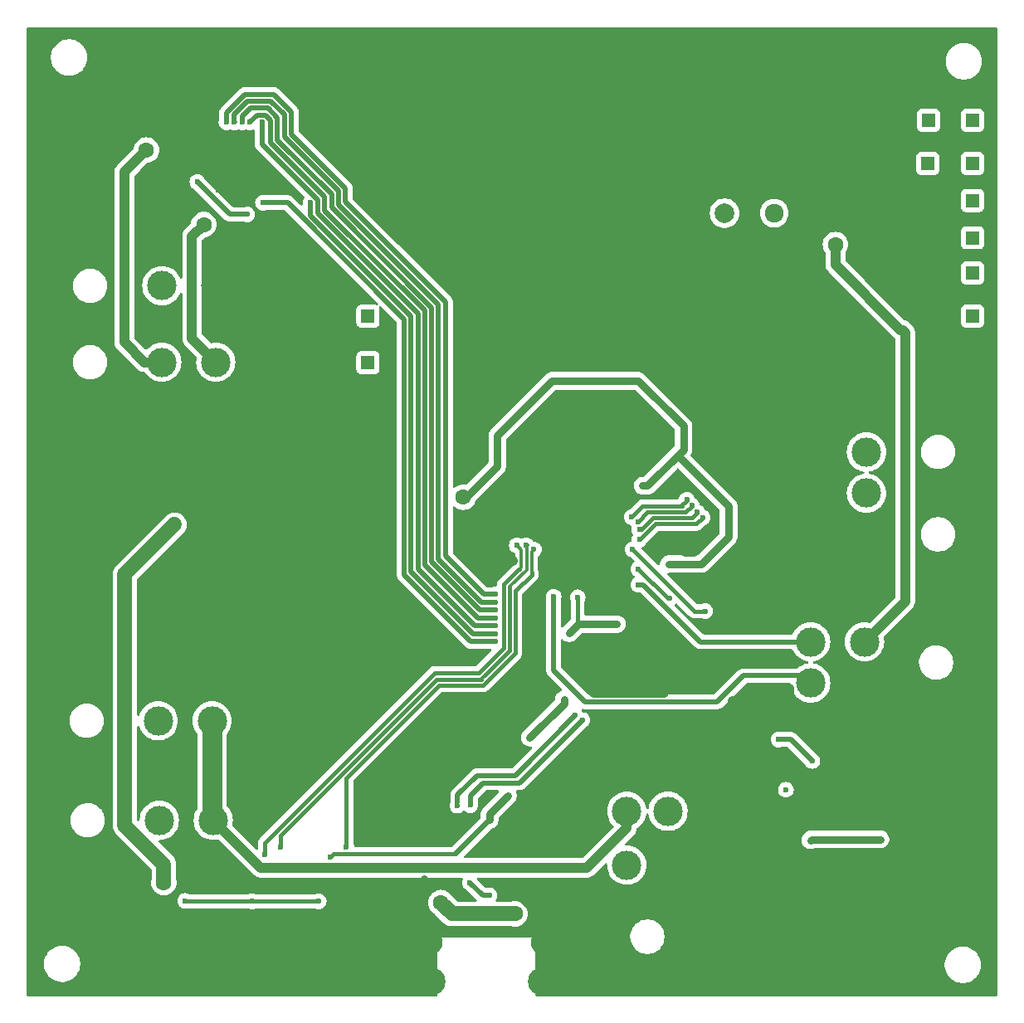
<source format=gbr>
%TF.GenerationSoftware,KiCad,Pcbnew,8.0.0*%
%TF.CreationDate,2024-03-30T13:43:13+01:00*%
%TF.ProjectId,schematic-main_HCU,73636865-6d61-4746-9963-2d6d61696e5f,rev?*%
%TF.SameCoordinates,Original*%
%TF.FileFunction,Copper,L2,Bot*%
%TF.FilePolarity,Positive*%
%FSLAX46Y46*%
G04 Gerber Fmt 4.6, Leading zero omitted, Abs format (unit mm)*
G04 Created by KiCad (PCBNEW 8.0.0) date 2024-03-30 13:43:13*
%MOMM*%
%LPD*%
G01*
G04 APERTURE LIST*
%TA.AperFunction,ComponentPad*%
%ADD10R,1.350000X1.350000*%
%TD*%
%TA.AperFunction,ComponentPad*%
%ADD11C,2.000000*%
%TD*%
%TA.AperFunction,ComponentPad*%
%ADD12C,1.920000*%
%TD*%
%TA.AperFunction,ComponentPad*%
%ADD13C,2.280000*%
%TD*%
%TA.AperFunction,ComponentPad*%
%ADD14C,2.850000*%
%TD*%
%TA.AperFunction,ComponentPad*%
%ADD15C,0.600000*%
%TD*%
%TA.AperFunction,SMDPad,CuDef*%
%ADD16R,5.000000X3.400000*%
%TD*%
%TA.AperFunction,ComponentPad*%
%ADD17R,4.000000X4.000000*%
%TD*%
%TA.AperFunction,ComponentPad*%
%ADD18C,3.000000*%
%TD*%
%TA.AperFunction,ViaPad*%
%ADD19C,0.600000*%
%TD*%
%TA.AperFunction,ViaPad*%
%ADD20C,1.600000*%
%TD*%
%TA.AperFunction,Conductor*%
%ADD21C,1.000000*%
%TD*%
%TA.AperFunction,Conductor*%
%ADD22C,0.800000*%
%TD*%
%TA.AperFunction,Conductor*%
%ADD23C,2.000000*%
%TD*%
%TA.AperFunction,Conductor*%
%ADD24C,0.500000*%
%TD*%
%TA.AperFunction,Conductor*%
%ADD25C,0.400000*%
%TD*%
%TA.AperFunction,Conductor*%
%ADD26C,0.200000*%
%TD*%
%TA.AperFunction,Conductor*%
%ADD27C,0.300000*%
%TD*%
%TA.AperFunction,Conductor*%
%ADD28C,1.500000*%
%TD*%
G04 APERTURE END LIST*
D10*
%TO.P,TP9,1,1*%
%TO.N,Net-(R14-Pad1)*%
X146000000Y-81900000D03*
%TD*%
%TO.P,TP3,1,1*%
%TO.N,+12V*%
X141500000Y-61900000D03*
%TD*%
D11*
%TO.P,PS1,1,VIN+*%
%TO.N,+12V*%
X120684198Y-71382000D03*
%TO.P,PS1,2,GND*%
%TO.N,GND*%
X123224198Y-71382000D03*
D12*
%TO.P,PS1,3,VOUT+*%
%TO.N,+5V*%
X125764198Y-71382000D03*
%TD*%
D10*
%TO.P,TP7,1,1*%
%TO.N,+3.3V*%
X84300000Y-86650000D03*
%TD*%
%TO.P,TP1,1,1*%
%TO.N,GND*%
X137400000Y-139300000D03*
%TD*%
D13*
%TO.P,P1,MH1*%
%TO.N,GND*%
X90780000Y-145800000D03*
D14*
%TO.P,P1,MH2*%
X90780000Y-149800000D03*
D13*
X102020000Y-145800000D03*
D14*
%TO.P,P1,MH3*%
X102020000Y-149800000D03*
%TD*%
D10*
%TO.P,TP4,1,1*%
%TO.N,+12V*%
X146000000Y-61900000D03*
%TD*%
D15*
%TO.P,U6,17,GND(PPAD)*%
%TO.N,GND*%
X73450000Y-66450000D03*
X72350000Y-66450000D03*
X71250000Y-66450000D03*
X70150000Y-66450000D03*
X69050000Y-66450000D03*
X73450000Y-67550000D03*
X72350000Y-67550000D03*
X71250000Y-67550000D03*
D16*
X71250000Y-67550000D03*
D15*
X70150000Y-67550000D03*
X69050000Y-67550000D03*
X73450000Y-68650000D03*
X72350000Y-68650000D03*
X71250000Y-68650000D03*
X70150000Y-68650000D03*
X69050000Y-68650000D03*
%TD*%
D10*
%TO.P,TP11,1,1*%
%TO.N,Net-(R24-Pad1)*%
X146000000Y-73900000D03*
%TD*%
%TO.P,TP8,1,1*%
%TO.N,+3.3V*%
X84300000Y-81900000D03*
%TD*%
%TO.P,TP2,1,1*%
%TO.N,GND*%
X137400000Y-144300000D03*
%TD*%
D17*
%TO.P,J3,1,Pin_1*%
%TO.N,GND*%
X114915750Y-137928100D03*
D18*
%TO.P,J3,2,Pin_2*%
%TO.N,/IO/PRESSURE_SENSOR_V*%
X110715750Y-137928100D03*
%TO.P,J3,3,Pin_3*%
%TO.N,/IO/PRESSURE_SENSOR_I*%
X114915750Y-132428100D03*
%TO.P,J3,4,Pin_4*%
%TO.N,+12V*%
X110715750Y-132428100D03*
%TD*%
D10*
%TO.P,TP6,1,1*%
%TO.N,+5V*%
X146000000Y-66300000D03*
%TD*%
D18*
%TO.P,J8,1,Pin_1*%
%TO.N,/IO/VALVE*%
X62900000Y-123200000D03*
%TO.P,J8,2,Pin_2*%
%TO.N,+12V*%
X68400000Y-123200000D03*
%TD*%
%TO.P,J4,1,Pin_1*%
%TO.N,+5V*%
X134978100Y-115134250D03*
%TO.P,J4,2,Pin_2*%
%TO.N,GND*%
X134978100Y-119334250D03*
%TO.P,J4,3,Pin_3*%
%TO.N,/HYDROGEN_SENSOR_*%
X129478100Y-115134250D03*
%TO.P,J4,4,Pin_4*%
%TO.N,/HYDROGEN_SENSOR_ADC*%
X129478100Y-119334250D03*
%TD*%
%TO.P,J10,1,Pin_1*%
%TO.N,/IO_2/+MOTOR*%
X63275000Y-86600000D03*
%TO.P,J10,2,Pin_2*%
%TO.N,/IO_2/-MOTOR*%
X68775000Y-86600000D03*
%TD*%
D10*
%TO.P,TP12,1,1*%
%TO.N,Net-(R25-Pad1)*%
X146000000Y-70100000D03*
%TD*%
D18*
%TO.P,J2,1,Pin_1*%
%TO.N,/IO/CANH*%
X135165200Y-95768500D03*
%TO.P,J2,2,Pin_2*%
%TO.N,/IO/CANL*%
X135165200Y-99968500D03*
%TO.P,J2,3,Pin_3*%
%TO.N,GND*%
X135165200Y-104168500D03*
%TD*%
%TO.P,J1,1,Pin_1*%
%TO.N,/Power /Vin*%
X63275000Y-78800000D03*
%TO.P,J1,2,Pin_2*%
%TO.N,GND*%
X68775000Y-78800000D03*
%TD*%
D10*
%TO.P,TP10,1,1*%
%TO.N,Net-(R15-Pad1)*%
X146000000Y-77500000D03*
%TD*%
D18*
%TO.P,J9,1,Pin_1*%
%TO.N,/IO/PURGE_VALVE*%
X63021900Y-133350000D03*
%TO.P,J9,2,Pin_2*%
%TO.N,+12V*%
X68521900Y-133350000D03*
%TD*%
D10*
%TO.P,TP5,1,1*%
%TO.N,+5V*%
X141400000Y-66300000D03*
%TD*%
D19*
%TO.N,GND*%
X104400000Y-104000000D03*
D20*
X127100000Y-138400000D03*
X138400000Y-55000000D03*
D19*
X102200000Y-98400000D03*
X107200000Y-104000000D03*
D20*
X118900000Y-85800000D03*
D19*
X105800000Y-105400000D03*
D20*
X137300000Y-89400000D03*
D19*
X105800000Y-104000000D03*
X65200000Y-111000000D03*
X72537500Y-144412500D03*
D20*
X111500000Y-95700000D03*
D19*
X121500000Y-121200000D03*
D20*
X104950000Y-64600000D03*
D19*
X65670436Y-144375436D03*
D20*
X54400000Y-82800000D03*
X127000000Y-120100000D03*
D19*
X73300000Y-103050000D03*
D20*
X79800000Y-57400000D03*
D19*
X127128100Y-106484250D03*
D20*
X96400000Y-59950000D03*
X126743262Y-99224765D03*
X85400000Y-68600000D03*
X106900000Y-85900000D03*
X102600000Y-94500000D03*
D19*
X113900000Y-104300000D03*
X95700000Y-67650000D03*
X96900000Y-67650000D03*
X108600000Y-104000000D03*
D20*
X110800000Y-90500000D03*
D19*
X96900000Y-68450000D03*
X105800000Y-108200000D03*
X102800000Y-141000000D03*
D20*
X105700000Y-90500000D03*
X132800000Y-126800000D03*
X88100000Y-147700000D03*
X55000000Y-92000000D03*
X90500000Y-114000000D03*
X96200000Y-83300000D03*
X103900000Y-136300000D03*
X51950000Y-128900000D03*
X105200000Y-147500000D03*
X71400000Y-92700000D03*
X56000000Y-112600000D03*
X108600000Y-70600000D03*
D19*
X128078100Y-108434250D03*
X108600000Y-108200000D03*
X92200000Y-133400000D03*
X99100000Y-106875000D03*
D20*
X130500000Y-80600000D03*
X58800000Y-146300000D03*
D19*
X105800000Y-116275000D03*
D20*
X124600000Y-55400000D03*
D19*
X104400000Y-108200000D03*
X104400000Y-106800000D03*
X104400000Y-105400000D03*
D20*
X69900000Y-118000000D03*
D19*
X119400000Y-104100000D03*
D20*
X124045200Y-127285950D03*
D19*
X95700000Y-68450000D03*
X108600000Y-106800000D03*
X95700000Y-69550000D03*
D20*
X120600000Y-145100000D03*
X81000000Y-114500000D03*
D19*
X103600000Y-141000000D03*
D20*
X110000000Y-116900000D03*
X120200000Y-91700000D03*
D19*
X96900000Y-69550000D03*
D20*
X54500000Y-59200000D03*
D19*
X79237500Y-144412500D03*
D20*
X119050000Y-67400000D03*
D19*
X108600000Y-105400000D03*
D20*
X80200000Y-98200000D03*
D19*
X107200000Y-105400000D03*
D20*
X84950000Y-129600000D03*
X114300000Y-94000000D03*
X103700000Y-130000000D03*
X95900000Y-91800000D03*
D19*
X122600000Y-103000000D03*
X107200000Y-106800000D03*
X105800000Y-106800000D03*
X107200000Y-108200000D03*
D20*
X138800000Y-63100000D03*
D19*
X116725000Y-105965000D03*
D20*
X58800000Y-142000000D03*
X76600000Y-76700000D03*
X145650000Y-121150000D03*
X79600000Y-108500000D03*
X93200000Y-74400000D03*
X96600000Y-123800000D03*
X67200000Y-101000000D03*
X144250000Y-110650000D03*
X86050000Y-140300000D03*
X61300000Y-70400000D03*
X75100000Y-86600000D03*
X117800000Y-116600000D03*
D19*
X104400000Y-141100000D03*
X69400000Y-99500000D03*
D20*
X80500000Y-122350000D03*
X127250000Y-68600000D03*
X96700000Y-106200000D03*
X66300000Y-57500000D03*
X58500000Y-54000000D03*
X134700000Y-76000000D03*
X144700000Y-100100000D03*
D19*
X114500000Y-120300000D03*
%TO.N,+3.3V*%
X65670436Y-141575436D03*
X98600000Y-130800000D03*
X129445200Y-135385950D03*
X72475000Y-141612500D03*
D20*
X94025000Y-100375000D03*
D19*
X104862500Y-114262500D03*
X104300000Y-121000000D03*
X115000000Y-107200000D03*
X136600000Y-135300000D03*
X80500000Y-137100000D03*
X112325000Y-99200000D03*
X100800000Y-124900000D03*
X109700000Y-113325000D03*
X105700000Y-110600000D03*
X79275000Y-141612500D03*
%TO.N,/MCU/RESET*%
X99500000Y-105300000D03*
X73800000Y-136850000D03*
%TO.N,/MCU/BOOT*%
X75400000Y-136075000D03*
X100449492Y-105300000D03*
%TO.N,/MCU/MCU_TEST*%
X82100000Y-136075000D03*
X101230486Y-105700000D03*
%TO.N,/PRESSURE_SENSOR_V_MCU*%
X126945200Y-130235950D03*
X126200000Y-125100000D03*
X129645200Y-127298450D03*
D20*
%TO.N,+5V*%
X132000000Y-74600000D03*
%TO.N,/VBUS*%
X99300000Y-142900000D03*
D19*
X64579500Y-103186000D03*
D20*
X91750000Y-141750000D03*
X63475000Y-139700000D03*
D19*
%TO.N,/IO/LED_CAN_STATUS*%
X111300000Y-105700000D03*
X118700000Y-112000000D03*
%TO.N,/IO/LED_MCU_STATUS*%
X115100000Y-110700000D03*
X111900000Y-107700000D03*
%TO.N,Net-(P1-D-)*%
X94700000Y-139700000D03*
X96700000Y-141000000D03*
%TO.N,/MCU/USB_D-*%
X105475000Y-122625000D03*
X93449998Y-131850000D03*
%TO.N,/MCU/USB_D+*%
X106175000Y-123125000D03*
X94750002Y-131800000D03*
%TO.N,/I{slash}O_1_MCU*%
X118461877Y-102461877D03*
X112000000Y-104700000D03*
%TO.N,/I{slash}O_2_MCU*%
X117896190Y-101896190D03*
X112000000Y-103700000D03*
%TO.N,/I{slash}O_3_MCU*%
X117354352Y-101242148D03*
X111839602Y-102879702D03*
%TO.N,/I{slash}O_4_MCU*%
X116835619Y-100633116D03*
X111200000Y-102400000D03*
%TO.N,Net-(U6-VCP)*%
X71975000Y-71525000D03*
X66900000Y-68200000D03*
D20*
%TO.N,/IO_2/-MOTOR*%
X67550000Y-72550000D03*
%TO.N,/IO_2/+MOTOR*%
X61700000Y-64949570D03*
D19*
%TO.N,/HYDROGEN_SENSOR_*%
X111900000Y-109300000D03*
%TO.N,/HYDROGEN_SENSOR_ADC*%
X103242892Y-110542892D03*
%TO.N,/ADC_MOTOR*%
X78437500Y-70325000D03*
X97300999Y-114299998D03*
%TO.N,/FAULT_MOTOR*%
X73512500Y-62125000D03*
X97297004Y-113500006D03*
%TO.N,/DIRECTION_MOTOR*%
X71474997Y-62125000D03*
X97300000Y-111900006D03*
%TO.N,/ENABLE_MOTOR*%
X97300000Y-110300000D03*
X69874991Y-62125000D03*
%TO.N,/DECAY_MODE_MOTOR*%
X72275000Y-62125000D03*
X97300000Y-112700009D03*
%TO.N,/DRIVER_SIDE*%
X73600002Y-70325000D03*
X97299400Y-115099999D03*
%TO.N,/SLEEP_MOTOR*%
X70674994Y-62125000D03*
X97300000Y-111100003D03*
%TD*%
D21*
%TO.N,GND*%
X73300000Y-103050000D02*
X73300000Y-103900000D01*
D22*
X80050000Y-143600000D02*
X79237500Y-144412500D01*
D21*
X102200000Y-101800000D02*
X104400000Y-104000000D01*
X126828100Y-106484250D02*
X126578100Y-106234250D01*
X119400000Y-104100000D02*
X117535000Y-105965000D01*
D22*
X90000000Y-143600000D02*
X90000000Y-139300000D01*
X65670436Y-144375436D02*
X72500436Y-144375436D01*
D21*
X73300000Y-101550000D02*
X71250000Y-99500000D01*
D22*
X72500436Y-144375436D02*
X72537500Y-144412500D01*
D21*
X114500000Y-120300000D02*
X107400000Y-120300000D01*
X134845200Y-130360950D02*
X136939050Y-130360950D01*
X97125000Y-100000000D02*
X97125000Y-104900000D01*
X71250000Y-99500000D02*
X69400000Y-99500000D01*
X127128100Y-106484250D02*
X126828100Y-106484250D01*
X73300000Y-103050000D02*
X73300000Y-101550000D01*
X105800000Y-118700000D02*
X105800000Y-116275000D01*
X126028100Y-106234250D02*
X122528100Y-102734250D01*
X97125000Y-104900000D02*
X99100000Y-106875000D01*
X126578100Y-106234250D02*
X126028100Y-106234250D01*
D22*
X137400000Y-139200000D02*
X137400000Y-139300000D01*
D21*
X73300000Y-103900000D02*
X66200000Y-111000000D01*
X121500000Y-124740750D02*
X121500000Y-121200000D01*
X102200000Y-98400000D02*
X102200000Y-101800000D01*
D22*
X72537500Y-144412500D02*
X79237500Y-144412500D01*
D21*
X66200000Y-111000000D02*
X65200000Y-111000000D01*
D22*
X90000000Y-139300000D02*
X90037500Y-139300000D01*
D21*
X124045200Y-127285950D02*
X121500000Y-124740750D01*
X117535000Y-105965000D02*
X116725000Y-105965000D01*
X107400000Y-120300000D02*
X105800000Y-118700000D01*
D22*
X90000000Y-143600000D02*
X80050000Y-143600000D01*
D21*
%TO.N,+12V*%
X73371900Y-138200000D02*
X106650000Y-138200000D01*
X106650000Y-138200000D02*
X110715750Y-134134250D01*
X110715750Y-134134250D02*
X110715750Y-132428100D01*
D23*
X68400000Y-133228100D02*
X68521900Y-133350000D01*
D22*
X68521900Y-123321900D02*
X68400000Y-123200000D01*
D23*
X68400000Y-123200000D02*
X68400000Y-133228100D01*
D21*
X68521900Y-133350000D02*
X73371900Y-138200000D01*
D22*
%TO.N,+3.3V*%
X100800000Y-124900000D02*
X104300000Y-121400000D01*
X112800000Y-99200000D02*
X112325000Y-99200000D01*
D24*
X96725000Y-133300000D02*
X93250000Y-136775000D01*
D25*
X72475000Y-141612500D02*
X79275000Y-141612500D01*
D22*
X121100000Y-101300000D02*
X121100000Y-104400000D01*
X96725000Y-132675000D02*
X98600000Y-130800000D01*
D25*
X105700000Y-110600000D02*
X105700000Y-113225000D01*
D22*
X103100000Y-88500000D02*
X111900000Y-88500000D01*
X136600000Y-135300000D02*
X129531150Y-135300000D01*
X116500000Y-95500000D02*
X115900000Y-96100000D01*
X97500000Y-94100000D02*
X103100000Y-88500000D01*
X109700000Y-113325000D02*
X105800000Y-113325000D01*
X115900000Y-96100000D02*
X121100000Y-101300000D01*
D26*
X105700000Y-113225000D02*
X104862500Y-114062500D01*
D22*
X129531150Y-135300000D02*
X129445200Y-135385950D01*
X111900000Y-88500000D02*
X116500000Y-93100000D01*
X118300000Y-107200000D02*
X115000000Y-107200000D01*
X116500000Y-93100000D02*
X116500000Y-95500000D01*
X94325000Y-100375000D02*
X97500000Y-97200000D01*
X116500000Y-95500000D02*
X112800000Y-99200000D01*
D25*
X80500000Y-137100000D02*
X80825000Y-136775000D01*
X80825000Y-136775000D02*
X93250000Y-136775000D01*
D22*
X104300000Y-121400000D02*
X104300000Y-121000000D01*
D25*
X65670436Y-141575436D02*
X65707500Y-141612500D01*
D22*
X97500000Y-97200000D02*
X97500000Y-94100000D01*
X105800000Y-113325000D02*
X104862500Y-114262500D01*
D26*
X104862500Y-114062500D02*
X104862500Y-114262500D01*
D22*
X96725000Y-133300000D02*
X96725000Y-132675000D01*
D25*
X72375000Y-141512500D02*
X72475000Y-141612500D01*
X65707500Y-141612500D02*
X72475000Y-141612500D01*
D22*
X121100000Y-104400000D02*
X118300000Y-107200000D01*
X94025000Y-100375000D02*
X94325000Y-100375000D01*
D25*
%TO.N,/MCU/RESET*%
X99679290Y-107750000D02*
X99750000Y-107750000D01*
X98150000Y-115779290D02*
X98150000Y-109279290D01*
D27*
X99950001Y-105750001D02*
X99500000Y-105300000D01*
D25*
X95638909Y-118290381D02*
X98150000Y-115779290D01*
D27*
X99750000Y-107750000D02*
X99950001Y-107549999D01*
D25*
X73800000Y-136850000D02*
X73800000Y-135629290D01*
X91138909Y-118290381D02*
X95638909Y-118290381D01*
D27*
X99950001Y-107549999D02*
X99950001Y-105750001D01*
D25*
X73800000Y-135629290D02*
X91138909Y-118290381D01*
X98150000Y-109279290D02*
X99679290Y-107750000D01*
D27*
%TO.N,/MCU/BOOT*%
X100500000Y-107777818D02*
X98838909Y-109438909D01*
D25*
X75400000Y-134877818D02*
X91327818Y-118950000D01*
X98750000Y-109527818D02*
X98750000Y-115900000D01*
X95827817Y-118950000D02*
X91500000Y-118950000D01*
D24*
X100449492Y-105300000D02*
X100489949Y-105300000D01*
D27*
X98750000Y-115900000D02*
X98750000Y-116027818D01*
X96238909Y-118538909D02*
X95827817Y-118950000D01*
D25*
X98750000Y-116027818D02*
X96238909Y-118538909D01*
D27*
X100500000Y-105310051D02*
X100500000Y-107292894D01*
X100500000Y-107292894D02*
X100500000Y-107777818D01*
D25*
X75400000Y-136075000D02*
X75400000Y-134877818D01*
D27*
X91500000Y-118950000D02*
X91327818Y-118950000D01*
X98838909Y-109438909D02*
X98750000Y-109527818D01*
X100489949Y-105300000D02*
X100500000Y-105310051D01*
D25*
%TO.N,/MCU/MCU_TEST*%
X82100000Y-129026346D02*
X91576346Y-119550000D01*
X101000000Y-108300000D02*
X101000000Y-108100000D01*
X91576346Y-119550000D02*
X96076345Y-119550000D01*
X96076345Y-119550000D02*
X99350000Y-116276346D01*
D27*
X101000000Y-108100000D02*
X101000000Y-105930486D01*
D25*
X99350000Y-109950000D02*
X101000000Y-108300000D01*
X82100000Y-136075000D02*
X82100000Y-129026346D01*
D27*
X101000000Y-105930486D02*
X101230486Y-105700000D01*
D25*
X99350000Y-116276346D02*
X99350000Y-109950000D01*
D24*
%TO.N,/PRESSURE_SENSOR_V_MCU*%
X127446750Y-125100000D02*
X129645200Y-127298450D01*
X126200000Y-125100000D02*
X127446750Y-125100000D01*
D21*
%TO.N,+5V*%
X139128100Y-110984250D02*
X139128100Y-83578100D01*
X134978100Y-115134250D02*
X139128100Y-110984250D01*
X138657198Y-83300000D02*
X132000000Y-76642802D01*
X139128100Y-83578100D02*
X138850000Y-83300000D01*
X138850000Y-83300000D02*
X138657198Y-83300000D01*
X132000000Y-76642802D02*
X132000000Y-74600000D01*
D28*
%TO.N,/VBUS*%
X63475000Y-137825000D02*
X59500000Y-133850000D01*
X92900000Y-142900000D02*
X99300000Y-142900000D01*
X59500000Y-133850000D02*
X59500000Y-108265500D01*
X91750000Y-141750000D02*
X92900000Y-142900000D01*
X59500000Y-108265500D02*
X64579500Y-103186000D01*
X63475000Y-139700000D02*
X63475000Y-137825000D01*
D25*
%TO.N,/IO/LED_CAN_STATUS*%
X111300000Y-105700000D02*
X117600000Y-112000000D01*
X117600000Y-112000000D02*
X118700000Y-112000000D01*
%TO.N,/IO/LED_MCU_STATUS*%
X114900000Y-110700000D02*
X111900000Y-107700000D01*
X115100000Y-110700000D02*
X114900000Y-110700000D01*
D24*
%TO.N,Net-(P1-D-)*%
X94700000Y-139700000D02*
X96000000Y-141000000D01*
X96000000Y-141000000D02*
X96700000Y-141000000D01*
%TO.N,/MCU/USB_D-*%
X105475000Y-122625000D02*
X99300000Y-128800000D01*
X99300000Y-128800000D02*
X95410051Y-128800000D01*
D26*
X93449998Y-131500000D02*
X93449998Y-131850000D01*
D24*
X95410051Y-128800000D02*
X93449998Y-130760053D01*
X93449998Y-130760053D02*
X93449998Y-131500000D01*
%TO.N,/MCU/USB_D+*%
X96075000Y-129525000D02*
X99775000Y-129525000D01*
X94750002Y-130849998D02*
X96075000Y-129525000D01*
X99775000Y-129525000D02*
X106175000Y-123125000D01*
X94750002Y-131500000D02*
X94750002Y-130849998D01*
D26*
X94750002Y-131500000D02*
X94750002Y-131800000D01*
D25*
%TO.N,/I{slash}O_1_MCU*%
X113648528Y-103100000D02*
X112048528Y-104700000D01*
X117823753Y-103100000D02*
X113648528Y-103100000D01*
X112048528Y-104700000D02*
X112000000Y-104700000D01*
X118461877Y-102461877D02*
X117823753Y-103100000D01*
%TO.N,/I{slash}O_2_MCU*%
X117896190Y-101896190D02*
X117896190Y-102003810D01*
X117400000Y-102500000D02*
X113400000Y-102500000D01*
X112200000Y-103700000D02*
X112000000Y-103700000D01*
X117896190Y-102003810D02*
X117400000Y-102500000D01*
X113400000Y-102500000D02*
X112200000Y-103700000D01*
%TO.N,/I{slash}O_3_MCU*%
X117354352Y-101242148D02*
X117354352Y-101269400D01*
X116723752Y-101900000D02*
X112819304Y-101900000D01*
X117354352Y-101269400D02*
X116723752Y-101900000D01*
X112819304Y-101900000D02*
X111839602Y-102879702D01*
%TO.N,/I{slash}O_4_MCU*%
X112300000Y-101300000D02*
X116200000Y-101300000D01*
X116200000Y-101300000D02*
X116400000Y-101300000D01*
X116200000Y-101300000D02*
X116835619Y-100664381D01*
X111200000Y-102400000D02*
X112300000Y-101300000D01*
X116835619Y-100664381D02*
X116835619Y-100633116D01*
D24*
%TO.N,Net-(U6-VCP)*%
X66900000Y-68200000D02*
X70225000Y-71525000D01*
X70225000Y-71525000D02*
X71975000Y-71525000D01*
D21*
%TO.N,/IO_2/-MOTOR*%
X66350000Y-84175000D02*
X68775000Y-86600000D01*
X67550000Y-72550000D02*
X66350000Y-73750000D01*
X66350000Y-73750000D02*
X66350000Y-84175000D01*
%TO.N,/IO_2/+MOTOR*%
X59450000Y-84550000D02*
X61500000Y-86600000D01*
X61500000Y-86600000D02*
X63275000Y-86600000D01*
X61700000Y-64949570D02*
X59450000Y-67199570D01*
X59450000Y-67199570D02*
X59450000Y-84550000D01*
D24*
%TO.N,/HYDROGEN_SENSOR_*%
X111900000Y-109300000D02*
X112400000Y-109300000D01*
X112400000Y-109300000D02*
X118234250Y-115134250D01*
X118234250Y-115134250D02*
X129478100Y-115134250D01*
%TO.N,/HYDROGEN_SENSOR_ADC*%
X119950000Y-121250000D02*
X122600000Y-118600000D01*
X122600000Y-118600000D02*
X128743850Y-118600000D01*
X103242892Y-118042892D02*
X106450000Y-121250000D01*
X128743850Y-118600000D02*
X129478100Y-119334250D01*
X106450000Y-121250000D02*
X119950000Y-121250000D01*
X103242892Y-110542892D02*
X103242892Y-118042892D01*
%TO.N,/ADC_MOTOR*%
X97300999Y-114299998D02*
X94989948Y-114299998D01*
X94989948Y-114299998D02*
X88700000Y-108010050D01*
X78437500Y-71647550D02*
X78437500Y-70325000D01*
X88700000Y-108010050D02*
X88700000Y-81910050D01*
X88700000Y-81910050D02*
X78437500Y-71647550D01*
%TO.N,/FAULT_MOTOR*%
X79187500Y-71407600D02*
X79187500Y-70014339D01*
X73475000Y-62162500D02*
X73512500Y-62125000D01*
X95179906Y-113500006D02*
X89400000Y-107720100D01*
X89400000Y-107720100D02*
X89400000Y-81620100D01*
X97297004Y-113500006D02*
X95179906Y-113500006D01*
X79187500Y-70014339D02*
X73512500Y-64339339D01*
X89400000Y-81620100D02*
X79187500Y-71407600D01*
X73512500Y-64339339D02*
X73512500Y-62125000D01*
%TO.N,/DIRECTION_MOTOR*%
X80587500Y-70827700D02*
X80587500Y-69434439D01*
X95700006Y-111900006D02*
X90800000Y-107000000D01*
X75081555Y-61643444D02*
X74113110Y-60675000D01*
X75081555Y-63928494D02*
X75081555Y-61643444D01*
X90800000Y-81040200D02*
X80587500Y-70827700D01*
X71474997Y-61525003D02*
X71474997Y-62125000D01*
X97300000Y-111900006D02*
X95700006Y-111900006D01*
X90800000Y-107000000D02*
X90800000Y-81040200D01*
X80587500Y-69434439D02*
X75081555Y-63928494D01*
X74113110Y-60675000D02*
X72325000Y-60675000D01*
X72325000Y-60675000D02*
X71474997Y-61525003D01*
%TO.N,/ENABLE_MOTOR*%
X74693008Y-59275000D02*
X71745100Y-59275000D01*
X71745100Y-59275000D02*
X69874991Y-61145109D01*
X97300000Y-110300000D02*
X96100000Y-110300000D01*
X92200000Y-80460300D02*
X81987500Y-70247800D01*
X96100000Y-110300000D02*
X92200000Y-106400000D01*
X92200000Y-106400000D02*
X92200000Y-80460300D01*
X76481554Y-61063544D02*
X74693008Y-59275000D01*
X76481554Y-63348593D02*
X76481554Y-61063544D01*
X81987500Y-68854539D02*
X76481554Y-63348593D01*
X81987500Y-70247800D02*
X81987500Y-68854539D01*
X69874991Y-61145109D02*
X69874991Y-62125000D01*
%TO.N,/DECAY_MODE_MOTOR*%
X90100000Y-107300000D02*
X90100000Y-81330150D01*
X90100000Y-81330150D02*
X79887500Y-71117650D01*
X74381555Y-61933394D02*
X73823161Y-61375000D01*
X79887500Y-69724389D02*
X74381555Y-64218444D01*
X73823161Y-61375000D02*
X73025000Y-61375000D01*
X74381555Y-64218444D02*
X74381555Y-61933394D01*
X79887500Y-71117650D02*
X79887500Y-69724389D01*
X73025000Y-61375000D02*
X72275000Y-62125000D01*
X97300000Y-112700009D02*
X95500009Y-112700009D01*
X95500009Y-112700009D02*
X90100000Y-107300000D01*
%TO.N,/DRIVER_SIDE*%
X97299400Y-115099999D02*
X94799999Y-115099999D01*
X76125000Y-70325000D02*
X73600002Y-70325000D01*
X88000000Y-108300000D02*
X88000000Y-82200000D01*
X88000000Y-82200000D02*
X76125000Y-70325000D01*
X94799999Y-115099999D02*
X88000000Y-108300000D01*
%TO.N,/SLEEP_MOTOR*%
X72035050Y-59975000D02*
X70674994Y-61335056D01*
X75781554Y-61353494D02*
X74403059Y-59975000D01*
X97300000Y-111100003D02*
X95900003Y-111100003D01*
X95900003Y-111100003D02*
X91500000Y-106700000D01*
X81287500Y-69144489D02*
X75781554Y-63638543D01*
X70674994Y-61335056D02*
X70674994Y-62125000D01*
X75781554Y-63638543D02*
X75781554Y-61353494D01*
X91500000Y-106700000D02*
X91500000Y-80750250D01*
X70688989Y-62111005D02*
X70674994Y-62125000D01*
X74403059Y-59975000D02*
X72035050Y-59975000D01*
X91500000Y-80750250D02*
X81287500Y-70537750D01*
X81287500Y-70537750D02*
X81287500Y-69144489D01*
%TD*%
%TA.AperFunction,Conductor*%
%TO.N,GND*%
G36*
X111542677Y-89420185D02*
G01*
X111563319Y-89436819D01*
X115563181Y-93436680D01*
X115596666Y-93498003D01*
X115599500Y-93524361D01*
X115599500Y-95075638D01*
X115579815Y-95142677D01*
X115563181Y-95163319D01*
X112463319Y-98263181D01*
X112401996Y-98296666D01*
X112375638Y-98299500D01*
X112236306Y-98299500D01*
X112062341Y-98334103D01*
X112062332Y-98334106D01*
X111898459Y-98401983D01*
X111898446Y-98401990D01*
X111750965Y-98500535D01*
X111750961Y-98500538D01*
X111625538Y-98625961D01*
X111625535Y-98625965D01*
X111526990Y-98773446D01*
X111526983Y-98773459D01*
X111459106Y-98937332D01*
X111459103Y-98937341D01*
X111424500Y-99111304D01*
X111424500Y-99288695D01*
X111459103Y-99462658D01*
X111459106Y-99462667D01*
X111526983Y-99626540D01*
X111526990Y-99626553D01*
X111625535Y-99774034D01*
X111625538Y-99774038D01*
X111750961Y-99899461D01*
X111750965Y-99899464D01*
X111898446Y-99998009D01*
X111898459Y-99998016D01*
X112021363Y-100048923D01*
X112062334Y-100065894D01*
X112062336Y-100065894D01*
X112062341Y-100065896D01*
X112236304Y-100100499D01*
X112236307Y-100100500D01*
X112236309Y-100100500D01*
X112888693Y-100100500D01*
X112888694Y-100100499D01*
X113062666Y-100065895D01*
X113144606Y-100031953D01*
X113226547Y-99998013D01*
X113334637Y-99925789D01*
X113374036Y-99899464D01*
X115812319Y-97461179D01*
X115873642Y-97427695D01*
X115943334Y-97432679D01*
X115987681Y-97461180D01*
X120163181Y-101636680D01*
X120196666Y-101698003D01*
X120199500Y-101724361D01*
X120199500Y-103975638D01*
X120179815Y-104042677D01*
X120163181Y-104063319D01*
X117963319Y-106263181D01*
X117901996Y-106296666D01*
X117875638Y-106299500D01*
X114911306Y-106299500D01*
X114737341Y-106334103D01*
X114737332Y-106334106D01*
X114573459Y-106401983D01*
X114573446Y-106401990D01*
X114425965Y-106500535D01*
X114425961Y-106500538D01*
X114300538Y-106625961D01*
X114300535Y-106625965D01*
X114201990Y-106773446D01*
X114201983Y-106773459D01*
X114134106Y-106937332D01*
X114134103Y-106937341D01*
X114099500Y-107111304D01*
X114099500Y-107209481D01*
X114079815Y-107276520D01*
X114027011Y-107322275D01*
X113957853Y-107332219D01*
X113894297Y-107303194D01*
X113887819Y-107297162D01*
X112242327Y-105651670D01*
X112208842Y-105590347D01*
X112213826Y-105520655D01*
X112255698Y-105464722D01*
X112289053Y-105446947D01*
X112349522Y-105425789D01*
X112502262Y-105329816D01*
X112629816Y-105202262D01*
X112725789Y-105049522D01*
X112735887Y-105020662D01*
X112765245Y-104973938D01*
X113902366Y-103836819D01*
X113963689Y-103803334D01*
X113990047Y-103800500D01*
X117892748Y-103800500D01*
X117983794Y-103782389D01*
X118028081Y-103773580D01*
X118155564Y-103720775D01*
X118270295Y-103644114D01*
X118661166Y-103253241D01*
X118707887Y-103223885D01*
X118811399Y-103187666D01*
X118964139Y-103091693D01*
X119091693Y-102964139D01*
X119187666Y-102811399D01*
X119247245Y-102641132D01*
X119252425Y-102595157D01*
X119267442Y-102461880D01*
X119267442Y-102461873D01*
X119247246Y-102282627D01*
X119247245Y-102282622D01*
X119225593Y-102220745D01*
X119187666Y-102112355D01*
X119091693Y-101959615D01*
X118964139Y-101832061D01*
X118901762Y-101792867D01*
X118811401Y-101736089D01*
X118811400Y-101736088D01*
X118727442Y-101706709D01*
X118670666Y-101665986D01*
X118651356Y-101630622D01*
X118621979Y-101546668D01*
X118596154Y-101505568D01*
X118526006Y-101393928D01*
X118398452Y-101266374D01*
X118245712Y-101170401D01*
X118221519Y-101161935D01*
X118164744Y-101121212D01*
X118143507Y-101069170D01*
X118141269Y-101069681D01*
X118139720Y-101062897D01*
X118139720Y-101062893D01*
X118080141Y-100892626D01*
X117984168Y-100739886D01*
X117856614Y-100612332D01*
X117703872Y-100516357D01*
X117690705Y-100511750D01*
X117633929Y-100471027D01*
X117614619Y-100435663D01*
X117561408Y-100283594D01*
X117465434Y-100130853D01*
X117337881Y-100003300D01*
X117185142Y-99907327D01*
X117014873Y-99847747D01*
X117014868Y-99847746D01*
X116835623Y-99827551D01*
X116835615Y-99827551D01*
X116656369Y-99847746D01*
X116656364Y-99847747D01*
X116486095Y-99907327D01*
X116333356Y-100003300D01*
X116205803Y-100130853D01*
X116109829Y-100283594D01*
X116056784Y-100435191D01*
X116027424Y-100481918D01*
X115946162Y-100563181D01*
X115884839Y-100596666D01*
X115858480Y-100599500D01*
X112231004Y-100599500D01*
X112095677Y-100626418D01*
X112095667Y-100626421D01*
X111968192Y-100679222D01*
X111853454Y-100755887D01*
X111000709Y-101608632D01*
X110953984Y-101637992D01*
X110850476Y-101674211D01*
X110850475Y-101674212D01*
X110697737Y-101770184D01*
X110570184Y-101897737D01*
X110474211Y-102050476D01*
X110414631Y-102220745D01*
X110414630Y-102220750D01*
X110394435Y-102399996D01*
X110394435Y-102400003D01*
X110414630Y-102579249D01*
X110414631Y-102579254D01*
X110474211Y-102749523D01*
X110537082Y-102849581D01*
X110570184Y-102902262D01*
X110697738Y-103029816D01*
X110850478Y-103125789D01*
X111020745Y-103185368D01*
X111031906Y-103186625D01*
X111096320Y-103213691D01*
X111123018Y-103243874D01*
X111212319Y-103385995D01*
X111231319Y-103453231D01*
X111224368Y-103492918D01*
X111214631Y-103520746D01*
X111194435Y-103699996D01*
X111194435Y-103700003D01*
X111214630Y-103879249D01*
X111214633Y-103879262D01*
X111274209Y-104049520D01*
X111327309Y-104134029D01*
X111346309Y-104201266D01*
X111327309Y-104265971D01*
X111274209Y-104350479D01*
X111214633Y-104520737D01*
X111214630Y-104520750D01*
X111194435Y-104699996D01*
X111194435Y-104700004D01*
X111203833Y-104783419D01*
X111191778Y-104852241D01*
X111144429Y-104903620D01*
X111121568Y-104914344D01*
X110950476Y-104974211D01*
X110797737Y-105070184D01*
X110670184Y-105197737D01*
X110574211Y-105350476D01*
X110514631Y-105520745D01*
X110514630Y-105520750D01*
X110494435Y-105699996D01*
X110494435Y-105700003D01*
X110514630Y-105879249D01*
X110514631Y-105879254D01*
X110574211Y-106049523D01*
X110621920Y-106125451D01*
X110670184Y-106202262D01*
X110797738Y-106329816D01*
X110950478Y-106425789D01*
X111053984Y-106462007D01*
X111100710Y-106491367D01*
X111460842Y-106851499D01*
X111494327Y-106912822D01*
X111489343Y-106982514D01*
X111447471Y-107038447D01*
X111439133Y-107044174D01*
X111397737Y-107070184D01*
X111270184Y-107197737D01*
X111174211Y-107350476D01*
X111114631Y-107520745D01*
X111114630Y-107520750D01*
X111094435Y-107699996D01*
X111094435Y-107700003D01*
X111114630Y-107879249D01*
X111114631Y-107879254D01*
X111174211Y-108049523D01*
X111256928Y-108181166D01*
X111270184Y-108202262D01*
X111397738Y-108329816D01*
X111460088Y-108368993D01*
X111501487Y-108395006D01*
X111547778Y-108447341D01*
X111558426Y-108516395D01*
X111530051Y-108580243D01*
X111501487Y-108604994D01*
X111397737Y-108670184D01*
X111270184Y-108797737D01*
X111174211Y-108950476D01*
X111114631Y-109120745D01*
X111114630Y-109120750D01*
X111094435Y-109299996D01*
X111094435Y-109300003D01*
X111114630Y-109479249D01*
X111114631Y-109479254D01*
X111174211Y-109649523D01*
X111242073Y-109757524D01*
X111270184Y-109802262D01*
X111397738Y-109929816D01*
X111550478Y-110025789D01*
X111687597Y-110073769D01*
X111720745Y-110085368D01*
X111720750Y-110085369D01*
X111899996Y-110105565D01*
X111900000Y-110105565D01*
X111900003Y-110105565D01*
X112060129Y-110087523D01*
X112128951Y-110099577D01*
X112161694Y-110123062D01*
X114926951Y-112888318D01*
X117651298Y-115612665D01*
X117651299Y-115612666D01*
X117721581Y-115682948D01*
X117755834Y-115717201D01*
X117878748Y-115799330D01*
X117878761Y-115799337D01*
X118002278Y-115850499D01*
X118015337Y-115855908D01*
X118015341Y-115855908D01*
X118015342Y-115855909D01*
X118160329Y-115884750D01*
X118160332Y-115884750D01*
X127536807Y-115884750D01*
X127603846Y-115904435D01*
X127649601Y-115957239D01*
X127652986Y-115965410D01*
X127653730Y-115967404D01*
X127653735Y-115967416D01*
X127790870Y-116218559D01*
X127790875Y-116218567D01*
X127962354Y-116447637D01*
X127962370Y-116447655D01*
X128164694Y-116649979D01*
X128164712Y-116649995D01*
X128393782Y-116821474D01*
X128393790Y-116821479D01*
X128644933Y-116958614D01*
X128644932Y-116958614D01*
X128644936Y-116958615D01*
X128644939Y-116958617D01*
X128913054Y-117058619D01*
X128913060Y-117058620D01*
X128913062Y-117058621D01*
X129163423Y-117113084D01*
X129224746Y-117146569D01*
X129258231Y-117207892D01*
X129253247Y-117277584D01*
X129211375Y-117333517D01*
X129163423Y-117355416D01*
X128913062Y-117409878D01*
X128644933Y-117509885D01*
X128393790Y-117647020D01*
X128393782Y-117647025D01*
X128164711Y-117818505D01*
X128163894Y-117819214D01*
X128163563Y-117819364D01*
X128161159Y-117821165D01*
X128160767Y-117820641D01*
X128100338Y-117848238D01*
X128082692Y-117849500D01*
X122526080Y-117849500D01*
X122381092Y-117878340D01*
X122381086Y-117878342D01*
X122244508Y-117934914D01*
X122244496Y-117934921D01*
X122195269Y-117967813D01*
X122121588Y-118017044D01*
X122121580Y-118017050D01*
X119675451Y-120463181D01*
X119614128Y-120496666D01*
X119587770Y-120499500D01*
X106812229Y-120499500D01*
X106745190Y-120479815D01*
X106724548Y-120463181D01*
X104029711Y-117768343D01*
X103996226Y-117707020D01*
X103993392Y-117680662D01*
X103993392Y-114966255D01*
X104013077Y-114899216D01*
X104065881Y-114853461D01*
X104135039Y-114843517D01*
X104198595Y-114872542D01*
X104205073Y-114878574D01*
X104288458Y-114961959D01*
X104288465Y-114961965D01*
X104435951Y-115060511D01*
X104435952Y-115060511D01*
X104435953Y-115060512D01*
X104599834Y-115128395D01*
X104773803Y-115162999D01*
X104773807Y-115163000D01*
X104773808Y-115163000D01*
X104951193Y-115163000D01*
X104951194Y-115162999D01*
X105125166Y-115128395D01*
X105289047Y-115060512D01*
X105436536Y-114961964D01*
X106136681Y-114261819D01*
X106198004Y-114228334D01*
X106224362Y-114225500D01*
X109788693Y-114225500D01*
X109788694Y-114225499D01*
X109846682Y-114213964D01*
X109962658Y-114190896D01*
X109962661Y-114190894D01*
X109962666Y-114190894D01*
X110126547Y-114123013D01*
X110274035Y-114024464D01*
X110399464Y-113899035D01*
X110498013Y-113751547D01*
X110565894Y-113587666D01*
X110569888Y-113567591D01*
X110600499Y-113413695D01*
X110600500Y-113413693D01*
X110600500Y-113236306D01*
X110600499Y-113236304D01*
X110565896Y-113062341D01*
X110565893Y-113062332D01*
X110498016Y-112898459D01*
X110498009Y-112898446D01*
X110399464Y-112750965D01*
X110399461Y-112750961D01*
X110274038Y-112625538D01*
X110274034Y-112625535D01*
X110126553Y-112526990D01*
X110126540Y-112526983D01*
X109962667Y-112459106D01*
X109962658Y-112459103D01*
X109788694Y-112424500D01*
X109788691Y-112424500D01*
X106524500Y-112424500D01*
X106457461Y-112404815D01*
X106411706Y-112352011D01*
X106400500Y-112300500D01*
X106400500Y-111025493D01*
X106419508Y-110959519D01*
X106425787Y-110949525D01*
X106425786Y-110949525D01*
X106425789Y-110949522D01*
X106485368Y-110779255D01*
X106485369Y-110779249D01*
X106505565Y-110600003D01*
X106505565Y-110599996D01*
X106485369Y-110420750D01*
X106485368Y-110420745D01*
X106465385Y-110363637D01*
X106425789Y-110250478D01*
X106396482Y-110203837D01*
X106334734Y-110105565D01*
X106329816Y-110097738D01*
X106202262Y-109970184D01*
X106138017Y-109929816D01*
X106049523Y-109874211D01*
X105879254Y-109814631D01*
X105879249Y-109814630D01*
X105700004Y-109794435D01*
X105699996Y-109794435D01*
X105520750Y-109814630D01*
X105520745Y-109814631D01*
X105350476Y-109874211D01*
X105197737Y-109970184D01*
X105070184Y-110097737D01*
X104974211Y-110250476D01*
X104914631Y-110420745D01*
X104914630Y-110420750D01*
X104894435Y-110599996D01*
X104894435Y-110600003D01*
X104914630Y-110779249D01*
X104914631Y-110779254D01*
X104974212Y-110949525D01*
X104980492Y-110959519D01*
X104999500Y-111025493D01*
X104999500Y-112800637D01*
X104979815Y-112867676D01*
X104963181Y-112888318D01*
X104205073Y-113646426D01*
X104143750Y-113679911D01*
X104074058Y-113674927D01*
X104018125Y-113633055D01*
X103993708Y-113567591D01*
X103993392Y-113558745D01*
X103993392Y-110842864D01*
X104000350Y-110801909D01*
X104028260Y-110722146D01*
X104028261Y-110722141D01*
X104048457Y-110542895D01*
X104048457Y-110542888D01*
X104028261Y-110363642D01*
X104028260Y-110363637D01*
X103985052Y-110240156D01*
X103968681Y-110193370D01*
X103872708Y-110040630D01*
X103745154Y-109913076D01*
X103683301Y-109874211D01*
X103592415Y-109817103D01*
X103422146Y-109757523D01*
X103422141Y-109757522D01*
X103242896Y-109737327D01*
X103242888Y-109737327D01*
X103063642Y-109757522D01*
X103063637Y-109757523D01*
X102893368Y-109817103D01*
X102740629Y-109913076D01*
X102613076Y-110040629D01*
X102517103Y-110193368D01*
X102457523Y-110363637D01*
X102457522Y-110363642D01*
X102437327Y-110542888D01*
X102437327Y-110542895D01*
X102457522Y-110722141D01*
X102457523Y-110722146D01*
X102485434Y-110801909D01*
X102492392Y-110842864D01*
X102492392Y-118116810D01*
X102492392Y-118116812D01*
X102492391Y-118116812D01*
X102521232Y-118261799D01*
X102521235Y-118261809D01*
X102577803Y-118398379D01*
X102577807Y-118398385D01*
X102577808Y-118398387D01*
X102582817Y-118405883D01*
X102582818Y-118405886D01*
X102582819Y-118405886D01*
X102646430Y-118501089D01*
X102659943Y-118521312D01*
X102659944Y-118521313D01*
X104072565Y-119933933D01*
X104106050Y-119995256D01*
X104101066Y-120064948D01*
X104059194Y-120120881D01*
X104032337Y-120136175D01*
X103873455Y-120201985D01*
X103873446Y-120201990D01*
X103725965Y-120300535D01*
X103725961Y-120300538D01*
X103600538Y-120425961D01*
X103600535Y-120425965D01*
X103501990Y-120573446D01*
X103501983Y-120573459D01*
X103434106Y-120737332D01*
X103434103Y-120737341D01*
X103399500Y-120911304D01*
X103399500Y-120975637D01*
X103379815Y-121042676D01*
X103363181Y-121063318D01*
X100100540Y-124325958D01*
X100100534Y-124325965D01*
X100001988Y-124473451D01*
X99934105Y-124637333D01*
X99934103Y-124637341D01*
X99899500Y-124811303D01*
X99899500Y-124988696D01*
X99934103Y-125162658D01*
X99934105Y-125162666D01*
X100001988Y-125326548D01*
X100100534Y-125474034D01*
X100100540Y-125474041D01*
X100225958Y-125599459D01*
X100225965Y-125599465D01*
X100373451Y-125698011D01*
X100373452Y-125698011D01*
X100373453Y-125698012D01*
X100537334Y-125765895D01*
X100676021Y-125793481D01*
X100711303Y-125800499D01*
X100711307Y-125800500D01*
X100711308Y-125800500D01*
X100888693Y-125800500D01*
X100888693Y-125800499D01*
X100923979Y-125793481D01*
X100993571Y-125799708D01*
X101048748Y-125842571D01*
X101071993Y-125908460D01*
X101055926Y-125976457D01*
X101035852Y-126002779D01*
X99025451Y-128013181D01*
X98964128Y-128046666D01*
X98937770Y-128049500D01*
X95336127Y-128049500D01*
X95307293Y-128055234D01*
X95307294Y-128055235D01*
X95191144Y-128078339D01*
X95191134Y-128078342D01*
X95111132Y-128111479D01*
X95111133Y-128111480D01*
X95054556Y-128134915D01*
X94972423Y-128189795D01*
X94931636Y-128217047D01*
X94931632Y-128217050D01*
X92867048Y-130281633D01*
X92867042Y-130281641D01*
X92817810Y-130355321D01*
X92817811Y-130355322D01*
X92784919Y-130404549D01*
X92784912Y-130404561D01*
X92728340Y-130541139D01*
X92728338Y-130541145D01*
X92699498Y-130686132D01*
X92699498Y-131550028D01*
X92692540Y-131590982D01*
X92664629Y-131670747D01*
X92644433Y-131849996D01*
X92644433Y-131850003D01*
X92664628Y-132029249D01*
X92664629Y-132029254D01*
X92724209Y-132199523D01*
X92754954Y-132248453D01*
X92820182Y-132352262D01*
X92947736Y-132479816D01*
X93006648Y-132516833D01*
X93097824Y-132574123D01*
X93100476Y-132575789D01*
X93185571Y-132605565D01*
X93270743Y-132635368D01*
X93270748Y-132635369D01*
X93449994Y-132655565D01*
X93449998Y-132655565D01*
X93450002Y-132655565D01*
X93629247Y-132635369D01*
X93629250Y-132635368D01*
X93629253Y-132635368D01*
X93799520Y-132575789D01*
X93952260Y-132479816D01*
X94037319Y-132394757D01*
X94098642Y-132361272D01*
X94168334Y-132366256D01*
X94212681Y-132394757D01*
X94247740Y-132429816D01*
X94338082Y-132486582D01*
X94386226Y-132516833D01*
X94400480Y-132525789D01*
X94538571Y-132574109D01*
X94570747Y-132585368D01*
X94570752Y-132585369D01*
X94749998Y-132605565D01*
X94750002Y-132605565D01*
X94750006Y-132605565D01*
X94929251Y-132585369D01*
X94929254Y-132585368D01*
X94929257Y-132585368D01*
X95099524Y-132525789D01*
X95252264Y-132429816D01*
X95379818Y-132302262D01*
X95475791Y-132149522D01*
X95535370Y-131979255D01*
X95545270Y-131891389D01*
X95555567Y-131800003D01*
X95555567Y-131799996D01*
X95535370Y-131620747D01*
X95535370Y-131620745D01*
X95507460Y-131540982D01*
X95500502Y-131500028D01*
X95500502Y-131212227D01*
X95520187Y-131145188D01*
X95536821Y-131124546D01*
X96349548Y-130311819D01*
X96410871Y-130278334D01*
X96437229Y-130275500D01*
X97551639Y-130275500D01*
X97618678Y-130295185D01*
X97664433Y-130347989D01*
X97674377Y-130417147D01*
X97645352Y-130480703D01*
X97639320Y-130487181D01*
X96025540Y-132100958D01*
X96025537Y-132100961D01*
X96001949Y-132136265D01*
X95926990Y-132248447D01*
X95926983Y-132248459D01*
X95913705Y-132280519D01*
X95913705Y-132280520D01*
X95859105Y-132412333D01*
X95859103Y-132412341D01*
X95826085Y-132578334D01*
X95826086Y-132578335D01*
X95824500Y-132586309D01*
X95824500Y-133087770D01*
X95804815Y-133154809D01*
X95788181Y-133175451D01*
X92925451Y-136038181D01*
X92864128Y-136071666D01*
X92837770Y-136074500D01*
X83016322Y-136074500D01*
X82949283Y-136054815D01*
X82903528Y-136002011D01*
X82893102Y-135964383D01*
X82885369Y-135895750D01*
X82885368Y-135895748D01*
X82885368Y-135895745D01*
X82825789Y-135725478D01*
X82819506Y-135715478D01*
X82800500Y-135649507D01*
X82800500Y-129367865D01*
X82820185Y-129300826D01*
X82836819Y-129280184D01*
X91830184Y-120286819D01*
X91891507Y-120253334D01*
X91917865Y-120250500D01*
X96145341Y-120250500D01*
X96236385Y-120232389D01*
X96280673Y-120223580D01*
X96344414Y-120197177D01*
X96408152Y-120170777D01*
X96408153Y-120170776D01*
X96408156Y-120170775D01*
X96522888Y-120094114D01*
X99894114Y-116722889D01*
X99970775Y-116608157D01*
X100023580Y-116480674D01*
X100050500Y-116345340D01*
X100050500Y-116207352D01*
X100050500Y-110291518D01*
X100070185Y-110224479D01*
X100086819Y-110203837D01*
X101544106Y-108746550D01*
X101544113Y-108746543D01*
X101551709Y-108735176D01*
X101620775Y-108631811D01*
X101673580Y-108504328D01*
X101684916Y-108447341D01*
X101700500Y-108368995D01*
X101700500Y-108031004D01*
X101673581Y-107895678D01*
X101673580Y-107895672D01*
X101659937Y-107862734D01*
X101650500Y-107815287D01*
X101650500Y-106450027D01*
X101670185Y-106382988D01*
X101708527Y-106345034D01*
X101732748Y-106329816D01*
X101860302Y-106202262D01*
X101956275Y-106049522D01*
X102015854Y-105879255D01*
X102015855Y-105879249D01*
X102036051Y-105700003D01*
X102036051Y-105699996D01*
X102015855Y-105520750D01*
X102015854Y-105520745D01*
X101956274Y-105350476D01*
X101917068Y-105288080D01*
X101860302Y-105197738D01*
X101732748Y-105070184D01*
X101653941Y-105020666D01*
X101580009Y-104974211D01*
X101409740Y-104914631D01*
X101409735Y-104914630D01*
X101230490Y-104894435D01*
X101230487Y-104894435D01*
X101230486Y-104894435D01*
X101223465Y-104895226D01*
X101154643Y-104883169D01*
X101104591Y-104837976D01*
X101079309Y-104797740D01*
X101079307Y-104797737D01*
X100951754Y-104670184D01*
X100799015Y-104574211D01*
X100628746Y-104514631D01*
X100628741Y-104514630D01*
X100449496Y-104494435D01*
X100449488Y-104494435D01*
X100270242Y-104514630D01*
X100270229Y-104514633D01*
X100099971Y-104574209D01*
X100040717Y-104611441D01*
X99973480Y-104630441D01*
X99908775Y-104611441D01*
X99849520Y-104574209D01*
X99679262Y-104514633D01*
X99679249Y-104514630D01*
X99500004Y-104494435D01*
X99499996Y-104494435D01*
X99320750Y-104514630D01*
X99320745Y-104514631D01*
X99150476Y-104574211D01*
X98997737Y-104670184D01*
X98870184Y-104797737D01*
X98774211Y-104950476D01*
X98714631Y-105120745D01*
X98714630Y-105120750D01*
X98694435Y-105299996D01*
X98694435Y-105300003D01*
X98714630Y-105479249D01*
X98714631Y-105479254D01*
X98774211Y-105649523D01*
X98832221Y-105741844D01*
X98870184Y-105802262D01*
X98997738Y-105929816D01*
X99150478Y-106025789D01*
X99216455Y-106048875D01*
X99273231Y-106089597D01*
X99298979Y-106154549D01*
X99299501Y-106165917D01*
X99299501Y-107095002D01*
X99279816Y-107162041D01*
X99244395Y-107198102D01*
X99232748Y-107205884D01*
X99232743Y-107205888D01*
X97605887Y-108832744D01*
X97529222Y-108947482D01*
X97476421Y-109074957D01*
X97476418Y-109074967D01*
X97449500Y-109210294D01*
X97449500Y-109372523D01*
X97429815Y-109439562D01*
X97377011Y-109485317D01*
X97311620Y-109495744D01*
X97304024Y-109494888D01*
X97300000Y-109494435D01*
X97299999Y-109494435D01*
X97299996Y-109494435D01*
X97120750Y-109514630D01*
X97120745Y-109514631D01*
X97040983Y-109542542D01*
X97000028Y-109549500D01*
X96462230Y-109549500D01*
X96395191Y-109529815D01*
X96374549Y-109513181D01*
X92986819Y-106125451D01*
X92953334Y-106064128D01*
X92950500Y-106037770D01*
X92950500Y-101439049D01*
X92970185Y-101372010D01*
X93022989Y-101326255D01*
X93092147Y-101316311D01*
X93155703Y-101345336D01*
X93162181Y-101351368D01*
X93185858Y-101375045D01*
X93185861Y-101375047D01*
X93372266Y-101505568D01*
X93578504Y-101601739D01*
X93798308Y-101660635D01*
X93953482Y-101674211D01*
X94024998Y-101680468D01*
X94025000Y-101680468D01*
X94025002Y-101680468D01*
X94096506Y-101674212D01*
X94251692Y-101660635D01*
X94471496Y-101601739D01*
X94677734Y-101505568D01*
X94864139Y-101375047D01*
X95025047Y-101214139D01*
X95155568Y-101027734D01*
X95251739Y-100821496D01*
X95279645Y-100717347D01*
X95311736Y-100661762D01*
X98199464Y-97774036D01*
X98253697Y-97692871D01*
X98253698Y-97692870D01*
X98253698Y-97692869D01*
X98298013Y-97626547D01*
X98342560Y-97519000D01*
X98365895Y-97462666D01*
X98400500Y-97288692D01*
X98400500Y-97111308D01*
X98400500Y-94524362D01*
X98420185Y-94457323D01*
X98436819Y-94436681D01*
X103436681Y-89436819D01*
X103498004Y-89403334D01*
X103524362Y-89400500D01*
X111475638Y-89400500D01*
X111542677Y-89420185D01*
G37*
%TD.AperFunction*%
%TA.AperFunction,Conductor*%
G36*
X148442539Y-52420185D02*
G01*
X148488294Y-52472989D01*
X148499500Y-52524500D01*
X148499500Y-151175500D01*
X148479815Y-151242539D01*
X148427011Y-151288294D01*
X148375500Y-151299500D01*
X101524500Y-151299500D01*
X101457461Y-151279815D01*
X101411706Y-151227011D01*
X101400500Y-151175500D01*
X101400500Y-148221288D01*
X143149500Y-148221288D01*
X143181161Y-148461785D01*
X143243947Y-148696104D01*
X143336773Y-148920205D01*
X143336776Y-148920212D01*
X143458064Y-149130289D01*
X143458066Y-149130292D01*
X143458067Y-149130293D01*
X143605733Y-149322736D01*
X143605739Y-149322743D01*
X143777256Y-149494260D01*
X143777262Y-149494265D01*
X143969711Y-149641936D01*
X144179788Y-149763224D01*
X144403900Y-149856054D01*
X144638211Y-149918838D01*
X144818586Y-149942584D01*
X144878711Y-149950500D01*
X144878712Y-149950500D01*
X145121289Y-149950500D01*
X145169388Y-149944167D01*
X145361789Y-149918838D01*
X145596100Y-149856054D01*
X145820212Y-149763224D01*
X146030289Y-149641936D01*
X146222738Y-149494265D01*
X146394265Y-149322738D01*
X146541936Y-149130289D01*
X146663224Y-148920212D01*
X146756054Y-148696100D01*
X146818838Y-148461789D01*
X146850500Y-148221288D01*
X146850500Y-147978712D01*
X146818838Y-147738211D01*
X146756054Y-147503900D01*
X146663224Y-147279788D01*
X146541936Y-147069711D01*
X146472023Y-146978599D01*
X146394266Y-146877263D01*
X146394260Y-146877256D01*
X146222743Y-146705739D01*
X146222736Y-146705733D01*
X146030293Y-146558067D01*
X146030292Y-146558066D01*
X146030289Y-146558064D01*
X145820212Y-146436776D01*
X145820205Y-146436773D01*
X145596104Y-146343947D01*
X145361785Y-146281161D01*
X145121289Y-146249500D01*
X145121288Y-146249500D01*
X144878712Y-146249500D01*
X144878711Y-146249500D01*
X144638214Y-146281161D01*
X144403895Y-146343947D01*
X144179794Y-146436773D01*
X144179785Y-146436777D01*
X143969706Y-146558067D01*
X143777263Y-146705733D01*
X143777256Y-146705739D01*
X143605739Y-146877256D01*
X143605733Y-146877263D01*
X143458067Y-147069706D01*
X143336777Y-147279785D01*
X143336773Y-147279794D01*
X143243947Y-147503895D01*
X143181161Y-147738214D01*
X143149500Y-147978711D01*
X143149500Y-148221288D01*
X101400500Y-148221288D01*
X101400500Y-145734110D01*
X101400500Y-145734108D01*
X101366392Y-145606814D01*
X101300500Y-145492686D01*
X101207314Y-145399500D01*
X101150250Y-145366554D01*
X101109179Y-145342841D01*
X111065250Y-145342841D01*
X111084978Y-145492683D01*
X111095202Y-145570338D01*
X111095203Y-145570340D01*
X111154592Y-145791987D01*
X111242400Y-146003976D01*
X111242407Y-146003990D01*
X111357142Y-146202717D01*
X111496831Y-146384761D01*
X111496839Y-146384770D01*
X111659080Y-146547011D01*
X111659088Y-146547018D01*
X111841132Y-146686707D01*
X111841135Y-146686708D01*
X111841138Y-146686711D01*
X112039862Y-146801444D01*
X112039867Y-146801446D01*
X112039873Y-146801449D01*
X112131230Y-146839290D01*
X112251863Y-146889258D01*
X112473512Y-146948648D01*
X112701016Y-146978600D01*
X112701023Y-146978600D01*
X112930477Y-146978600D01*
X112930484Y-146978600D01*
X113157988Y-146948648D01*
X113379637Y-146889258D01*
X113591638Y-146801444D01*
X113790362Y-146686711D01*
X113972411Y-146547019D01*
X113972415Y-146547014D01*
X113972420Y-146547011D01*
X114134661Y-146384770D01*
X114134664Y-146384765D01*
X114134669Y-146384761D01*
X114274361Y-146202712D01*
X114389094Y-146003988D01*
X114476908Y-145791987D01*
X114536298Y-145570338D01*
X114566250Y-145342834D01*
X114566250Y-145113366D01*
X114536298Y-144885862D01*
X114476908Y-144664213D01*
X114389094Y-144452212D01*
X114274361Y-144253488D01*
X114274358Y-144253485D01*
X114274357Y-144253482D01*
X114134668Y-144071438D01*
X114134661Y-144071430D01*
X113972420Y-143909189D01*
X113972411Y-143909181D01*
X113790367Y-143769492D01*
X113737797Y-143739141D01*
X113591638Y-143654756D01*
X113591626Y-143654750D01*
X113379637Y-143566942D01*
X113326604Y-143552732D01*
X113157988Y-143507552D01*
X113119965Y-143502546D01*
X112930491Y-143477600D01*
X112930484Y-143477600D01*
X112701016Y-143477600D01*
X112701008Y-143477600D01*
X112484465Y-143506109D01*
X112473512Y-143507552D01*
X112379826Y-143532654D01*
X112251862Y-143566942D01*
X112039873Y-143654750D01*
X112039859Y-143654757D01*
X111841132Y-143769492D01*
X111659088Y-143909181D01*
X111496831Y-144071438D01*
X111357142Y-144253482D01*
X111242407Y-144452209D01*
X111242400Y-144452223D01*
X111154592Y-144664212D01*
X111095203Y-144885859D01*
X111095201Y-144885870D01*
X111065250Y-145113358D01*
X111065250Y-145342841D01*
X101109179Y-145342841D01*
X101093187Y-145333608D01*
X101029539Y-145316554D01*
X100965892Y-145299500D01*
X91965892Y-145299500D01*
X91834108Y-145299500D01*
X91706812Y-145333608D01*
X91592686Y-145399500D01*
X91592683Y-145399502D01*
X91499502Y-145492683D01*
X91499500Y-145492686D01*
X91433608Y-145606812D01*
X91399500Y-145734108D01*
X91399500Y-151175500D01*
X91379815Y-151242539D01*
X91327011Y-151288294D01*
X91275500Y-151299500D01*
X49624500Y-151299500D01*
X49557461Y-151279815D01*
X49511706Y-151227011D01*
X49500500Y-151175500D01*
X49500500Y-148121288D01*
X51249500Y-148121288D01*
X51281161Y-148361785D01*
X51343947Y-148596104D01*
X51385367Y-148696100D01*
X51436776Y-148820212D01*
X51558064Y-149030289D01*
X51558066Y-149030292D01*
X51558067Y-149030293D01*
X51705733Y-149222736D01*
X51705739Y-149222743D01*
X51877256Y-149394260D01*
X51877262Y-149394265D01*
X52069711Y-149541936D01*
X52279788Y-149663224D01*
X52503900Y-149756054D01*
X52738211Y-149818838D01*
X52918586Y-149842584D01*
X52978711Y-149850500D01*
X52978712Y-149850500D01*
X53221289Y-149850500D01*
X53269388Y-149844167D01*
X53461789Y-149818838D01*
X53696100Y-149756054D01*
X53920212Y-149663224D01*
X54130289Y-149541936D01*
X54322738Y-149394265D01*
X54494265Y-149222738D01*
X54641936Y-149030289D01*
X54763224Y-148820212D01*
X54856054Y-148596100D01*
X54918838Y-148361789D01*
X54950500Y-148121288D01*
X54950500Y-147878712D01*
X54918838Y-147638211D01*
X54856054Y-147403900D01*
X54763224Y-147179788D01*
X54641936Y-146969711D01*
X54512824Y-146801449D01*
X54494266Y-146777263D01*
X54494260Y-146777256D01*
X54322743Y-146605739D01*
X54322736Y-146605733D01*
X54130293Y-146458067D01*
X54130292Y-146458066D01*
X54130289Y-146458064D01*
X53920212Y-146336776D01*
X53920205Y-146336773D01*
X53696104Y-146243947D01*
X53461785Y-146181161D01*
X53221289Y-146149500D01*
X53221288Y-146149500D01*
X52978712Y-146149500D01*
X52978711Y-146149500D01*
X52738214Y-146181161D01*
X52503895Y-146243947D01*
X52279794Y-146336773D01*
X52279785Y-146336777D01*
X52069706Y-146458067D01*
X51877263Y-146605733D01*
X51877256Y-146605739D01*
X51705739Y-146777256D01*
X51705733Y-146777263D01*
X51558067Y-146969706D01*
X51436777Y-147179785D01*
X51436773Y-147179794D01*
X51343947Y-147403895D01*
X51281161Y-147638214D01*
X51249500Y-147878711D01*
X51249500Y-148121288D01*
X49500500Y-148121288D01*
X49500500Y-141575439D01*
X64864871Y-141575439D01*
X64885066Y-141754685D01*
X64885067Y-141754690D01*
X64944647Y-141924959D01*
X65030039Y-142060858D01*
X65040620Y-142077698D01*
X65168174Y-142205252D01*
X65320914Y-142301225D01*
X65374450Y-142319958D01*
X65491181Y-142360804D01*
X65491186Y-142360805D01*
X65670432Y-142381001D01*
X65670436Y-142381001D01*
X65670440Y-142381001D01*
X65849685Y-142360805D01*
X65849688Y-142360804D01*
X65849691Y-142360804D01*
X65966422Y-142319957D01*
X66007377Y-142313000D01*
X72049506Y-142313000D01*
X72115477Y-142332006D01*
X72125474Y-142338287D01*
X72125475Y-142338287D01*
X72125478Y-142338289D01*
X72247542Y-142381001D01*
X72295745Y-142397868D01*
X72295750Y-142397869D01*
X72474996Y-142418065D01*
X72475000Y-142418065D01*
X72475004Y-142418065D01*
X72654249Y-142397869D01*
X72654252Y-142397868D01*
X72654255Y-142397868D01*
X72824522Y-142338289D01*
X72825488Y-142337681D01*
X72834523Y-142332006D01*
X72900494Y-142313000D01*
X78849506Y-142313000D01*
X78915477Y-142332006D01*
X78925474Y-142338287D01*
X78925475Y-142338287D01*
X78925478Y-142338289D01*
X79047542Y-142381001D01*
X79095745Y-142397868D01*
X79095750Y-142397869D01*
X79274996Y-142418065D01*
X79275000Y-142418065D01*
X79275004Y-142418065D01*
X79454249Y-142397869D01*
X79454252Y-142397868D01*
X79454255Y-142397868D01*
X79624522Y-142338289D01*
X79777262Y-142242316D01*
X79904816Y-142114762D01*
X80000789Y-141962022D01*
X80060368Y-141791755D01*
X80060369Y-141791749D01*
X80080565Y-141612503D01*
X80080565Y-141612496D01*
X80060369Y-141433250D01*
X80060368Y-141433245D01*
X80014972Y-141303511D01*
X80000789Y-141262978D01*
X79904816Y-141110238D01*
X79777262Y-140982684D01*
X79718275Y-140945620D01*
X79624523Y-140886711D01*
X79454254Y-140827131D01*
X79454249Y-140827130D01*
X79275004Y-140806935D01*
X79274996Y-140806935D01*
X79095750Y-140827130D01*
X79095745Y-140827131D01*
X78925474Y-140886712D01*
X78915477Y-140892994D01*
X78849506Y-140912000D01*
X72900494Y-140912000D01*
X72834523Y-140892994D01*
X72824525Y-140886712D01*
X72654254Y-140827131D01*
X72654249Y-140827130D01*
X72475004Y-140806935D01*
X72474998Y-140806935D01*
X72436969Y-140811220D01*
X72423085Y-140812000D01*
X72306004Y-140812000D01*
X72170677Y-140838918D01*
X72170667Y-140838921D01*
X72043190Y-140891723D01*
X72037819Y-140894595D01*
X72037123Y-140893294D01*
X71977438Y-140911980D01*
X71975230Y-140912000D01*
X66154916Y-140912000D01*
X66088943Y-140892993D01*
X66019960Y-140849647D01*
X65849690Y-140790067D01*
X65849685Y-140790066D01*
X65670440Y-140769871D01*
X65670432Y-140769871D01*
X65491186Y-140790066D01*
X65491181Y-140790067D01*
X65320912Y-140849647D01*
X65168173Y-140945620D01*
X65040620Y-141073173D01*
X64944647Y-141225912D01*
X64885067Y-141396181D01*
X64885066Y-141396186D01*
X64864871Y-141575432D01*
X64864871Y-141575439D01*
X49500500Y-141575439D01*
X49500500Y-133464741D01*
X53971400Y-133464741D01*
X53984292Y-133562658D01*
X54001352Y-133692238D01*
X54031089Y-133803219D01*
X54060742Y-133913887D01*
X54148550Y-134125876D01*
X54148557Y-134125890D01*
X54263292Y-134324617D01*
X54402981Y-134506661D01*
X54402989Y-134506670D01*
X54565230Y-134668911D01*
X54565238Y-134668918D01*
X54747282Y-134808607D01*
X54747285Y-134808608D01*
X54747288Y-134808611D01*
X54946012Y-134923344D01*
X54946017Y-134923346D01*
X54946023Y-134923349D01*
X55033066Y-134959403D01*
X55158013Y-135011158D01*
X55379662Y-135070548D01*
X55607166Y-135100500D01*
X55607173Y-135100500D01*
X55836627Y-135100500D01*
X55836634Y-135100500D01*
X56064138Y-135070548D01*
X56285787Y-135011158D01*
X56497788Y-134923344D01*
X56696512Y-134808611D01*
X56878561Y-134668919D01*
X56878565Y-134668914D01*
X56878570Y-134668911D01*
X57040811Y-134506670D01*
X57040814Y-134506665D01*
X57040819Y-134506661D01*
X57180511Y-134324612D01*
X57295244Y-134125888D01*
X57368753Y-133948422D01*
X58249500Y-133948422D01*
X58280290Y-134142826D01*
X58341117Y-134330030D01*
X58428732Y-134501983D01*
X58430476Y-134505405D01*
X58546172Y-134664646D01*
X58546174Y-134664648D01*
X62188181Y-138306655D01*
X62221666Y-138367978D01*
X62224500Y-138394336D01*
X62224500Y-139325856D01*
X62220275Y-139357949D01*
X62189366Y-139473302D01*
X62189364Y-139473313D01*
X62169532Y-139699998D01*
X62169532Y-139700001D01*
X62189364Y-139926686D01*
X62189366Y-139926697D01*
X62248258Y-140146488D01*
X62248261Y-140146497D01*
X62344431Y-140352732D01*
X62344432Y-140352734D01*
X62474954Y-140539141D01*
X62635858Y-140700045D01*
X62635861Y-140700047D01*
X62822266Y-140830568D01*
X63028504Y-140926739D01*
X63248308Y-140985635D01*
X63410230Y-140999801D01*
X63474998Y-141005468D01*
X63475000Y-141005468D01*
X63475002Y-141005468D01*
X63537545Y-140999996D01*
X63701692Y-140985635D01*
X63921496Y-140926739D01*
X64127734Y-140830568D01*
X64314139Y-140700047D01*
X64475047Y-140539139D01*
X64605568Y-140352734D01*
X64701739Y-140146496D01*
X64760635Y-139926692D01*
X64780468Y-139700000D01*
X64760635Y-139473308D01*
X64729725Y-139357949D01*
X64725500Y-139325856D01*
X64725500Y-137726577D01*
X64694709Y-137532173D01*
X64659191Y-137422862D01*
X64659191Y-137422861D01*
X64633884Y-137344974D01*
X64544524Y-137169595D01*
X64428828Y-137010354D01*
X62982620Y-135564146D01*
X62949135Y-135502823D01*
X62954119Y-135433131D01*
X62995991Y-135377198D01*
X63061455Y-135352781D01*
X63307328Y-135335196D01*
X63452215Y-135303678D01*
X63586937Y-135274371D01*
X63586937Y-135274370D01*
X63586946Y-135274369D01*
X63855061Y-135174367D01*
X64106215Y-135037226D01*
X64335295Y-134865739D01*
X64537639Y-134663395D01*
X64709126Y-134434315D01*
X64846267Y-134183161D01*
X64946269Y-133915046D01*
X65007096Y-133635428D01*
X65027510Y-133350000D01*
X65026224Y-133332026D01*
X65021163Y-133261261D01*
X65007096Y-133064572D01*
X65000080Y-133032322D01*
X64946271Y-132784962D01*
X64946270Y-132784960D01*
X64946269Y-132784954D01*
X64846267Y-132516839D01*
X64826050Y-132479815D01*
X64709129Y-132265690D01*
X64709124Y-132265682D01*
X64537645Y-132036612D01*
X64537629Y-132036594D01*
X64335305Y-131834270D01*
X64335287Y-131834254D01*
X64106217Y-131662775D01*
X64106209Y-131662770D01*
X63855066Y-131525635D01*
X63855067Y-131525635D01*
X63747815Y-131485632D01*
X63586946Y-131425631D01*
X63586943Y-131425630D01*
X63586937Y-131425628D01*
X63307333Y-131364804D01*
X63021901Y-131344390D01*
X63021899Y-131344390D01*
X62736466Y-131364804D01*
X62456862Y-131425628D01*
X62188733Y-131525635D01*
X61937590Y-131662770D01*
X61937582Y-131662775D01*
X61708512Y-131834254D01*
X61708494Y-131834270D01*
X61506170Y-132036594D01*
X61506154Y-132036612D01*
X61334675Y-132265682D01*
X61334670Y-132265690D01*
X61197535Y-132516833D01*
X61097528Y-132784962D01*
X61036704Y-133064566D01*
X61019118Y-133310445D01*
X60994701Y-133375909D01*
X60938767Y-133417780D01*
X60869075Y-133422764D01*
X60807753Y-133389279D01*
X60786819Y-133368345D01*
X60753334Y-133307022D01*
X60750500Y-133280664D01*
X60750500Y-123848730D01*
X60770185Y-123781691D01*
X60822989Y-123735936D01*
X60892147Y-123725992D01*
X60955703Y-123755017D01*
X60990680Y-123805394D01*
X61048932Y-123961573D01*
X61075633Y-124033162D01*
X61075635Y-124033166D01*
X61212770Y-124284309D01*
X61212775Y-124284317D01*
X61384254Y-124513387D01*
X61384270Y-124513405D01*
X61586594Y-124715729D01*
X61586612Y-124715745D01*
X61815682Y-124887224D01*
X61815690Y-124887229D01*
X62066833Y-125024364D01*
X62066832Y-125024364D01*
X62066836Y-125024365D01*
X62066839Y-125024367D01*
X62334954Y-125124369D01*
X62334960Y-125124370D01*
X62334962Y-125124371D01*
X62614566Y-125185195D01*
X62614568Y-125185195D01*
X62614572Y-125185196D01*
X62868220Y-125203337D01*
X62899999Y-125205610D01*
X62900000Y-125205610D01*
X62900001Y-125205610D01*
X62928595Y-125203564D01*
X63185428Y-125185196D01*
X63465046Y-125124369D01*
X63733161Y-125024367D01*
X63984315Y-124887226D01*
X64213395Y-124715739D01*
X64415739Y-124513395D01*
X64587226Y-124284315D01*
X64724367Y-124033161D01*
X64824369Y-123765046D01*
X64826595Y-123754815D01*
X64885195Y-123485433D01*
X64885195Y-123485432D01*
X64885196Y-123485428D01*
X64905610Y-123200001D01*
X66394390Y-123200001D01*
X66414804Y-123485433D01*
X66475628Y-123765037D01*
X66475630Y-123765043D01*
X66475631Y-123765046D01*
X66554267Y-123975876D01*
X66575635Y-124033166D01*
X66712770Y-124284309D01*
X66712775Y-124284317D01*
X66874767Y-124500713D01*
X66899184Y-124566177D01*
X66899500Y-124575023D01*
X66899500Y-132137816D01*
X66879815Y-132204855D01*
X66874774Y-132212116D01*
X66848045Y-132247823D01*
X66834670Y-132265690D01*
X66697535Y-132516833D01*
X66597528Y-132784962D01*
X66536704Y-133064566D01*
X66516290Y-133349998D01*
X66516290Y-133350001D01*
X66536704Y-133635433D01*
X66597528Y-133915037D01*
X66597530Y-133915043D01*
X66597531Y-133915046D01*
X66697316Y-134182578D01*
X66697535Y-134183166D01*
X66834670Y-134434309D01*
X66834675Y-134434317D01*
X67006154Y-134663387D01*
X67006170Y-134663405D01*
X67208494Y-134865729D01*
X67208512Y-134865745D01*
X67437582Y-135037224D01*
X67437590Y-135037229D01*
X67688733Y-135174364D01*
X67688732Y-135174364D01*
X67688736Y-135174365D01*
X67688739Y-135174367D01*
X67956854Y-135274369D01*
X67956860Y-135274370D01*
X67956862Y-135274371D01*
X68236466Y-135335195D01*
X68236468Y-135335195D01*
X68236472Y-135335196D01*
X68482345Y-135352781D01*
X68521899Y-135355610D01*
X68521900Y-135355610D01*
X68521901Y-135355610D01*
X68545722Y-135353906D01*
X68807328Y-135335196D01*
X68975122Y-135298694D01*
X69044810Y-135303678D01*
X69089159Y-135332179D01*
X72734115Y-138977137D01*
X72734117Y-138977139D01*
X72741374Y-138981987D01*
X72762857Y-138996342D01*
X72897986Y-139086632D01*
X72897987Y-139086632D01*
X72897988Y-139086633D01*
X73026733Y-139139961D01*
X73080059Y-139162049D01*
X73080064Y-139162051D01*
X73108886Y-139167784D01*
X73150004Y-139175963D01*
X73273356Y-139200500D01*
X73273359Y-139200500D01*
X73273360Y-139200500D01*
X73470440Y-139200500D01*
X93851928Y-139200500D01*
X93918967Y-139220185D01*
X93964722Y-139272989D01*
X93974666Y-139342147D01*
X93968970Y-139365454D01*
X93914632Y-139520742D01*
X93914630Y-139520750D01*
X93894435Y-139699996D01*
X93894435Y-139700003D01*
X93914630Y-139879249D01*
X93914631Y-139879254D01*
X93974211Y-140049523D01*
X94035139Y-140146488D01*
X94070184Y-140202262D01*
X94197738Y-140329816D01*
X94350478Y-140425789D01*
X94350483Y-140425792D01*
X94356753Y-140428812D01*
X94355870Y-140430643D01*
X94391940Y-140453308D01*
X94884252Y-140945620D01*
X95376452Y-141437819D01*
X95409937Y-141499142D01*
X95404953Y-141568833D01*
X95363081Y-141624767D01*
X95297617Y-141649184D01*
X95288771Y-141649500D01*
X93469336Y-141649500D01*
X93402297Y-141629815D01*
X93381655Y-141613181D01*
X92908985Y-141140511D01*
X92884283Y-141105233D01*
X92880568Y-141097267D01*
X92880568Y-141097266D01*
X92880566Y-141097264D01*
X92880566Y-141097262D01*
X92750045Y-140910858D01*
X92589141Y-140749954D01*
X92402734Y-140619432D01*
X92402732Y-140619431D01*
X92196497Y-140523261D01*
X92196488Y-140523258D01*
X91976697Y-140464366D01*
X91976693Y-140464365D01*
X91976692Y-140464365D01*
X91976691Y-140464364D01*
X91976686Y-140464364D01*
X91750002Y-140444532D01*
X91749998Y-140444532D01*
X91523313Y-140464364D01*
X91523302Y-140464366D01*
X91303511Y-140523258D01*
X91303502Y-140523261D01*
X91097267Y-140619431D01*
X91097265Y-140619432D01*
X90910858Y-140749954D01*
X90749954Y-140910858D01*
X90619432Y-141097265D01*
X90619431Y-141097267D01*
X90523261Y-141303502D01*
X90523258Y-141303511D01*
X90464366Y-141523302D01*
X90464364Y-141523313D01*
X90444532Y-141749998D01*
X90444532Y-141750001D01*
X90464364Y-141976686D01*
X90464366Y-141976697D01*
X90523258Y-142196488D01*
X90523261Y-142196497D01*
X90619431Y-142402732D01*
X90619432Y-142402734D01*
X90749954Y-142589141D01*
X90910858Y-142750045D01*
X91097262Y-142880566D01*
X91097264Y-142880566D01*
X91097266Y-142880568D01*
X91104563Y-142883970D01*
X91105233Y-142884283D01*
X91140511Y-142908985D01*
X92085355Y-143853829D01*
X92244595Y-143969524D01*
X92327454Y-144011742D01*
X92419969Y-144058882D01*
X92419971Y-144058882D01*
X92419974Y-144058884D01*
X92520318Y-144091487D01*
X92607173Y-144119709D01*
X92801578Y-144150500D01*
X92801583Y-144150500D01*
X92801584Y-144150500D01*
X92998417Y-144150500D01*
X98925857Y-144150500D01*
X98957949Y-144154724D01*
X99073308Y-144185635D01*
X99235230Y-144199801D01*
X99299998Y-144205468D01*
X99300000Y-144205468D01*
X99300002Y-144205468D01*
X99356673Y-144200509D01*
X99526692Y-144185635D01*
X99746496Y-144126739D01*
X99952734Y-144030568D01*
X100139139Y-143900047D01*
X100300047Y-143739139D01*
X100430568Y-143552734D01*
X100526739Y-143346496D01*
X100585635Y-143126692D01*
X100605468Y-142900000D01*
X100585635Y-142673308D01*
X100526739Y-142453504D01*
X100430568Y-142247266D01*
X100300047Y-142060861D01*
X100300045Y-142060858D01*
X100139141Y-141899954D01*
X99952734Y-141769432D01*
X99952732Y-141769431D01*
X99746497Y-141673261D01*
X99746488Y-141673258D01*
X99526697Y-141614366D01*
X99526693Y-141614365D01*
X99526692Y-141614365D01*
X99526691Y-141614364D01*
X99526686Y-141614364D01*
X99300002Y-141594532D01*
X99299998Y-141594532D01*
X99073313Y-141614364D01*
X99073302Y-141614366D01*
X98957950Y-141645275D01*
X98925857Y-141649500D01*
X97461661Y-141649500D01*
X97394622Y-141629815D01*
X97348867Y-141577011D01*
X97338923Y-141507853D01*
X97356668Y-141459527D01*
X97425788Y-141349524D01*
X97456072Y-141262978D01*
X97485368Y-141179255D01*
X97485369Y-141179249D01*
X97505565Y-141000003D01*
X97505565Y-140999996D01*
X97485369Y-140820750D01*
X97485368Y-140820745D01*
X97425788Y-140650476D01*
X97329815Y-140497737D01*
X97202262Y-140370184D01*
X97049523Y-140274211D01*
X96879254Y-140214631D01*
X96879249Y-140214630D01*
X96700004Y-140194435D01*
X96699996Y-140194435D01*
X96520750Y-140214630D01*
X96520745Y-140214631D01*
X96440983Y-140242542D01*
X96400028Y-140249500D01*
X96362229Y-140249500D01*
X96295190Y-140229815D01*
X96274548Y-140213181D01*
X95473549Y-139412181D01*
X95440064Y-139350858D01*
X95445048Y-139281166D01*
X95486920Y-139225233D01*
X95552384Y-139200816D01*
X95561230Y-139200500D01*
X106748543Y-139200500D01*
X106858189Y-139178689D01*
X106913014Y-139167784D01*
X106941836Y-139162051D01*
X106995165Y-139139961D01*
X107123914Y-139086632D01*
X107287782Y-138977139D01*
X107427139Y-138837782D01*
X107427140Y-138837779D01*
X107434206Y-138830714D01*
X107434209Y-138830710D01*
X108503816Y-137761102D01*
X108565137Y-137727619D01*
X108634829Y-137732603D01*
X108690762Y-137774475D01*
X108715179Y-137839939D01*
X108715179Y-137857629D01*
X108710140Y-137928095D01*
X108710140Y-137928101D01*
X108730554Y-138213533D01*
X108791378Y-138493137D01*
X108891385Y-138761266D01*
X109028520Y-139012409D01*
X109028525Y-139012417D01*
X109200004Y-139241487D01*
X109200020Y-139241505D01*
X109402344Y-139443829D01*
X109402362Y-139443845D01*
X109631432Y-139615324D01*
X109631440Y-139615329D01*
X109882583Y-139752464D01*
X109882582Y-139752464D01*
X109882586Y-139752465D01*
X109882589Y-139752467D01*
X110150704Y-139852469D01*
X110150710Y-139852470D01*
X110150712Y-139852471D01*
X110430316Y-139913295D01*
X110430318Y-139913295D01*
X110430322Y-139913296D01*
X110683970Y-139931437D01*
X110715749Y-139933710D01*
X110715750Y-139933710D01*
X110715751Y-139933710D01*
X110744345Y-139931664D01*
X111001178Y-139913296D01*
X111157663Y-139879255D01*
X111280787Y-139852471D01*
X111280787Y-139852470D01*
X111280796Y-139852469D01*
X111548911Y-139752467D01*
X111800065Y-139615326D01*
X112029145Y-139443839D01*
X112231489Y-139241495D01*
X112402976Y-139012415D01*
X112540117Y-138761261D01*
X112640119Y-138493146D01*
X112700946Y-138213528D01*
X112721360Y-137928100D01*
X112700946Y-137642672D01*
X112676908Y-137532173D01*
X112640121Y-137363062D01*
X112640120Y-137363060D01*
X112640119Y-137363054D01*
X112540117Y-137094939D01*
X112519866Y-137057853D01*
X112402979Y-136843790D01*
X112402974Y-136843782D01*
X112231495Y-136614712D01*
X112231479Y-136614694D01*
X112029155Y-136412370D01*
X112029137Y-136412354D01*
X111800067Y-136240875D01*
X111800059Y-136240870D01*
X111548916Y-136103735D01*
X111548917Y-136103735D01*
X111417757Y-136054815D01*
X111280796Y-136003731D01*
X111280793Y-136003730D01*
X111280787Y-136003728D01*
X111001183Y-135942904D01*
X110715751Y-135922490D01*
X110715746Y-135922490D01*
X110645279Y-135927529D01*
X110577007Y-135912676D01*
X110527602Y-135863270D01*
X110512751Y-135794997D01*
X110537169Y-135729533D01*
X110548747Y-135716171D01*
X110790272Y-135474646D01*
X128544700Y-135474646D01*
X128579303Y-135648608D01*
X128579305Y-135648616D01*
X128647188Y-135812498D01*
X128745734Y-135959984D01*
X128745740Y-135959991D01*
X128871158Y-136085409D01*
X128871165Y-136085415D01*
X129018651Y-136183961D01*
X129018652Y-136183961D01*
X129018653Y-136183962D01*
X129182534Y-136251845D01*
X129325871Y-136280356D01*
X129356503Y-136286449D01*
X129356507Y-136286450D01*
X129356508Y-136286450D01*
X129533893Y-136286450D01*
X129533894Y-136286449D01*
X129707866Y-136251845D01*
X129809034Y-136209939D01*
X129856487Y-136200500D01*
X136688693Y-136200500D01*
X136688694Y-136200499D01*
X136771838Y-136183961D01*
X136862658Y-136165896D01*
X136862661Y-136165894D01*
X136862666Y-136165894D01*
X137026547Y-136098013D01*
X137174035Y-135999464D01*
X137299464Y-135874035D01*
X137398013Y-135726547D01*
X137465894Y-135562666D01*
X137466366Y-135560297D01*
X137500499Y-135388695D01*
X137500500Y-135388693D01*
X137500500Y-135211306D01*
X137500499Y-135211304D01*
X137465896Y-135037341D01*
X137465893Y-135037332D01*
X137465850Y-135037229D01*
X137433614Y-134959403D01*
X137398016Y-134873459D01*
X137398009Y-134873446D01*
X137299464Y-134725965D01*
X137299461Y-134725961D01*
X137174038Y-134600538D01*
X137174034Y-134600535D01*
X137026553Y-134501990D01*
X137026540Y-134501983D01*
X136862667Y-134434106D01*
X136862658Y-134434103D01*
X136688694Y-134399500D01*
X136688691Y-134399500D01*
X129619842Y-134399500D01*
X129442459Y-134399500D01*
X129442454Y-134399500D01*
X129268489Y-134434103D01*
X129268473Y-134434108D01*
X129152603Y-134482102D01*
X129152604Y-134482103D01*
X129104604Y-134501986D01*
X128996513Y-134574211D01*
X128996512Y-134574211D01*
X128957119Y-134600532D01*
X128957111Y-134600538D01*
X128745738Y-134811910D01*
X128745737Y-134811911D01*
X128647186Y-134959404D01*
X128579305Y-135123283D01*
X128579303Y-135123291D01*
X128544700Y-135297253D01*
X128544700Y-135474646D01*
X110790272Y-135474646D01*
X111353528Y-134911391D01*
X111353532Y-134911389D01*
X111492889Y-134772032D01*
X111602382Y-134608164D01*
X111675651Y-134431276D01*
X111677801Y-134426086D01*
X111716250Y-134232790D01*
X111716250Y-134232783D01*
X111716847Y-134226730D01*
X111718531Y-134226895D01*
X111735935Y-134167625D01*
X111780822Y-134125832D01*
X111800065Y-134115326D01*
X112029145Y-133943839D01*
X112231489Y-133741495D01*
X112402976Y-133512415D01*
X112540117Y-133261261D01*
X112640119Y-132993146D01*
X112640121Y-132993137D01*
X112694584Y-132742776D01*
X112728069Y-132681453D01*
X112789392Y-132647968D01*
X112859083Y-132652952D01*
X112915017Y-132694824D01*
X112936916Y-132742776D01*
X112991378Y-132993137D01*
X112991380Y-132993143D01*
X112991381Y-132993146D01*
X113081687Y-133235266D01*
X113091385Y-133261266D01*
X113228520Y-133512409D01*
X113228525Y-133512417D01*
X113400004Y-133741487D01*
X113400020Y-133741505D01*
X113602344Y-133943829D01*
X113602362Y-133943845D01*
X113831432Y-134115324D01*
X113831440Y-134115329D01*
X114082583Y-134252464D01*
X114082582Y-134252464D01*
X114082586Y-134252465D01*
X114082589Y-134252467D01*
X114350704Y-134352469D01*
X114350710Y-134352470D01*
X114350712Y-134352471D01*
X114630316Y-134413295D01*
X114630318Y-134413295D01*
X114630322Y-134413296D01*
X114881494Y-134431260D01*
X114915749Y-134433710D01*
X114915750Y-134433710D01*
X114915751Y-134433710D01*
X114944345Y-134431664D01*
X115201178Y-134413296D01*
X115264598Y-134399500D01*
X115480787Y-134352471D01*
X115480787Y-134352470D01*
X115480796Y-134352469D01*
X115748911Y-134252467D01*
X116000065Y-134115326D01*
X116229145Y-133943839D01*
X116431489Y-133741495D01*
X116602976Y-133512415D01*
X116740117Y-133261261D01*
X116840119Y-132993146D01*
X116900946Y-132713528D01*
X116921360Y-132428100D01*
X116920232Y-132412334D01*
X116909744Y-132265685D01*
X116900946Y-132142672D01*
X116899552Y-132136265D01*
X116840121Y-131863062D01*
X116840120Y-131863060D01*
X116840119Y-131863054D01*
X116740117Y-131594939D01*
X116737956Y-131590982D01*
X116602979Y-131343790D01*
X116602974Y-131343782D01*
X116431495Y-131114712D01*
X116431479Y-131114694D01*
X116229155Y-130912370D01*
X116229137Y-130912354D01*
X116000067Y-130740875D01*
X116000059Y-130740870D01*
X115748916Y-130603735D01*
X115748917Y-130603735D01*
X115641665Y-130563732D01*
X115480796Y-130503731D01*
X115480793Y-130503730D01*
X115480787Y-130503728D01*
X115201183Y-130442904D01*
X114915751Y-130422490D01*
X114915749Y-130422490D01*
X114630316Y-130442904D01*
X114350712Y-130503728D01*
X114082583Y-130603735D01*
X113831440Y-130740870D01*
X113831432Y-130740875D01*
X113602362Y-130912354D01*
X113602344Y-130912370D01*
X113400020Y-131114694D01*
X113400004Y-131114712D01*
X113228525Y-131343782D01*
X113228520Y-131343790D01*
X113091385Y-131594933D01*
X112991378Y-131863062D01*
X112936916Y-132113423D01*
X112903431Y-132174746D01*
X112842108Y-132208231D01*
X112772416Y-132203247D01*
X112716483Y-132161375D01*
X112694584Y-132113423D01*
X112640121Y-131863062D01*
X112640120Y-131863060D01*
X112640119Y-131863054D01*
X112540117Y-131594939D01*
X112537956Y-131590982D01*
X112402979Y-131343790D01*
X112402974Y-131343782D01*
X112231495Y-131114712D01*
X112231479Y-131114694D01*
X112029155Y-130912370D01*
X112029137Y-130912354D01*
X111800067Y-130740875D01*
X111800059Y-130740870D01*
X111548916Y-130603735D01*
X111548917Y-130603735D01*
X111441665Y-130563732D01*
X111280796Y-130503731D01*
X111280793Y-130503730D01*
X111280787Y-130503728D01*
X111001183Y-130442904D01*
X110715751Y-130422490D01*
X110715749Y-130422490D01*
X110430316Y-130442904D01*
X110150712Y-130503728D01*
X109882583Y-130603735D01*
X109631440Y-130740870D01*
X109631432Y-130740875D01*
X109402362Y-130912354D01*
X109402344Y-130912370D01*
X109200020Y-131114694D01*
X109200004Y-131114712D01*
X109028525Y-131343782D01*
X109028520Y-131343790D01*
X108891385Y-131594933D01*
X108791378Y-131863062D01*
X108730554Y-132142666D01*
X108710140Y-132428098D01*
X108710140Y-132428101D01*
X108730554Y-132713533D01*
X108791378Y-132993137D01*
X108791380Y-132993143D01*
X108791381Y-132993146D01*
X108881687Y-133235266D01*
X108891385Y-133261266D01*
X109028520Y-133512409D01*
X109028525Y-133512417D01*
X109200004Y-133741487D01*
X109200020Y-133741505D01*
X109359116Y-133900601D01*
X109392601Y-133961924D01*
X109387617Y-134031616D01*
X109359116Y-134075963D01*
X106271899Y-137163181D01*
X106210576Y-137196666D01*
X106184218Y-137199500D01*
X94186230Y-137199500D01*
X94119191Y-137179815D01*
X94073436Y-137127011D01*
X94063492Y-137057853D01*
X94092517Y-136994297D01*
X94098549Y-136987819D01*
X94514943Y-136571425D01*
X96877192Y-134209173D01*
X96938513Y-134175690D01*
X96940545Y-134175266D01*
X96987666Y-134165894D01*
X97151547Y-134098013D01*
X97299035Y-133999464D01*
X97424464Y-133874035D01*
X97523013Y-133726547D01*
X97590894Y-133562666D01*
X97625500Y-133388691D01*
X97625500Y-133099361D01*
X97645185Y-133032322D01*
X97661819Y-133011680D01*
X99299460Y-131374039D01*
X99299463Y-131374036D01*
X99398012Y-131226547D01*
X99465894Y-131062666D01*
X99500499Y-130888692D01*
X99500499Y-130711309D01*
X99465894Y-130537334D01*
X99428457Y-130446953D01*
X99420988Y-130377483D01*
X99452263Y-130315004D01*
X99512352Y-130279352D01*
X99543018Y-130275500D01*
X99848920Y-130275500D01*
X99946462Y-130256096D01*
X99993913Y-130246658D01*
X100019757Y-130235953D01*
X126139635Y-130235953D01*
X126159830Y-130415199D01*
X126159831Y-130415204D01*
X126219411Y-130585473D01*
X126298479Y-130711308D01*
X126315384Y-130738212D01*
X126442938Y-130865766D01*
X126595678Y-130961739D01*
X126765945Y-131021318D01*
X126765950Y-131021319D01*
X126945196Y-131041515D01*
X126945200Y-131041515D01*
X126945204Y-131041515D01*
X127124449Y-131021319D01*
X127124452Y-131021318D01*
X127124455Y-131021318D01*
X127294722Y-130961739D01*
X127447462Y-130865766D01*
X127575016Y-130738212D01*
X127670989Y-130585472D01*
X127730568Y-130415205D01*
X127730569Y-130415199D01*
X127750765Y-130235953D01*
X127750765Y-130235946D01*
X127730569Y-130056700D01*
X127730568Y-130056695D01*
X127670988Y-129886426D01*
X127575015Y-129733687D01*
X127447462Y-129606134D01*
X127294723Y-129510161D01*
X127124454Y-129450581D01*
X127124449Y-129450580D01*
X126945204Y-129430385D01*
X126945196Y-129430385D01*
X126765950Y-129450580D01*
X126765945Y-129450581D01*
X126595676Y-129510161D01*
X126442937Y-129606134D01*
X126315384Y-129733687D01*
X126219411Y-129886426D01*
X126159831Y-130056695D01*
X126159830Y-130056700D01*
X126139635Y-130235946D01*
X126139635Y-130235953D01*
X100019757Y-130235953D01*
X100130495Y-130190084D01*
X100179729Y-130157186D01*
X100253416Y-130107952D01*
X105261363Y-125100003D01*
X125394435Y-125100003D01*
X125414630Y-125279249D01*
X125414631Y-125279254D01*
X125474211Y-125449523D01*
X125489614Y-125474036D01*
X125570184Y-125602262D01*
X125697738Y-125729816D01*
X125850478Y-125825789D01*
X126020745Y-125885368D01*
X126020750Y-125885369D01*
X126199996Y-125905565D01*
X126200000Y-125905565D01*
X126200004Y-125905565D01*
X126379249Y-125885369D01*
X126379252Y-125885368D01*
X126379255Y-125885368D01*
X126459017Y-125857457D01*
X126499972Y-125850500D01*
X127084520Y-125850500D01*
X127151559Y-125870185D01*
X127172201Y-125886819D01*
X128891892Y-127606510D01*
X128914556Y-127642579D01*
X128916388Y-127641697D01*
X128919407Y-127647966D01*
X129015384Y-127800712D01*
X129142938Y-127928266D01*
X129295678Y-128024239D01*
X129465945Y-128083818D01*
X129465950Y-128083819D01*
X129645196Y-128104015D01*
X129645200Y-128104015D01*
X129645204Y-128104015D01*
X129824449Y-128083819D01*
X129824452Y-128083818D01*
X129824455Y-128083818D01*
X129994722Y-128024239D01*
X130147462Y-127928266D01*
X130275016Y-127800712D01*
X130370989Y-127647972D01*
X130430568Y-127477705D01*
X130450765Y-127298450D01*
X130430568Y-127119195D01*
X130370989Y-126948928D01*
X130275016Y-126796188D01*
X130147462Y-126668634D01*
X129994722Y-126572661D01*
X129994716Y-126572657D01*
X129988447Y-126569638D01*
X129989329Y-126567806D01*
X129953260Y-126545142D01*
X127925163Y-124517045D01*
X127878849Y-124486101D01*
X127847972Y-124465470D01*
X127802245Y-124434916D01*
X127802244Y-124434915D01*
X127802242Y-124434914D01*
X127802240Y-124434913D01*
X127665667Y-124378343D01*
X127665657Y-124378340D01*
X127520670Y-124349500D01*
X127520668Y-124349500D01*
X126499972Y-124349500D01*
X126459017Y-124342542D01*
X126379254Y-124314631D01*
X126379249Y-124314630D01*
X126200004Y-124294435D01*
X126199996Y-124294435D01*
X126020750Y-124314630D01*
X126020745Y-124314631D01*
X125850476Y-124374211D01*
X125697737Y-124470184D01*
X125570184Y-124597737D01*
X125474211Y-124750476D01*
X125414631Y-124920745D01*
X125414630Y-124920750D01*
X125394435Y-125099996D01*
X125394435Y-125100003D01*
X105261363Y-125100003D01*
X106483061Y-123878305D01*
X106519134Y-123855655D01*
X106518246Y-123853811D01*
X106524518Y-123850790D01*
X106524522Y-123850789D01*
X106677262Y-123754816D01*
X106804816Y-123627262D01*
X106900789Y-123474522D01*
X106960368Y-123304255D01*
X106960369Y-123304249D01*
X106980565Y-123125003D01*
X106980565Y-123124996D01*
X106960369Y-122945750D01*
X106960368Y-122945745D01*
X106900788Y-122775476D01*
X106828293Y-122660101D01*
X106804816Y-122622738D01*
X106677262Y-122495184D01*
X106524521Y-122399210D01*
X106354252Y-122339631D01*
X106354247Y-122339630D01*
X106291818Y-122332596D01*
X106227404Y-122305529D01*
X106200709Y-122275349D01*
X106131450Y-122165126D01*
X106112449Y-122097889D01*
X106132816Y-122031054D01*
X106186084Y-121985840D01*
X106255340Y-121976601D01*
X106260597Y-121977528D01*
X106347241Y-121994763D01*
X106366468Y-121998587D01*
X106376081Y-122000500D01*
X106376082Y-122000500D01*
X120023920Y-122000500D01*
X120156963Y-121974035D01*
X120168913Y-121971658D01*
X120274547Y-121927902D01*
X120305488Y-121915087D01*
X120305488Y-121915086D01*
X120305495Y-121915084D01*
X120356384Y-121881081D01*
X120418342Y-121839683D01*
X120428409Y-121832957D01*
X120428410Y-121832955D01*
X120428416Y-121832952D01*
X122874549Y-119386819D01*
X122935872Y-119353334D01*
X122962230Y-119350500D01*
X127358204Y-119350500D01*
X127425243Y-119370185D01*
X127470998Y-119422989D01*
X127481888Y-119465654D01*
X127492904Y-119619683D01*
X127553728Y-119899287D01*
X127553730Y-119899293D01*
X127553731Y-119899296D01*
X127636378Y-120120881D01*
X127653735Y-120167416D01*
X127790870Y-120418559D01*
X127790875Y-120418567D01*
X127962354Y-120647637D01*
X127962370Y-120647655D01*
X128164694Y-120849979D01*
X128164712Y-120849995D01*
X128393782Y-121021474D01*
X128393790Y-121021479D01*
X128644933Y-121158614D01*
X128644932Y-121158614D01*
X128644936Y-121158615D01*
X128644939Y-121158617D01*
X128913054Y-121258619D01*
X128913060Y-121258620D01*
X128913062Y-121258621D01*
X129192666Y-121319445D01*
X129192668Y-121319445D01*
X129192672Y-121319446D01*
X129446320Y-121337587D01*
X129478099Y-121339860D01*
X129478100Y-121339860D01*
X129478101Y-121339860D01*
X129506695Y-121337814D01*
X129763528Y-121319446D01*
X129879629Y-121294190D01*
X130043137Y-121258621D01*
X130043137Y-121258620D01*
X130043146Y-121258619D01*
X130311261Y-121158617D01*
X130562415Y-121021476D01*
X130791495Y-120849989D01*
X130993839Y-120647645D01*
X131165326Y-120418565D01*
X131302467Y-120167411D01*
X131402469Y-119899296D01*
X131463296Y-119619678D01*
X131483710Y-119334250D01*
X131463296Y-119048822D01*
X131442842Y-118954798D01*
X131402471Y-118769212D01*
X131402470Y-118769210D01*
X131402469Y-118769204D01*
X131302467Y-118501089D01*
X131246387Y-118398387D01*
X131165329Y-118249940D01*
X131165324Y-118249932D01*
X130993845Y-118020862D01*
X130993829Y-118020844D01*
X130791505Y-117818520D01*
X130791487Y-117818504D01*
X130562417Y-117647025D01*
X130562409Y-117647020D01*
X130311266Y-117509885D01*
X130311267Y-117509885D01*
X130204015Y-117469882D01*
X130043146Y-117409881D01*
X130043143Y-117409880D01*
X130043137Y-117409878D01*
X129792776Y-117355416D01*
X129781010Y-117348991D01*
X140527600Y-117348991D01*
X140535617Y-117409881D01*
X140557552Y-117576488D01*
X140582503Y-117669606D01*
X140616942Y-117798137D01*
X140704750Y-118010126D01*
X140704757Y-118010140D01*
X140819492Y-118208867D01*
X140959181Y-118390911D01*
X140959189Y-118390920D01*
X141121430Y-118553161D01*
X141121438Y-118553168D01*
X141303482Y-118692857D01*
X141303485Y-118692858D01*
X141303488Y-118692861D01*
X141502212Y-118807594D01*
X141502217Y-118807596D01*
X141502223Y-118807599D01*
X141593580Y-118845440D01*
X141714213Y-118895408D01*
X141935862Y-118954798D01*
X142163366Y-118984750D01*
X142163373Y-118984750D01*
X142392827Y-118984750D01*
X142392834Y-118984750D01*
X142620338Y-118954798D01*
X142841987Y-118895408D01*
X143053988Y-118807594D01*
X143252712Y-118692861D01*
X143434761Y-118553169D01*
X143434765Y-118553164D01*
X143434770Y-118553161D01*
X143597011Y-118390920D01*
X143597014Y-118390915D01*
X143597019Y-118390911D01*
X143736711Y-118208862D01*
X143851444Y-118010138D01*
X143939258Y-117798137D01*
X143998648Y-117576488D01*
X144028600Y-117348984D01*
X144028600Y-117119516D01*
X143998648Y-116892012D01*
X143939258Y-116670363D01*
X143860686Y-116480674D01*
X143851449Y-116458373D01*
X143851446Y-116458367D01*
X143851444Y-116458362D01*
X143736711Y-116259638D01*
X143736708Y-116259635D01*
X143736707Y-116259632D01*
X143597018Y-116077588D01*
X143597011Y-116077580D01*
X143434770Y-115915339D01*
X143434761Y-115915331D01*
X143252717Y-115775642D01*
X143053990Y-115660907D01*
X143053976Y-115660900D01*
X142841987Y-115573092D01*
X142620338Y-115513702D01*
X142582315Y-115508696D01*
X142392841Y-115483750D01*
X142392834Y-115483750D01*
X142163366Y-115483750D01*
X142163358Y-115483750D01*
X141946815Y-115512259D01*
X141935862Y-115513702D01*
X141842176Y-115538804D01*
X141714212Y-115573092D01*
X141502223Y-115660900D01*
X141502209Y-115660907D01*
X141303482Y-115775642D01*
X141121438Y-115915331D01*
X140959181Y-116077588D01*
X140819492Y-116259632D01*
X140704757Y-116458359D01*
X140704750Y-116458373D01*
X140616942Y-116670362D01*
X140557553Y-116892009D01*
X140557551Y-116892020D01*
X140527600Y-117119508D01*
X140527600Y-117348991D01*
X129781010Y-117348991D01*
X129731453Y-117321931D01*
X129697968Y-117260608D01*
X129702952Y-117190917D01*
X129744824Y-117134983D01*
X129792776Y-117113084D01*
X130043137Y-117058621D01*
X130043137Y-117058620D01*
X130043146Y-117058619D01*
X130311261Y-116958617D01*
X130562415Y-116821476D01*
X130791495Y-116649989D01*
X130993839Y-116447645D01*
X131165326Y-116218565D01*
X131302467Y-115967411D01*
X131402469Y-115699296D01*
X131463296Y-115419678D01*
X131483710Y-115134250D01*
X131463296Y-114848822D01*
X131460623Y-114836536D01*
X131402471Y-114569212D01*
X131402470Y-114569210D01*
X131402469Y-114569204D01*
X131302467Y-114301089D01*
X131205231Y-114123016D01*
X131165329Y-114049940D01*
X131165324Y-114049932D01*
X130993845Y-113820862D01*
X130993829Y-113820844D01*
X130791505Y-113618520D01*
X130791487Y-113618504D01*
X130562417Y-113447025D01*
X130562409Y-113447020D01*
X130311266Y-113309885D01*
X130311267Y-113309885D01*
X130204015Y-113269882D01*
X130043146Y-113209881D01*
X130043143Y-113209880D01*
X130043137Y-113209878D01*
X129763533Y-113149054D01*
X129478101Y-113128640D01*
X129478099Y-113128640D01*
X129192666Y-113149054D01*
X128913062Y-113209878D01*
X128644933Y-113309885D01*
X128393790Y-113447020D01*
X128393782Y-113447025D01*
X128164712Y-113618504D01*
X128164694Y-113618520D01*
X127962370Y-113820844D01*
X127962354Y-113820862D01*
X127790875Y-114049932D01*
X127790870Y-114049940D01*
X127653735Y-114301083D01*
X127653730Y-114301095D01*
X127652986Y-114303090D01*
X127652558Y-114303660D01*
X127651896Y-114305112D01*
X127651580Y-114304967D01*
X127611112Y-114359021D01*
X127545646Y-114383435D01*
X127536807Y-114383750D01*
X118596479Y-114383750D01*
X118529440Y-114364065D01*
X118508798Y-114347431D01*
X115634404Y-111473036D01*
X115600919Y-111411713D01*
X115605903Y-111342021D01*
X115634404Y-111297674D01*
X115683030Y-111249048D01*
X115744353Y-111215563D01*
X115814045Y-111220547D01*
X115858389Y-111249046D01*
X117055886Y-112446542D01*
X117111606Y-112502262D01*
X117153459Y-112544115D01*
X117268182Y-112620771D01*
X117268189Y-112620775D01*
X117339951Y-112650499D01*
X117339953Y-112650501D01*
X117395666Y-112673578D01*
X117395671Y-112673580D01*
X117395680Y-112673581D01*
X117395681Y-112673582D01*
X117422545Y-112678925D01*
X117422551Y-112678926D01*
X117422591Y-112678934D01*
X117512937Y-112696905D01*
X117531006Y-112700500D01*
X117531007Y-112700500D01*
X118274506Y-112700500D01*
X118340477Y-112719506D01*
X118350474Y-112725787D01*
X118350475Y-112725787D01*
X118350478Y-112725789D01*
X118520745Y-112785368D01*
X118520750Y-112785369D01*
X118699996Y-112805565D01*
X118700000Y-112805565D01*
X118700004Y-112805565D01*
X118879249Y-112785369D01*
X118879252Y-112785368D01*
X118879255Y-112785368D01*
X119049522Y-112725789D01*
X119202262Y-112629816D01*
X119329816Y-112502262D01*
X119425789Y-112349522D01*
X119485368Y-112179255D01*
X119505565Y-112000000D01*
X119485368Y-111820745D01*
X119425789Y-111650478D01*
X119407916Y-111622034D01*
X119329815Y-111497737D01*
X119202262Y-111370184D01*
X119049523Y-111274211D01*
X118879254Y-111214631D01*
X118879249Y-111214630D01*
X118700004Y-111194435D01*
X118699996Y-111194435D01*
X118520750Y-111214630D01*
X118520745Y-111214631D01*
X118350474Y-111274212D01*
X118340477Y-111280494D01*
X118274506Y-111299500D01*
X117941518Y-111299500D01*
X117874479Y-111279815D01*
X117853837Y-111263181D01*
X114902838Y-108312181D01*
X114869353Y-108250858D01*
X114874337Y-108181166D01*
X114916209Y-108125233D01*
X114981673Y-108100816D01*
X114990519Y-108100500D01*
X118388693Y-108100500D01*
X118388694Y-108100499D01*
X118562666Y-108065895D01*
X118669462Y-108021658D01*
X118726547Y-107998013D01*
X118866756Y-107904328D01*
X118874036Y-107899464D01*
X121799464Y-104974036D01*
X121846041Y-104904328D01*
X121898013Y-104826547D01*
X121955689Y-104687304D01*
X121965895Y-104662666D01*
X122000500Y-104488692D01*
X122000500Y-104311308D01*
X122000500Y-101211309D01*
X121992911Y-101173155D01*
X121992911Y-101173153D01*
X121992911Y-101173152D01*
X121970979Y-101062893D01*
X121965895Y-101037334D01*
X121911998Y-100907216D01*
X121905955Y-100892626D01*
X121898016Y-100873459D01*
X121898009Y-100873446D01*
X121799465Y-100725966D01*
X121752721Y-100679222D01*
X121674035Y-100600536D01*
X121042000Y-99968501D01*
X133159590Y-99968501D01*
X133180004Y-100253933D01*
X133240828Y-100533537D01*
X133240830Y-100533543D01*
X133240831Y-100533546D01*
X133295167Y-100679225D01*
X133340835Y-100801666D01*
X133477970Y-101052809D01*
X133477975Y-101052817D01*
X133649454Y-101281887D01*
X133649470Y-101281905D01*
X133851794Y-101484229D01*
X133851812Y-101484245D01*
X134080882Y-101655724D01*
X134080890Y-101655729D01*
X134332033Y-101792864D01*
X134332032Y-101792864D01*
X134332036Y-101792865D01*
X134332039Y-101792867D01*
X134600154Y-101892869D01*
X134600160Y-101892870D01*
X134600162Y-101892871D01*
X134879766Y-101953695D01*
X134879768Y-101953695D01*
X134879772Y-101953696D01*
X135133420Y-101971837D01*
X135165199Y-101974110D01*
X135165200Y-101974110D01*
X135165201Y-101974110D01*
X135193795Y-101972064D01*
X135450628Y-101953696D01*
X135730246Y-101892869D01*
X135998361Y-101792867D01*
X136249515Y-101655726D01*
X136478595Y-101484239D01*
X136680939Y-101281895D01*
X136852426Y-101052815D01*
X136989567Y-100801661D01*
X137089569Y-100533546D01*
X137150396Y-100253928D01*
X137170810Y-99968500D01*
X137150396Y-99683072D01*
X137138098Y-99626540D01*
X137089571Y-99403462D01*
X137089570Y-99403460D01*
X137089569Y-99403454D01*
X136989567Y-99135339D01*
X136964964Y-99090283D01*
X136852429Y-98884190D01*
X136852424Y-98884182D01*
X136680945Y-98655112D01*
X136680929Y-98655094D01*
X136478605Y-98452770D01*
X136478587Y-98452754D01*
X136249517Y-98281275D01*
X136249509Y-98281270D01*
X135998366Y-98144135D01*
X135998367Y-98144135D01*
X135891115Y-98104132D01*
X135730246Y-98044131D01*
X135730243Y-98044130D01*
X135730237Y-98044128D01*
X135479876Y-97989666D01*
X135418553Y-97956181D01*
X135385068Y-97894858D01*
X135390052Y-97825167D01*
X135431924Y-97769233D01*
X135479876Y-97747334D01*
X135730237Y-97692871D01*
X135730237Y-97692870D01*
X135730246Y-97692869D01*
X135998361Y-97592867D01*
X136249515Y-97455726D01*
X136478595Y-97284239D01*
X136680939Y-97081895D01*
X136852426Y-96852815D01*
X136989567Y-96601661D01*
X137089569Y-96333546D01*
X137150396Y-96053928D01*
X137170810Y-95768500D01*
X137170810Y-95768492D01*
X137157950Y-95588692D01*
X137150396Y-95483072D01*
X137089569Y-95203454D01*
X136989567Y-94935339D01*
X136912325Y-94793882D01*
X136852429Y-94684190D01*
X136852424Y-94684182D01*
X136680945Y-94455112D01*
X136680929Y-94455094D01*
X136478605Y-94252770D01*
X136478587Y-94252754D01*
X136249517Y-94081275D01*
X136249509Y-94081270D01*
X135998366Y-93944135D01*
X135998367Y-93944135D01*
X135891115Y-93904132D01*
X135730246Y-93844131D01*
X135730243Y-93844130D01*
X135730237Y-93844128D01*
X135450633Y-93783304D01*
X135165201Y-93762890D01*
X135165199Y-93762890D01*
X134879766Y-93783304D01*
X134600162Y-93844128D01*
X134332033Y-93944135D01*
X134080890Y-94081270D01*
X134080882Y-94081275D01*
X133851812Y-94252754D01*
X133851794Y-94252770D01*
X133649470Y-94455094D01*
X133649454Y-94455112D01*
X133477975Y-94684182D01*
X133477970Y-94684190D01*
X133340835Y-94935333D01*
X133240828Y-95203462D01*
X133180004Y-95483066D01*
X133159590Y-95768492D01*
X133159590Y-95768501D01*
X133180004Y-96053933D01*
X133240828Y-96333537D01*
X133340835Y-96601666D01*
X133477970Y-96852809D01*
X133477975Y-96852817D01*
X133649454Y-97081887D01*
X133649470Y-97081905D01*
X133851794Y-97284229D01*
X133851812Y-97284245D01*
X134080882Y-97455724D01*
X134080890Y-97455729D01*
X134332033Y-97592864D01*
X134332032Y-97592864D01*
X134332036Y-97592865D01*
X134332039Y-97592867D01*
X134600154Y-97692869D01*
X134600160Y-97692870D01*
X134600162Y-97692871D01*
X134850523Y-97747334D01*
X134911846Y-97780819D01*
X134945331Y-97842142D01*
X134940347Y-97911834D01*
X134898475Y-97967767D01*
X134850523Y-97989666D01*
X134600162Y-98044128D01*
X134332033Y-98144135D01*
X134080890Y-98281270D01*
X134080882Y-98281275D01*
X133851812Y-98452754D01*
X133851794Y-98452770D01*
X133649470Y-98655094D01*
X133649454Y-98655112D01*
X133477975Y-98884182D01*
X133477970Y-98884190D01*
X133340835Y-99135333D01*
X133240828Y-99403462D01*
X133180004Y-99683066D01*
X133159590Y-99968498D01*
X133159590Y-99968501D01*
X121042000Y-99968501D01*
X117250622Y-96177123D01*
X117217137Y-96115800D01*
X117222121Y-96046108D01*
X117235203Y-96020549D01*
X117241371Y-96011317D01*
X117241371Y-96011316D01*
X117241377Y-96011308D01*
X117298013Y-95926547D01*
X117363475Y-95768508D01*
X117363477Y-95768504D01*
X117365893Y-95762671D01*
X117365893Y-95762670D01*
X117365895Y-95762666D01*
X117400500Y-95588692D01*
X117400500Y-95411308D01*
X117400500Y-93011309D01*
X117400500Y-93011306D01*
X117400499Y-93011304D01*
X117365896Y-92837341D01*
X117365893Y-92837332D01*
X117298016Y-92673459D01*
X117298009Y-92673446D01*
X117199465Y-92525966D01*
X117199464Y-92525965D01*
X117074035Y-92400536D01*
X114074000Y-89400500D01*
X112474039Y-87800538D01*
X112474034Y-87800534D01*
X112408373Y-87756662D01*
X112408372Y-87756661D01*
X112326552Y-87701990D01*
X112326540Y-87701983D01*
X112244607Y-87668046D01*
X112244606Y-87668046D01*
X112162666Y-87634105D01*
X112162658Y-87634103D01*
X111988696Y-87599500D01*
X111988692Y-87599500D01*
X111988691Y-87599500D01*
X103188692Y-87599500D01*
X103011308Y-87599500D01*
X103011303Y-87599500D01*
X102837341Y-87634103D01*
X102837329Y-87634106D01*
X102755392Y-87668045D01*
X102755393Y-87668046D01*
X102673455Y-87701985D01*
X102591628Y-87756661D01*
X102591627Y-87756662D01*
X102525961Y-87800537D01*
X96800537Y-93525961D01*
X96761064Y-93585039D01*
X96761063Y-93585040D01*
X96701985Y-93673455D01*
X96668046Y-93755393D01*
X96634107Y-93837327D01*
X96634105Y-93837333D01*
X96632753Y-93844131D01*
X96601650Y-94000500D01*
X96599500Y-94011309D01*
X96599500Y-94011310D01*
X96599500Y-96775637D01*
X96579815Y-96842676D01*
X96563181Y-96863318D01*
X94369700Y-99056798D01*
X94308377Y-99090283D01*
X94257244Y-99089065D01*
X94257026Y-99090306D01*
X94251686Y-99089364D01*
X94025002Y-99069532D01*
X94024998Y-99069532D01*
X93798313Y-99089364D01*
X93798302Y-99089366D01*
X93578511Y-99148258D01*
X93578502Y-99148261D01*
X93372267Y-99244431D01*
X93372265Y-99244432D01*
X93185858Y-99374954D01*
X93162181Y-99398632D01*
X93100858Y-99432117D01*
X93031166Y-99427133D01*
X92975233Y-99385261D01*
X92950816Y-99319797D01*
X92950500Y-99310951D01*
X92950500Y-80386379D01*
X92921659Y-80241392D01*
X92921658Y-80241391D01*
X92921658Y-80241387D01*
X92921656Y-80241382D01*
X92865086Y-80104809D01*
X92865085Y-80104807D01*
X92832186Y-80055570D01*
X92832185Y-80055568D01*
X92782956Y-79981889D01*
X92782952Y-79981884D01*
X87401069Y-74600001D01*
X130694532Y-74600001D01*
X130714364Y-74826686D01*
X130714366Y-74826697D01*
X130773258Y-75046488D01*
X130773261Y-75046497D01*
X130869431Y-75252732D01*
X130869432Y-75252734D01*
X130977075Y-75406465D01*
X130999402Y-75472671D01*
X130999500Y-75477588D01*
X130999500Y-76741343D01*
X130999500Y-76741345D01*
X130999499Y-76741345D01*
X131037947Y-76934631D01*
X131037950Y-76934641D01*
X131113364Y-77116709D01*
X131113371Y-77116722D01*
X131222859Y-77280582D01*
X131222860Y-77280583D01*
X131222861Y-77280584D01*
X131362218Y-77419941D01*
X131362219Y-77419941D01*
X131369286Y-77427008D01*
X131369285Y-77427008D01*
X131369289Y-77427011D01*
X138019413Y-84077137D01*
X138019418Y-84077141D01*
X138072489Y-84112601D01*
X138117295Y-84166212D01*
X138127600Y-84215704D01*
X138127600Y-110518467D01*
X138107915Y-110585506D01*
X138091281Y-110606148D01*
X135545359Y-113152069D01*
X135484036Y-113185554D01*
X135431320Y-113185554D01*
X135263535Y-113149055D01*
X135263528Y-113149054D01*
X134978101Y-113128640D01*
X134978099Y-113128640D01*
X134692666Y-113149054D01*
X134413062Y-113209878D01*
X134144933Y-113309885D01*
X133893790Y-113447020D01*
X133893782Y-113447025D01*
X133664712Y-113618504D01*
X133664694Y-113618520D01*
X133462370Y-113820844D01*
X133462354Y-113820862D01*
X133290875Y-114049932D01*
X133290870Y-114049940D01*
X133153735Y-114301083D01*
X133053728Y-114569212D01*
X132992904Y-114848816D01*
X132972490Y-115134248D01*
X132972490Y-115134251D01*
X132992904Y-115419683D01*
X133053728Y-115699287D01*
X133053730Y-115699293D01*
X133053731Y-115699296D01*
X133153733Y-115967411D01*
X133153735Y-115967416D01*
X133290870Y-116218559D01*
X133290875Y-116218567D01*
X133462354Y-116447637D01*
X133462370Y-116447655D01*
X133664694Y-116649979D01*
X133664712Y-116649995D01*
X133893782Y-116821474D01*
X133893790Y-116821479D01*
X134144933Y-116958614D01*
X134144932Y-116958614D01*
X134144936Y-116958615D01*
X134144939Y-116958617D01*
X134413054Y-117058619D01*
X134413060Y-117058620D01*
X134413062Y-117058621D01*
X134692666Y-117119445D01*
X134692668Y-117119445D01*
X134692672Y-117119446D01*
X134946320Y-117137587D01*
X134978099Y-117139860D01*
X134978100Y-117139860D01*
X134978101Y-117139860D01*
X135006695Y-117137814D01*
X135263528Y-117119446D01*
X135543146Y-117058619D01*
X135811261Y-116958617D01*
X136062415Y-116821476D01*
X136291495Y-116649989D01*
X136493839Y-116447645D01*
X136665326Y-116218565D01*
X136802467Y-115967411D01*
X136902469Y-115699296D01*
X136963296Y-115419678D01*
X136983710Y-115134250D01*
X136963296Y-114848822D01*
X136926794Y-114681026D01*
X136931778Y-114611337D01*
X136960277Y-114566991D01*
X139905239Y-111622032D01*
X139943032Y-111565470D01*
X140014732Y-111458164D01*
X140080452Y-111299500D01*
X140081209Y-111297674D01*
X140090149Y-111276091D01*
X140090149Y-111276090D01*
X140090151Y-111276086D01*
X140102375Y-111214630D01*
X140125176Y-111100005D01*
X140125176Y-111100001D01*
X140128600Y-111082790D01*
X140128600Y-104283241D01*
X140714700Y-104283241D01*
X140723553Y-104350479D01*
X140744652Y-104510738D01*
X140771635Y-104611441D01*
X140804042Y-104732387D01*
X140891850Y-104944376D01*
X140891857Y-104944390D01*
X140935895Y-105020666D01*
X140993675Y-105120745D01*
X141006592Y-105143117D01*
X141146281Y-105325161D01*
X141146289Y-105325170D01*
X141308530Y-105487411D01*
X141308538Y-105487418D01*
X141490582Y-105627107D01*
X141490585Y-105627108D01*
X141490588Y-105627111D01*
X141689312Y-105741844D01*
X141689317Y-105741846D01*
X141689323Y-105741849D01*
X141780680Y-105779690D01*
X141901313Y-105829658D01*
X142122962Y-105889048D01*
X142350466Y-105919000D01*
X142350473Y-105919000D01*
X142579927Y-105919000D01*
X142579934Y-105919000D01*
X142807438Y-105889048D01*
X143029087Y-105829658D01*
X143241088Y-105741844D01*
X143439812Y-105627111D01*
X143621861Y-105487419D01*
X143621865Y-105487414D01*
X143621870Y-105487411D01*
X143784111Y-105325170D01*
X143784114Y-105325165D01*
X143784119Y-105325161D01*
X143923811Y-105143112D01*
X144038544Y-104944388D01*
X144126358Y-104732387D01*
X144185748Y-104510738D01*
X144215700Y-104283234D01*
X144215700Y-104053766D01*
X144185748Y-103826262D01*
X144126358Y-103604613D01*
X144038544Y-103392612D01*
X143923811Y-103193888D01*
X143923808Y-103193885D01*
X143923807Y-103193882D01*
X143797913Y-103029816D01*
X143784119Y-103011839D01*
X143784118Y-103011838D01*
X143784111Y-103011830D01*
X143621870Y-102849589D01*
X143621861Y-102849581D01*
X143439817Y-102709892D01*
X143241090Y-102595157D01*
X143241076Y-102595150D01*
X143029087Y-102507342D01*
X142807438Y-102447952D01*
X142769415Y-102442946D01*
X142579941Y-102418000D01*
X142579934Y-102418000D01*
X142350466Y-102418000D01*
X142350458Y-102418000D01*
X142133915Y-102446509D01*
X142122962Y-102447952D01*
X142029276Y-102473054D01*
X141901312Y-102507342D01*
X141689323Y-102595150D01*
X141689309Y-102595157D01*
X141490582Y-102709892D01*
X141308538Y-102849581D01*
X141146281Y-103011838D01*
X141006592Y-103193882D01*
X140891857Y-103392609D01*
X140891850Y-103392623D01*
X140804042Y-103604612D01*
X140778484Y-103699996D01*
X140750796Y-103803334D01*
X140744653Y-103826259D01*
X140744651Y-103826270D01*
X140714700Y-104053758D01*
X140714700Y-104283241D01*
X140128600Y-104283241D01*
X140128600Y-95883241D01*
X140714700Y-95883241D01*
X140732778Y-96020549D01*
X140744652Y-96110738D01*
X140762440Y-96177123D01*
X140804042Y-96332387D01*
X140891850Y-96544376D01*
X140891857Y-96544390D01*
X141006592Y-96743117D01*
X141146281Y-96925161D01*
X141146289Y-96925170D01*
X141308530Y-97087411D01*
X141308538Y-97087418D01*
X141490582Y-97227107D01*
X141490585Y-97227108D01*
X141490588Y-97227111D01*
X141689312Y-97341844D01*
X141689317Y-97341846D01*
X141689323Y-97341849D01*
X141780680Y-97379690D01*
X141901313Y-97429658D01*
X142122962Y-97489048D01*
X142350466Y-97519000D01*
X142350473Y-97519000D01*
X142579927Y-97519000D01*
X142579934Y-97519000D01*
X142807438Y-97489048D01*
X143029087Y-97429658D01*
X143241088Y-97341844D01*
X143439812Y-97227111D01*
X143621861Y-97087419D01*
X143621865Y-97087414D01*
X143621870Y-97087411D01*
X143784111Y-96925170D01*
X143784114Y-96925165D01*
X143784119Y-96925161D01*
X143923811Y-96743112D01*
X144038544Y-96544388D01*
X144126358Y-96332387D01*
X144185748Y-96110738D01*
X144215700Y-95883234D01*
X144215700Y-95653766D01*
X144185748Y-95426262D01*
X144126358Y-95204613D01*
X144038544Y-94992612D01*
X143923811Y-94793888D01*
X143923808Y-94793885D01*
X143923807Y-94793882D01*
X143784118Y-94611838D01*
X143784111Y-94611830D01*
X143621870Y-94449589D01*
X143621861Y-94449581D01*
X143439817Y-94309892D01*
X143241090Y-94195157D01*
X143241076Y-94195150D01*
X143029087Y-94107342D01*
X142807438Y-94047952D01*
X142769415Y-94042946D01*
X142579941Y-94018000D01*
X142579934Y-94018000D01*
X142350466Y-94018000D01*
X142350458Y-94018000D01*
X142133915Y-94046509D01*
X142122962Y-94047952D01*
X142029276Y-94073054D01*
X141901312Y-94107342D01*
X141689323Y-94195150D01*
X141689309Y-94195157D01*
X141490582Y-94309892D01*
X141308538Y-94449581D01*
X141146281Y-94611838D01*
X141006592Y-94793882D01*
X140891857Y-94992609D01*
X140891850Y-94992623D01*
X140804042Y-95204612D01*
X140744653Y-95426259D01*
X140744651Y-95426270D01*
X140714700Y-95653758D01*
X140714700Y-95883241D01*
X140128600Y-95883241D01*
X140128600Y-83479556D01*
X140090152Y-83286270D01*
X140090151Y-83286269D01*
X140090151Y-83286265D01*
X140090149Y-83286260D01*
X140014735Y-83104192D01*
X140014728Y-83104179D01*
X139905239Y-82940318D01*
X139905236Y-82940314D01*
X139762786Y-82797864D01*
X139762755Y-82797835D01*
X139631479Y-82666559D01*
X139631459Y-82666537D01*
X139587792Y-82622870D01*
X144824500Y-82622870D01*
X144824501Y-82622876D01*
X144830908Y-82682483D01*
X144881202Y-82817328D01*
X144881206Y-82817335D01*
X144967452Y-82932544D01*
X144967455Y-82932547D01*
X145082664Y-83018793D01*
X145082671Y-83018797D01*
X145217517Y-83069091D01*
X145217516Y-83069091D01*
X145224444Y-83069835D01*
X145277127Y-83075500D01*
X146722872Y-83075499D01*
X146782483Y-83069091D01*
X146917331Y-83018796D01*
X147032546Y-82932546D01*
X147118796Y-82817331D01*
X147169091Y-82682483D01*
X147175500Y-82622873D01*
X147175499Y-81177128D01*
X147169091Y-81117517D01*
X147118796Y-80982669D01*
X147118795Y-80982668D01*
X147118793Y-80982664D01*
X147032547Y-80867455D01*
X147032544Y-80867452D01*
X146917335Y-80781206D01*
X146917328Y-80781202D01*
X146782482Y-80730908D01*
X146782483Y-80730908D01*
X146722883Y-80724501D01*
X146722881Y-80724500D01*
X146722873Y-80724500D01*
X146722864Y-80724500D01*
X145277129Y-80724500D01*
X145277123Y-80724501D01*
X145217516Y-80730908D01*
X145082671Y-80781202D01*
X145082664Y-80781206D01*
X144967455Y-80867452D01*
X144967452Y-80867455D01*
X144881206Y-80982664D01*
X144881202Y-80982671D01*
X144830908Y-81117517D01*
X144824501Y-81177116D01*
X144824501Y-81177123D01*
X144824500Y-81177135D01*
X144824500Y-82622870D01*
X139587792Y-82622870D01*
X139487785Y-82522863D01*
X139487781Y-82522860D01*
X139323920Y-82413371D01*
X139323911Y-82413366D01*
X139251315Y-82383296D01*
X139195165Y-82360038D01*
X139141836Y-82337949D01*
X139141832Y-82337948D01*
X139139067Y-82337398D01*
X139137751Y-82336709D01*
X139135999Y-82336178D01*
X139136099Y-82335845D01*
X139077157Y-82305010D01*
X139075581Y-82303462D01*
X134994989Y-78222870D01*
X144824500Y-78222870D01*
X144824501Y-78222876D01*
X144830908Y-78282483D01*
X144881202Y-78417328D01*
X144881206Y-78417335D01*
X144967452Y-78532544D01*
X144967455Y-78532547D01*
X145082664Y-78618793D01*
X145082671Y-78618797D01*
X145217517Y-78669091D01*
X145217516Y-78669091D01*
X145224444Y-78669835D01*
X145277127Y-78675500D01*
X146722872Y-78675499D01*
X146782483Y-78669091D01*
X146917331Y-78618796D01*
X147032546Y-78532546D01*
X147118796Y-78417331D01*
X147169091Y-78282483D01*
X147175500Y-78222873D01*
X147175499Y-76777128D01*
X147169091Y-76717517D01*
X147118796Y-76582669D01*
X147118795Y-76582668D01*
X147118793Y-76582664D01*
X147032547Y-76467455D01*
X147032544Y-76467452D01*
X146917335Y-76381206D01*
X146917328Y-76381202D01*
X146782482Y-76330908D01*
X146782483Y-76330908D01*
X146722883Y-76324501D01*
X146722881Y-76324500D01*
X146722873Y-76324500D01*
X146722864Y-76324500D01*
X145277129Y-76324500D01*
X145277123Y-76324501D01*
X145217516Y-76330908D01*
X145082671Y-76381202D01*
X145082664Y-76381206D01*
X144967455Y-76467452D01*
X144967452Y-76467455D01*
X144881206Y-76582664D01*
X144881202Y-76582671D01*
X144830908Y-76717517D01*
X144824501Y-76777116D01*
X144824501Y-76777123D01*
X144824500Y-76777135D01*
X144824500Y-78222870D01*
X134994989Y-78222870D01*
X133036819Y-76264700D01*
X133003334Y-76203377D01*
X133000500Y-76177019D01*
X133000500Y-75477588D01*
X133020185Y-75410549D01*
X133022925Y-75406465D01*
X133130568Y-75252734D01*
X133226739Y-75046496D01*
X133285635Y-74826692D01*
X133303467Y-74622870D01*
X144824500Y-74622870D01*
X144824501Y-74622876D01*
X144830908Y-74682483D01*
X144881202Y-74817328D01*
X144881206Y-74817335D01*
X144967452Y-74932544D01*
X144967455Y-74932547D01*
X145082664Y-75018793D01*
X145082671Y-75018797D01*
X145217517Y-75069091D01*
X145217516Y-75069091D01*
X145224444Y-75069835D01*
X145277127Y-75075500D01*
X146722872Y-75075499D01*
X146782483Y-75069091D01*
X146917331Y-75018796D01*
X147032546Y-74932546D01*
X147118796Y-74817331D01*
X147169091Y-74682483D01*
X147175500Y-74622873D01*
X147175499Y-73177128D01*
X147169091Y-73117517D01*
X147118796Y-72982669D01*
X147118795Y-72982668D01*
X147118793Y-72982664D01*
X147032547Y-72867455D01*
X147032544Y-72867452D01*
X146917335Y-72781206D01*
X146917328Y-72781202D01*
X146782482Y-72730908D01*
X146782483Y-72730908D01*
X146722883Y-72724501D01*
X146722881Y-72724500D01*
X146722873Y-72724500D01*
X146722864Y-72724500D01*
X145277129Y-72724500D01*
X145277123Y-72724501D01*
X145217516Y-72730908D01*
X145082671Y-72781202D01*
X145082664Y-72781206D01*
X144967455Y-72867452D01*
X144967452Y-72867455D01*
X144881206Y-72982664D01*
X144881202Y-72982671D01*
X144830908Y-73117517D01*
X144824501Y-73177116D01*
X144824501Y-73177123D01*
X144824500Y-73177135D01*
X144824500Y-74622870D01*
X133303467Y-74622870D01*
X133305468Y-74600000D01*
X133285635Y-74373308D01*
X133226739Y-74153504D01*
X133130568Y-73947266D01*
X133000047Y-73760861D01*
X133000045Y-73760858D01*
X132839141Y-73599954D01*
X132652734Y-73469432D01*
X132652732Y-73469431D01*
X132446497Y-73373261D01*
X132446488Y-73373258D01*
X132226697Y-73314366D01*
X132226693Y-73314365D01*
X132226692Y-73314365D01*
X132226691Y-73314364D01*
X132226686Y-73314364D01*
X132000002Y-73294532D01*
X131999998Y-73294532D01*
X131773313Y-73314364D01*
X131773302Y-73314366D01*
X131553511Y-73373258D01*
X131553502Y-73373261D01*
X131347267Y-73469431D01*
X131347265Y-73469432D01*
X131160858Y-73599954D01*
X130999954Y-73760858D01*
X130869432Y-73947265D01*
X130869431Y-73947267D01*
X130773261Y-74153502D01*
X130773258Y-74153511D01*
X130714366Y-74373302D01*
X130714364Y-74373313D01*
X130694532Y-74599998D01*
X130694532Y-74600001D01*
X87401069Y-74600001D01*
X84183073Y-71382005D01*
X119178555Y-71382005D01*
X119199088Y-71629812D01*
X119199090Y-71629824D01*
X119260134Y-71870881D01*
X119360024Y-72098606D01*
X119496031Y-72306782D01*
X119511244Y-72323308D01*
X119664454Y-72489738D01*
X119860689Y-72642474D01*
X119860691Y-72642475D01*
X120024102Y-72730909D01*
X120079388Y-72760828D01*
X120314584Y-72841571D01*
X120559863Y-72882500D01*
X120808533Y-72882500D01*
X121053812Y-72841571D01*
X121289008Y-72760828D01*
X121507707Y-72642474D01*
X121703942Y-72489738D01*
X121872362Y-72306785D01*
X122008371Y-72098607D01*
X122108261Y-71870881D01*
X122169306Y-71629821D01*
X122169307Y-71629812D01*
X122189841Y-71382005D01*
X124298693Y-71382005D01*
X124318680Y-71623210D01*
X124378098Y-71857849D01*
X124475324Y-72079502D01*
X124607704Y-72282126D01*
X124607707Y-72282130D01*
X124607709Y-72282132D01*
X124771638Y-72460207D01*
X124771641Y-72460209D01*
X124771644Y-72460212D01*
X124962634Y-72608866D01*
X124962641Y-72608870D01*
X124962643Y-72608872D01*
X125175511Y-72724070D01*
X125404438Y-72802661D01*
X125643178Y-72842500D01*
X125643179Y-72842500D01*
X125885217Y-72842500D01*
X125885218Y-72842500D01*
X126123958Y-72802661D01*
X126352885Y-72724070D01*
X126565753Y-72608872D01*
X126756758Y-72460207D01*
X126920687Y-72282132D01*
X127053071Y-72079503D01*
X127150298Y-71857849D01*
X127209715Y-71623214D01*
X127218598Y-71516007D01*
X127229703Y-71382005D01*
X127229703Y-71381994D01*
X127212590Y-71175478D01*
X127209715Y-71140786D01*
X127150298Y-70906151D01*
X127113767Y-70822870D01*
X144824500Y-70822870D01*
X144824501Y-70822876D01*
X144830908Y-70882483D01*
X144881202Y-71017328D01*
X144881206Y-71017335D01*
X144967452Y-71132544D01*
X144967455Y-71132547D01*
X145082664Y-71218793D01*
X145082671Y-71218797D01*
X145217517Y-71269091D01*
X145217516Y-71269091D01*
X145224444Y-71269835D01*
X145277127Y-71275500D01*
X146722872Y-71275499D01*
X146782483Y-71269091D01*
X146917331Y-71218796D01*
X147032546Y-71132546D01*
X147118796Y-71017331D01*
X147169091Y-70882483D01*
X147175500Y-70822873D01*
X147175499Y-69377128D01*
X147169091Y-69317517D01*
X147118796Y-69182669D01*
X147118795Y-69182668D01*
X147118793Y-69182664D01*
X147032547Y-69067455D01*
X147032544Y-69067452D01*
X146917335Y-68981206D01*
X146917328Y-68981202D01*
X146782482Y-68930908D01*
X146782483Y-68930908D01*
X146722883Y-68924501D01*
X146722881Y-68924500D01*
X146722873Y-68924500D01*
X146722864Y-68924500D01*
X145277129Y-68924500D01*
X145277123Y-68924501D01*
X145217516Y-68930908D01*
X145082671Y-68981202D01*
X145082664Y-68981206D01*
X144967455Y-69067452D01*
X144967452Y-69067455D01*
X144881206Y-69182664D01*
X144881202Y-69182671D01*
X144830908Y-69317517D01*
X144824501Y-69377116D01*
X144824501Y-69377123D01*
X144824500Y-69377135D01*
X144824500Y-70822870D01*
X127113767Y-70822870D01*
X127053071Y-70684497D01*
X127000416Y-70603902D01*
X126920691Y-70481873D01*
X126920688Y-70481870D01*
X126920687Y-70481868D01*
X126756758Y-70303793D01*
X126756753Y-70303789D01*
X126756751Y-70303787D01*
X126565761Y-70155133D01*
X126565750Y-70155126D01*
X126352891Y-70039933D01*
X126352888Y-70039932D01*
X126352885Y-70039930D01*
X126352879Y-70039928D01*
X126352877Y-70039927D01*
X126123960Y-69961339D01*
X125964798Y-69934779D01*
X125885218Y-69921500D01*
X125643178Y-69921500D01*
X125583493Y-69931459D01*
X125404435Y-69961339D01*
X125175518Y-70039927D01*
X125175504Y-70039933D01*
X124962645Y-70155126D01*
X124962634Y-70155133D01*
X124771644Y-70303787D01*
X124771641Y-70303790D01*
X124607704Y-70481873D01*
X124475324Y-70684497D01*
X124378098Y-70906150D01*
X124318680Y-71140789D01*
X124298693Y-71381994D01*
X124298693Y-71382005D01*
X122189841Y-71382005D01*
X122189841Y-71381994D01*
X122169307Y-71134187D01*
X122169305Y-71134175D01*
X122108261Y-70893118D01*
X122008371Y-70665393D01*
X121872364Y-70457217D01*
X121750652Y-70325003D01*
X121703942Y-70274262D01*
X121507707Y-70121526D01*
X121507705Y-70121525D01*
X121507704Y-70121524D01*
X121289009Y-70003172D01*
X121289000Y-70003169D01*
X121053814Y-69922429D01*
X120808533Y-69881500D01*
X120559863Y-69881500D01*
X120314581Y-69922429D01*
X120079395Y-70003169D01*
X120079386Y-70003172D01*
X119860691Y-70121524D01*
X119664455Y-70274261D01*
X119496031Y-70457217D01*
X119360024Y-70665393D01*
X119260134Y-70893118D01*
X119199090Y-71134175D01*
X119199088Y-71134187D01*
X119178555Y-71381994D01*
X119178555Y-71382005D01*
X84183073Y-71382005D01*
X82774319Y-69973251D01*
X82740834Y-69911928D01*
X82738000Y-69885570D01*
X82738000Y-68780620D01*
X82729777Y-68739284D01*
X82729777Y-68739283D01*
X82709159Y-68635627D01*
X82654908Y-68504656D01*
X82653264Y-68500061D01*
X82570454Y-68376127D01*
X82570453Y-68376126D01*
X82570451Y-68376123D01*
X82465916Y-68271588D01*
X81217198Y-67022870D01*
X140224500Y-67022870D01*
X140224501Y-67022876D01*
X140230908Y-67082483D01*
X140281202Y-67217328D01*
X140281206Y-67217335D01*
X140367452Y-67332544D01*
X140367455Y-67332547D01*
X140482664Y-67418793D01*
X140482671Y-67418797D01*
X140617517Y-67469091D01*
X140617516Y-67469091D01*
X140624444Y-67469835D01*
X140677127Y-67475500D01*
X142122872Y-67475499D01*
X142182483Y-67469091D01*
X142317331Y-67418796D01*
X142432546Y-67332546D01*
X142518796Y-67217331D01*
X142569091Y-67082483D01*
X142575500Y-67022873D01*
X142575500Y-67022870D01*
X144824500Y-67022870D01*
X144824501Y-67022876D01*
X144830908Y-67082483D01*
X144881202Y-67217328D01*
X144881206Y-67217335D01*
X144967452Y-67332544D01*
X144967455Y-67332547D01*
X145082664Y-67418793D01*
X145082671Y-67418797D01*
X145217517Y-67469091D01*
X145217516Y-67469091D01*
X145224444Y-67469835D01*
X145277127Y-67475500D01*
X146722872Y-67475499D01*
X146782483Y-67469091D01*
X146917331Y-67418796D01*
X147032546Y-67332546D01*
X147118796Y-67217331D01*
X147169091Y-67082483D01*
X147175500Y-67022873D01*
X147175499Y-65577128D01*
X147169091Y-65517517D01*
X147118796Y-65382669D01*
X147118795Y-65382668D01*
X147118793Y-65382664D01*
X147032547Y-65267455D01*
X147032544Y-65267452D01*
X146917335Y-65181206D01*
X146917328Y-65181202D01*
X146782482Y-65130908D01*
X146782483Y-65130908D01*
X146722883Y-65124501D01*
X146722881Y-65124500D01*
X146722873Y-65124500D01*
X146722864Y-65124500D01*
X145277129Y-65124500D01*
X145277123Y-65124501D01*
X145217516Y-65130908D01*
X145082671Y-65181202D01*
X145082664Y-65181206D01*
X144967455Y-65267452D01*
X144967452Y-65267455D01*
X144881206Y-65382664D01*
X144881202Y-65382671D01*
X144830908Y-65517517D01*
X144824501Y-65577116D01*
X144824501Y-65577123D01*
X144824500Y-65577135D01*
X144824500Y-67022870D01*
X142575500Y-67022870D01*
X142575499Y-65577128D01*
X142569091Y-65517517D01*
X142518796Y-65382669D01*
X142518795Y-65382668D01*
X142518793Y-65382664D01*
X142432547Y-65267455D01*
X142432544Y-65267452D01*
X142317335Y-65181206D01*
X142317328Y-65181202D01*
X142182482Y-65130908D01*
X142182483Y-65130908D01*
X142122883Y-65124501D01*
X142122881Y-65124500D01*
X142122873Y-65124500D01*
X142122864Y-65124500D01*
X140677129Y-65124500D01*
X140677123Y-65124501D01*
X140617516Y-65130908D01*
X140482671Y-65181202D01*
X140482664Y-65181206D01*
X140367455Y-65267452D01*
X140367452Y-65267455D01*
X140281206Y-65382664D01*
X140281202Y-65382671D01*
X140230908Y-65517517D01*
X140224501Y-65577116D01*
X140224501Y-65577123D01*
X140224500Y-65577135D01*
X140224500Y-67022870D01*
X81217198Y-67022870D01*
X77268373Y-63074044D01*
X77234888Y-63012721D01*
X77232054Y-62986363D01*
X77232054Y-62622870D01*
X140324500Y-62622870D01*
X140324501Y-62622876D01*
X140330908Y-62682483D01*
X140381202Y-62817328D01*
X140381206Y-62817335D01*
X140467452Y-62932544D01*
X140467455Y-62932547D01*
X140582664Y-63018793D01*
X140582671Y-63018797D01*
X140717517Y-63069091D01*
X140717516Y-63069091D01*
X140724444Y-63069835D01*
X140777127Y-63075500D01*
X142222872Y-63075499D01*
X142282483Y-63069091D01*
X142417331Y-63018796D01*
X142532546Y-62932546D01*
X142618796Y-62817331D01*
X142669091Y-62682483D01*
X142675500Y-62622873D01*
X142675500Y-62622870D01*
X144824500Y-62622870D01*
X144824501Y-62622876D01*
X144830908Y-62682483D01*
X144881202Y-62817328D01*
X144881206Y-62817335D01*
X144967452Y-62932544D01*
X144967455Y-62932547D01*
X145082664Y-63018793D01*
X145082671Y-63018797D01*
X145217517Y-63069091D01*
X145217516Y-63069091D01*
X145224444Y-63069835D01*
X145277127Y-63075500D01*
X146722872Y-63075499D01*
X146782483Y-63069091D01*
X146917331Y-63018796D01*
X147032546Y-62932546D01*
X147118796Y-62817331D01*
X147169091Y-62682483D01*
X147175500Y-62622873D01*
X147175499Y-61177128D01*
X147169091Y-61117517D01*
X147151811Y-61071188D01*
X147118797Y-60982671D01*
X147118793Y-60982664D01*
X147032547Y-60867455D01*
X147032544Y-60867452D01*
X146917335Y-60781206D01*
X146917328Y-60781202D01*
X146782482Y-60730908D01*
X146782483Y-60730908D01*
X146722883Y-60724501D01*
X146722881Y-60724500D01*
X146722873Y-60724500D01*
X146722864Y-60724500D01*
X145277129Y-60724500D01*
X145277123Y-60724501D01*
X145217516Y-60730908D01*
X145082671Y-60781202D01*
X145082664Y-60781206D01*
X144967455Y-60867452D01*
X144967452Y-60867455D01*
X144881206Y-60982664D01*
X144881202Y-60982671D01*
X144830908Y-61117517D01*
X144824501Y-61177116D01*
X144824501Y-61177123D01*
X144824500Y-61177135D01*
X144824500Y-62622870D01*
X142675500Y-62622870D01*
X142675499Y-61177128D01*
X142669091Y-61117517D01*
X142651811Y-61071188D01*
X142618797Y-60982671D01*
X142618793Y-60982664D01*
X142532547Y-60867455D01*
X142532544Y-60867452D01*
X142417335Y-60781206D01*
X142417328Y-60781202D01*
X142282482Y-60730908D01*
X142282483Y-60730908D01*
X142222883Y-60724501D01*
X142222881Y-60724500D01*
X142222873Y-60724500D01*
X142222864Y-60724500D01*
X140777129Y-60724500D01*
X140777123Y-60724501D01*
X140717516Y-60730908D01*
X140582671Y-60781202D01*
X140582664Y-60781206D01*
X140467455Y-60867452D01*
X140467452Y-60867455D01*
X140381206Y-60982664D01*
X140381202Y-60982671D01*
X140330908Y-61117517D01*
X140324501Y-61177116D01*
X140324501Y-61177123D01*
X140324500Y-61177135D01*
X140324500Y-62622870D01*
X77232054Y-62622870D01*
X77232054Y-60989623D01*
X77203213Y-60844636D01*
X77203212Y-60844635D01*
X77203212Y-60844631D01*
X77180425Y-60789617D01*
X77146641Y-60708055D01*
X77146639Y-60708051D01*
X77146638Y-60708049D01*
X77110084Y-60653342D01*
X77064506Y-60585128D01*
X77064504Y-60585126D01*
X77064502Y-60585123D01*
X77064501Y-60585122D01*
X75171426Y-58692050D01*
X75171422Y-58692047D01*
X75130636Y-58664795D01*
X75130635Y-58664794D01*
X75048503Y-58609916D01*
X75048500Y-58609914D01*
X75048499Y-58609914D01*
X74911925Y-58553343D01*
X74911915Y-58553340D01*
X74766928Y-58524500D01*
X74766926Y-58524500D01*
X71671182Y-58524500D01*
X71671176Y-58524500D01*
X71642342Y-58530234D01*
X71642343Y-58530235D01*
X71526193Y-58553339D01*
X71526183Y-58553342D01*
X71446181Y-58586479D01*
X71446182Y-58586480D01*
X71389605Y-58609915D01*
X71307472Y-58664795D01*
X71266685Y-58692047D01*
X71266681Y-58692050D01*
X69292043Y-60666687D01*
X69292040Y-60666690D01*
X69249131Y-60730908D01*
X69249132Y-60730909D01*
X69209905Y-60789617D01*
X69153334Y-60926191D01*
X69153331Y-60926201D01*
X69124491Y-61071188D01*
X69124491Y-61825028D01*
X69117533Y-61865982D01*
X69089622Y-61945747D01*
X69069426Y-62124996D01*
X69069426Y-62125003D01*
X69089621Y-62304249D01*
X69089622Y-62304254D01*
X69149202Y-62474523D01*
X69242412Y-62622864D01*
X69245175Y-62627262D01*
X69372729Y-62754816D01*
X69387990Y-62764405D01*
X69521808Y-62848489D01*
X69525469Y-62850789D01*
X69695730Y-62910366D01*
X69695736Y-62910368D01*
X69695741Y-62910369D01*
X69874987Y-62930565D01*
X69874991Y-62930565D01*
X69874995Y-62930565D01*
X70054240Y-62910369D01*
X70054242Y-62910368D01*
X70054246Y-62910368D01*
X70054249Y-62910366D01*
X70054253Y-62910366D01*
X70231086Y-62848489D01*
X70231837Y-62850637D01*
X70290119Y-62841035D01*
X70318583Y-62849391D01*
X70318899Y-62848489D01*
X70495739Y-62910368D01*
X70495744Y-62910369D01*
X70674990Y-62930565D01*
X70674994Y-62930565D01*
X70674998Y-62930565D01*
X70854243Y-62910369D01*
X70854245Y-62910368D01*
X70854249Y-62910368D01*
X70854252Y-62910366D01*
X70854256Y-62910366D01*
X71031089Y-62848489D01*
X71031840Y-62850637D01*
X71090122Y-62841035D01*
X71118586Y-62849391D01*
X71118902Y-62848489D01*
X71295742Y-62910368D01*
X71295747Y-62910369D01*
X71474993Y-62930565D01*
X71474997Y-62930565D01*
X71475001Y-62930565D01*
X71654246Y-62910369D01*
X71654248Y-62910368D01*
X71654252Y-62910368D01*
X71654255Y-62910366D01*
X71654259Y-62910366D01*
X71831092Y-62848489D01*
X71831843Y-62850637D01*
X71890125Y-62841035D01*
X71918589Y-62849391D01*
X71918905Y-62848489D01*
X72095745Y-62910368D01*
X72095750Y-62910369D01*
X72274996Y-62930565D01*
X72275000Y-62930565D01*
X72275004Y-62930565D01*
X72454249Y-62910369D01*
X72454251Y-62910368D01*
X72454255Y-62910368D01*
X72454258Y-62910366D01*
X72454262Y-62910366D01*
X72597045Y-62860404D01*
X72666824Y-62856842D01*
X72727451Y-62891570D01*
X72759679Y-62953564D01*
X72762000Y-62977445D01*
X72762000Y-64413257D01*
X72762000Y-64413259D01*
X72761999Y-64413259D01*
X72790840Y-64558246D01*
X72790843Y-64558256D01*
X72847414Y-64694831D01*
X72847415Y-64694833D01*
X72847416Y-64694834D01*
X72866154Y-64722878D01*
X72880312Y-64744066D01*
X72880313Y-64744069D01*
X72929546Y-64817753D01*
X72929552Y-64817760D01*
X77786708Y-69674915D01*
X77820193Y-69736238D01*
X77815209Y-69805930D01*
X77804021Y-69828568D01*
X77711711Y-69975476D01*
X77652131Y-70145745D01*
X77652130Y-70145750D01*
X77631935Y-70324996D01*
X77631935Y-70325003D01*
X77648835Y-70475002D01*
X77636780Y-70543824D01*
X77589431Y-70595203D01*
X77521821Y-70612827D01*
X77455415Y-70591100D01*
X77437934Y-70576566D01*
X76603421Y-69742052D01*
X76603414Y-69742046D01*
X76529729Y-69692812D01*
X76529729Y-69692813D01*
X76480491Y-69659913D01*
X76343917Y-69603343D01*
X76343907Y-69603340D01*
X76198920Y-69574500D01*
X76198918Y-69574500D01*
X73899974Y-69574500D01*
X73859019Y-69567542D01*
X73779256Y-69539631D01*
X73779251Y-69539630D01*
X73600006Y-69519435D01*
X73599998Y-69519435D01*
X73420752Y-69539630D01*
X73420747Y-69539631D01*
X73250478Y-69599211D01*
X73097739Y-69695184D01*
X72970186Y-69822737D01*
X72874213Y-69975476D01*
X72814633Y-70145745D01*
X72814632Y-70145750D01*
X72794437Y-70324996D01*
X72794437Y-70325003D01*
X72814632Y-70504249D01*
X72814633Y-70504254D01*
X72874213Y-70674523D01*
X72915124Y-70739632D01*
X72970186Y-70827262D01*
X73097740Y-70954816D01*
X73188082Y-71011582D01*
X73205835Y-71022737D01*
X73250480Y-71050789D01*
X73420747Y-71110368D01*
X73420752Y-71110369D01*
X73599998Y-71130565D01*
X73600002Y-71130565D01*
X73600006Y-71130565D01*
X73779251Y-71110369D01*
X73779254Y-71110368D01*
X73779257Y-71110368D01*
X73859019Y-71082457D01*
X73899974Y-71075500D01*
X75762770Y-71075500D01*
X75829809Y-71095185D01*
X75850451Y-71111819D01*
X85296716Y-80558084D01*
X85330201Y-80619407D01*
X85325217Y-80689099D01*
X85283345Y-80745032D01*
X85217881Y-80769449D01*
X85165702Y-80761947D01*
X85082482Y-80730908D01*
X85082483Y-80730908D01*
X85022883Y-80724501D01*
X85022881Y-80724500D01*
X85022873Y-80724500D01*
X85022864Y-80724500D01*
X83577129Y-80724500D01*
X83577123Y-80724501D01*
X83517516Y-80730908D01*
X83382671Y-80781202D01*
X83382664Y-80781206D01*
X83267455Y-80867452D01*
X83267452Y-80867455D01*
X83181206Y-80982664D01*
X83181202Y-80982671D01*
X83130908Y-81117517D01*
X83124501Y-81177116D01*
X83124501Y-81177123D01*
X83124500Y-81177135D01*
X83124500Y-82622870D01*
X83124501Y-82622876D01*
X83130908Y-82682483D01*
X83181202Y-82817328D01*
X83181206Y-82817335D01*
X83267452Y-82932544D01*
X83267455Y-82932547D01*
X83382664Y-83018793D01*
X83382671Y-83018797D01*
X83517517Y-83069091D01*
X83517516Y-83069091D01*
X83524444Y-83069835D01*
X83577127Y-83075500D01*
X85022872Y-83075499D01*
X85082483Y-83069091D01*
X85217331Y-83018796D01*
X85332546Y-82932546D01*
X85418796Y-82817331D01*
X85469091Y-82682483D01*
X85475500Y-82622873D01*
X85475499Y-81177128D01*
X85469091Y-81117517D01*
X85438052Y-81034297D01*
X85433068Y-80964606D01*
X85466553Y-80903283D01*
X85527876Y-80869798D01*
X85597568Y-80874782D01*
X85641915Y-80903283D01*
X87213181Y-82474549D01*
X87246666Y-82535872D01*
X87249500Y-82562230D01*
X87249500Y-108373918D01*
X87249500Y-108373920D01*
X87249499Y-108373920D01*
X87278340Y-108518907D01*
X87278343Y-108518917D01*
X87334913Y-108655489D01*
X87334914Y-108655491D01*
X87334916Y-108655495D01*
X87344731Y-108670184D01*
X87348930Y-108676468D01*
X87348929Y-108676468D01*
X87417046Y-108778414D01*
X87417052Y-108778421D01*
X90939132Y-112300500D01*
X94321583Y-115682951D01*
X94372843Y-115717201D01*
X94444504Y-115765083D01*
X94444505Y-115765083D01*
X94444506Y-115765084D01*
X94581081Y-115821655D01*
X94581086Y-115821657D01*
X94581090Y-115821657D01*
X94581091Y-115821658D01*
X94726078Y-115850499D01*
X94726081Y-115850499D01*
X94726082Y-115850499D01*
X94873917Y-115850499D01*
X96788771Y-115850499D01*
X96855810Y-115870184D01*
X96901565Y-115922988D01*
X96911509Y-115992146D01*
X96882484Y-116055702D01*
X96876452Y-116062180D01*
X95385071Y-117553562D01*
X95323748Y-117587047D01*
X95297390Y-117589881D01*
X91069912Y-117589881D01*
X90961499Y-117611446D01*
X90961498Y-117611446D01*
X90934580Y-117616801D01*
X90807099Y-117669605D01*
X90692363Y-117746268D01*
X90692362Y-117746269D01*
X73255885Y-135182747D01*
X73255883Y-135182749D01*
X73236804Y-135211306D01*
X73236802Y-135211309D01*
X73179228Y-135297473D01*
X73179221Y-135297485D01*
X73126421Y-135424957D01*
X73126418Y-135424967D01*
X73099500Y-135560294D01*
X73099500Y-136213317D01*
X73079815Y-136280356D01*
X73027011Y-136326111D01*
X72957853Y-136336055D01*
X72894297Y-136307030D01*
X72887819Y-136300998D01*
X70504079Y-133917259D01*
X70470594Y-133855936D01*
X70470594Y-133803223D01*
X70507096Y-133635428D01*
X70527510Y-133350000D01*
X70526224Y-133332026D01*
X70521163Y-133261261D01*
X70507096Y-133064572D01*
X70500080Y-133032322D01*
X70446271Y-132784962D01*
X70446270Y-132784960D01*
X70446269Y-132784954D01*
X70346267Y-132516839D01*
X70326050Y-132479815D01*
X70209129Y-132265690D01*
X70209124Y-132265682D01*
X70037645Y-132036612D01*
X70037629Y-132036594D01*
X69936819Y-131935784D01*
X69903334Y-131874461D01*
X69900500Y-131848103D01*
X69900500Y-124575023D01*
X69920185Y-124507984D01*
X69925233Y-124500713D01*
X69995113Y-124407363D01*
X70087226Y-124284315D01*
X70224367Y-124033161D01*
X70324369Y-123765046D01*
X70326595Y-123754815D01*
X70385195Y-123485433D01*
X70385195Y-123485432D01*
X70385196Y-123485428D01*
X70405610Y-123200000D01*
X70385196Y-122914572D01*
X70329839Y-122660101D01*
X70324371Y-122634962D01*
X70324370Y-122634960D01*
X70324369Y-122634954D01*
X70224367Y-122366839D01*
X70209510Y-122339631D01*
X70087229Y-122115690D01*
X70087224Y-122115682D01*
X69915745Y-121886612D01*
X69915729Y-121886594D01*
X69713405Y-121684270D01*
X69713387Y-121684254D01*
X69484317Y-121512775D01*
X69484309Y-121512770D01*
X69233166Y-121375635D01*
X69233167Y-121375635D01*
X69082518Y-121319446D01*
X68965046Y-121275631D01*
X68965043Y-121275630D01*
X68965037Y-121275628D01*
X68685433Y-121214804D01*
X68400001Y-121194390D01*
X68399999Y-121194390D01*
X68114566Y-121214804D01*
X67834962Y-121275628D01*
X67566833Y-121375635D01*
X67315690Y-121512770D01*
X67315682Y-121512775D01*
X67086612Y-121684254D01*
X67086594Y-121684270D01*
X66884270Y-121886594D01*
X66884254Y-121886612D01*
X66712775Y-122115682D01*
X66712770Y-122115690D01*
X66575635Y-122366833D01*
X66475628Y-122634962D01*
X66414804Y-122914566D01*
X66394390Y-123199998D01*
X66394390Y-123200001D01*
X64905610Y-123200001D01*
X64905610Y-123200000D01*
X64885196Y-122914572D01*
X64829839Y-122660101D01*
X64824371Y-122634962D01*
X64824370Y-122634960D01*
X64824369Y-122634954D01*
X64724367Y-122366839D01*
X64709510Y-122339631D01*
X64587229Y-122115690D01*
X64587224Y-122115682D01*
X64415745Y-121886612D01*
X64415729Y-121886594D01*
X64213405Y-121684270D01*
X64213387Y-121684254D01*
X63984317Y-121512775D01*
X63984309Y-121512770D01*
X63733166Y-121375635D01*
X63733167Y-121375635D01*
X63582518Y-121319446D01*
X63465046Y-121275631D01*
X63465043Y-121275630D01*
X63465037Y-121275628D01*
X63185433Y-121214804D01*
X62900001Y-121194390D01*
X62899999Y-121194390D01*
X62614566Y-121214804D01*
X62334962Y-121275628D01*
X62066833Y-121375635D01*
X61815690Y-121512770D01*
X61815682Y-121512775D01*
X61586612Y-121684254D01*
X61586594Y-121684270D01*
X61384270Y-121886594D01*
X61384254Y-121886612D01*
X61212775Y-122115682D01*
X61212770Y-122115690D01*
X61075635Y-122366833D01*
X61075633Y-122366839D01*
X60990680Y-122594605D01*
X60948810Y-122650536D01*
X60883346Y-122674953D01*
X60815073Y-122660101D01*
X60765668Y-122610696D01*
X60750500Y-122551269D01*
X60750500Y-108834836D01*
X60770185Y-108767797D01*
X60786819Y-108747155D01*
X63131991Y-106401983D01*
X65533329Y-104000646D01*
X65649024Y-103841405D01*
X65738384Y-103666026D01*
X65799209Y-103478826D01*
X65812864Y-103392612D01*
X65830000Y-103284421D01*
X65830000Y-103087577D01*
X65799209Y-102893172D01*
X65752534Y-102749523D01*
X65738384Y-102705974D01*
X65738382Y-102705971D01*
X65738382Y-102705969D01*
X65673817Y-102579255D01*
X65649024Y-102530595D01*
X65599095Y-102461873D01*
X65533334Y-102371360D01*
X65533330Y-102371355D01*
X65394144Y-102232169D01*
X65394139Y-102232165D01*
X65234908Y-102116478D01*
X65234907Y-102116477D01*
X65234905Y-102116476D01*
X65180137Y-102088570D01*
X65059530Y-102027117D01*
X64872327Y-101966290D01*
X64677922Y-101935500D01*
X64677917Y-101935500D01*
X64481084Y-101935500D01*
X64481079Y-101935500D01*
X64286673Y-101966290D01*
X64099469Y-102027117D01*
X63924091Y-102116478D01*
X63764860Y-102232165D01*
X63764855Y-102232169D01*
X58546174Y-107450851D01*
X58546172Y-107450854D01*
X58537590Y-107462666D01*
X58430476Y-107610094D01*
X58341117Y-107785471D01*
X58291228Y-107939013D01*
X58291228Y-107939014D01*
X58280290Y-107972675D01*
X58249500Y-108167077D01*
X58249500Y-133948422D01*
X57368753Y-133948422D01*
X57383058Y-133913887D01*
X57442448Y-133692238D01*
X57472400Y-133464734D01*
X57472400Y-133235266D01*
X57442448Y-133007762D01*
X57383058Y-132786113D01*
X57320617Y-132635368D01*
X57295249Y-132574123D01*
X57295246Y-132574117D01*
X57295244Y-132574112D01*
X57180511Y-132375388D01*
X57180508Y-132375385D01*
X57180507Y-132375382D01*
X57052246Y-132208231D01*
X57040819Y-132193339D01*
X57040818Y-132193338D01*
X57040811Y-132193330D01*
X56878570Y-132031089D01*
X56878561Y-132031081D01*
X56696517Y-131891392D01*
X56497790Y-131776657D01*
X56497776Y-131776650D01*
X56285787Y-131688842D01*
X56064138Y-131629452D01*
X56026115Y-131624446D01*
X55836641Y-131599500D01*
X55836634Y-131599500D01*
X55607166Y-131599500D01*
X55607158Y-131599500D01*
X55390615Y-131628009D01*
X55379662Y-131629452D01*
X55285976Y-131654554D01*
X55158012Y-131688842D01*
X54946023Y-131776650D01*
X54946009Y-131776657D01*
X54747282Y-131891392D01*
X54565238Y-132031081D01*
X54402981Y-132193338D01*
X54263292Y-132375382D01*
X54148557Y-132574109D01*
X54148550Y-132574123D01*
X54060742Y-132786112D01*
X54001353Y-133007759D01*
X54001351Y-133007770D01*
X53971400Y-133235258D01*
X53971400Y-133464741D01*
X49500500Y-133464741D01*
X49500500Y-123314741D01*
X53849500Y-123314741D01*
X53870537Y-123474522D01*
X53879452Y-123542238D01*
X53879453Y-123542240D01*
X53938842Y-123763887D01*
X54026650Y-123975876D01*
X54026657Y-123975890D01*
X54141392Y-124174617D01*
X54281081Y-124356661D01*
X54281089Y-124356670D01*
X54443330Y-124518911D01*
X54443338Y-124518918D01*
X54625382Y-124658607D01*
X54625385Y-124658608D01*
X54625388Y-124658611D01*
X54824112Y-124773344D01*
X54824117Y-124773346D01*
X54824123Y-124773349D01*
X54915480Y-124811190D01*
X55036113Y-124861158D01*
X55257762Y-124920548D01*
X55485266Y-124950500D01*
X55485273Y-124950500D01*
X55714727Y-124950500D01*
X55714734Y-124950500D01*
X55942238Y-124920548D01*
X56163887Y-124861158D01*
X56375888Y-124773344D01*
X56574612Y-124658611D01*
X56756661Y-124518919D01*
X56756665Y-124518914D01*
X56756670Y-124518911D01*
X56918911Y-124356670D01*
X56918914Y-124356665D01*
X56918919Y-124356661D01*
X57058611Y-124174612D01*
X57173344Y-123975888D01*
X57261158Y-123763887D01*
X57320548Y-123542238D01*
X57350500Y-123314734D01*
X57350500Y-123085266D01*
X57320548Y-122857762D01*
X57261158Y-122636113D01*
X57173344Y-122424112D01*
X57058611Y-122225388D01*
X57058608Y-122225385D01*
X57058607Y-122225382D01*
X56918918Y-122043338D01*
X56918911Y-122043330D01*
X56756670Y-121881089D01*
X56756657Y-121881078D01*
X56574617Y-121741392D01*
X56525596Y-121713090D01*
X56438256Y-121662664D01*
X56375890Y-121626657D01*
X56375876Y-121626650D01*
X56163887Y-121538842D01*
X55942238Y-121479452D01*
X55904215Y-121474446D01*
X55714741Y-121449500D01*
X55714734Y-121449500D01*
X55485266Y-121449500D01*
X55485258Y-121449500D01*
X55268715Y-121478009D01*
X55257762Y-121479452D01*
X55164076Y-121504554D01*
X55036112Y-121538842D01*
X54824123Y-121626650D01*
X54824109Y-121626657D01*
X54625382Y-121741392D01*
X54443343Y-121881078D01*
X54443330Y-121881089D01*
X54281081Y-122043338D01*
X54141392Y-122225382D01*
X54026657Y-122424109D01*
X54026650Y-122424123D01*
X53938842Y-122636112D01*
X53879453Y-122857759D01*
X53879451Y-122857770D01*
X53849500Y-123085258D01*
X53849500Y-123314741D01*
X49500500Y-123314741D01*
X49500500Y-86714741D01*
X54224500Y-86714741D01*
X54246973Y-86885428D01*
X54254452Y-86942238D01*
X54254453Y-86942240D01*
X54313842Y-87163887D01*
X54401650Y-87375876D01*
X54401657Y-87375890D01*
X54516392Y-87574617D01*
X54656081Y-87756661D01*
X54656089Y-87756670D01*
X54818330Y-87918911D01*
X54818338Y-87918918D01*
X55000382Y-88058607D01*
X55000385Y-88058608D01*
X55000388Y-88058611D01*
X55199112Y-88173344D01*
X55199117Y-88173346D01*
X55199123Y-88173349D01*
X55290480Y-88211190D01*
X55411113Y-88261158D01*
X55632762Y-88320548D01*
X55860266Y-88350500D01*
X55860273Y-88350500D01*
X56089727Y-88350500D01*
X56089734Y-88350500D01*
X56317238Y-88320548D01*
X56538887Y-88261158D01*
X56750888Y-88173344D01*
X56949612Y-88058611D01*
X57131661Y-87918919D01*
X57131665Y-87918914D01*
X57131670Y-87918911D01*
X57293911Y-87756670D01*
X57293914Y-87756665D01*
X57293919Y-87756661D01*
X57433611Y-87574612D01*
X57548344Y-87375888D01*
X57636158Y-87163887D01*
X57695548Y-86942238D01*
X57725500Y-86714734D01*
X57725500Y-86485266D01*
X57695548Y-86257762D01*
X57636158Y-86036113D01*
X57548344Y-85824112D01*
X57433611Y-85625388D01*
X57433608Y-85625385D01*
X57433607Y-85625382D01*
X57293918Y-85443338D01*
X57293911Y-85443330D01*
X57131670Y-85281089D01*
X57131661Y-85281081D01*
X56949617Y-85141392D01*
X56750890Y-85026657D01*
X56750876Y-85026650D01*
X56538887Y-84938842D01*
X56317238Y-84879452D01*
X56279215Y-84874446D01*
X56089741Y-84849500D01*
X56089734Y-84849500D01*
X55860266Y-84849500D01*
X55860258Y-84849500D01*
X55643715Y-84878009D01*
X55632762Y-84879452D01*
X55539076Y-84904554D01*
X55411112Y-84938842D01*
X55199123Y-85026650D01*
X55199109Y-85026657D01*
X55000382Y-85141392D01*
X54818338Y-85281081D01*
X54656081Y-85443338D01*
X54516392Y-85625382D01*
X54401657Y-85824109D01*
X54401650Y-85824123D01*
X54313842Y-86036112D01*
X54254453Y-86257759D01*
X54254451Y-86257770D01*
X54224500Y-86485258D01*
X54224500Y-86714741D01*
X49500500Y-86714741D01*
X49500500Y-84648543D01*
X58449499Y-84648543D01*
X58487947Y-84841829D01*
X58487950Y-84841839D01*
X58563364Y-85023907D01*
X58563371Y-85023920D01*
X58672860Y-85187781D01*
X58672863Y-85187785D01*
X58816537Y-85331459D01*
X58816559Y-85331479D01*
X60719735Y-87234655D01*
X60719764Y-87234686D01*
X60862214Y-87377136D01*
X60862218Y-87377139D01*
X61026079Y-87486628D01*
X61026092Y-87486635D01*
X61154833Y-87539961D01*
X61197744Y-87557735D01*
X61208164Y-87562051D01*
X61304812Y-87581275D01*
X61353135Y-87590887D01*
X61401458Y-87600500D01*
X61401459Y-87600500D01*
X61401460Y-87600500D01*
X61468435Y-87600500D01*
X61535474Y-87620185D01*
X61577268Y-87665075D01*
X61587770Y-87684309D01*
X61587775Y-87684317D01*
X61759254Y-87913387D01*
X61759270Y-87913405D01*
X61961594Y-88115729D01*
X61961612Y-88115745D01*
X62190682Y-88287224D01*
X62190690Y-88287229D01*
X62441833Y-88424364D01*
X62441832Y-88424364D01*
X62441836Y-88424365D01*
X62441839Y-88424367D01*
X62709954Y-88524369D01*
X62709960Y-88524370D01*
X62709962Y-88524371D01*
X62989566Y-88585195D01*
X62989568Y-88585195D01*
X62989572Y-88585196D01*
X63243220Y-88603337D01*
X63274999Y-88605610D01*
X63275000Y-88605610D01*
X63275001Y-88605610D01*
X63303595Y-88603564D01*
X63560428Y-88585196D01*
X63840046Y-88524369D01*
X64108161Y-88424367D01*
X64359315Y-88287226D01*
X64588395Y-88115739D01*
X64790739Y-87913395D01*
X64962226Y-87684315D01*
X65099367Y-87433161D01*
X65199369Y-87165046D01*
X65260196Y-86885428D01*
X65280610Y-86600000D01*
X65260196Y-86314572D01*
X65260194Y-86314564D01*
X65199371Y-86034962D01*
X65199370Y-86034960D01*
X65199369Y-86034954D01*
X65099367Y-85766839D01*
X65022125Y-85625382D01*
X64962229Y-85515690D01*
X64962224Y-85515682D01*
X64790745Y-85286612D01*
X64790729Y-85286594D01*
X64588405Y-85084270D01*
X64588387Y-85084254D01*
X64359317Y-84912775D01*
X64359309Y-84912770D01*
X64108166Y-84775635D01*
X64108167Y-84775635D01*
X64000915Y-84735632D01*
X63840046Y-84675631D01*
X63840043Y-84675630D01*
X63840037Y-84675628D01*
X63560433Y-84614804D01*
X63275001Y-84594390D01*
X63274999Y-84594390D01*
X62989566Y-84614804D01*
X62709962Y-84675628D01*
X62441833Y-84775635D01*
X62190690Y-84912770D01*
X62190682Y-84912775D01*
X61961612Y-85084254D01*
X61961594Y-85084270D01*
X61768073Y-85277791D01*
X61706750Y-85311276D01*
X61637058Y-85306292D01*
X61592711Y-85277791D01*
X60486819Y-84171899D01*
X60453334Y-84110576D01*
X60450500Y-84084218D01*
X60450500Y-78800001D01*
X61269390Y-78800001D01*
X61289804Y-79085433D01*
X61350628Y-79365037D01*
X61350630Y-79365043D01*
X61350631Y-79365046D01*
X61440682Y-79606481D01*
X61450635Y-79633166D01*
X61587770Y-79884309D01*
X61587775Y-79884317D01*
X61759254Y-80113387D01*
X61759270Y-80113405D01*
X61961594Y-80315729D01*
X61961612Y-80315745D01*
X62190682Y-80487224D01*
X62190690Y-80487229D01*
X62441833Y-80624364D01*
X62441832Y-80624364D01*
X62441836Y-80624365D01*
X62441839Y-80624367D01*
X62709954Y-80724369D01*
X62709960Y-80724370D01*
X62709962Y-80724371D01*
X62989566Y-80785195D01*
X62989568Y-80785195D01*
X62989572Y-80785196D01*
X63243220Y-80803337D01*
X63274999Y-80805610D01*
X63275000Y-80805610D01*
X63275001Y-80805610D01*
X63303595Y-80803564D01*
X63560428Y-80785196D01*
X63578789Y-80781202D01*
X63840037Y-80724371D01*
X63840037Y-80724370D01*
X63840046Y-80724369D01*
X64108161Y-80624367D01*
X64359315Y-80487226D01*
X64588395Y-80315739D01*
X64790739Y-80113395D01*
X64962226Y-79884315D01*
X65099367Y-79633161D01*
X65109318Y-79606480D01*
X65151189Y-79550547D01*
X65216653Y-79526129D01*
X65284926Y-79540980D01*
X65334332Y-79590385D01*
X65349500Y-79649813D01*
X65349500Y-84273541D01*
X65349500Y-84273543D01*
X65349499Y-84273543D01*
X65387947Y-84466829D01*
X65387950Y-84466839D01*
X65463364Y-84648907D01*
X65463371Y-84648920D01*
X65572860Y-84812781D01*
X65572863Y-84812785D01*
X65716537Y-84956459D01*
X65716559Y-84956479D01*
X66792819Y-86032739D01*
X66826304Y-86094062D01*
X66826304Y-86146778D01*
X66789805Y-86314564D01*
X66789804Y-86314571D01*
X66769390Y-86599998D01*
X66769390Y-86600001D01*
X66789804Y-86885433D01*
X66850628Y-87165037D01*
X66850630Y-87165043D01*
X66850631Y-87165046D01*
X66929267Y-87375876D01*
X66950635Y-87433166D01*
X67087770Y-87684309D01*
X67087775Y-87684317D01*
X67259254Y-87913387D01*
X67259270Y-87913405D01*
X67461594Y-88115729D01*
X67461612Y-88115745D01*
X67690682Y-88287224D01*
X67690690Y-88287229D01*
X67941833Y-88424364D01*
X67941832Y-88424364D01*
X67941836Y-88424365D01*
X67941839Y-88424367D01*
X68209954Y-88524369D01*
X68209960Y-88524370D01*
X68209962Y-88524371D01*
X68489566Y-88585195D01*
X68489568Y-88585195D01*
X68489572Y-88585196D01*
X68743220Y-88603337D01*
X68774999Y-88605610D01*
X68775000Y-88605610D01*
X68775001Y-88605610D01*
X68803595Y-88603564D01*
X69060428Y-88585196D01*
X69340046Y-88524369D01*
X69608161Y-88424367D01*
X69859315Y-88287226D01*
X70088395Y-88115739D01*
X70290739Y-87913395D01*
X70462226Y-87684315D01*
X70599367Y-87433161D01*
X70621854Y-87372870D01*
X83124500Y-87372870D01*
X83124501Y-87372876D01*
X83130908Y-87432483D01*
X83181202Y-87567328D01*
X83181206Y-87567335D01*
X83267452Y-87682544D01*
X83267455Y-87682547D01*
X83382664Y-87768793D01*
X83382671Y-87768797D01*
X83517517Y-87819091D01*
X83517516Y-87819091D01*
X83524444Y-87819835D01*
X83577127Y-87825500D01*
X85022872Y-87825499D01*
X85082483Y-87819091D01*
X85217331Y-87768796D01*
X85332546Y-87682546D01*
X85418796Y-87567331D01*
X85469091Y-87432483D01*
X85475500Y-87372873D01*
X85475499Y-85927128D01*
X85469091Y-85867517D01*
X85431538Y-85766833D01*
X85418797Y-85732671D01*
X85418793Y-85732664D01*
X85332547Y-85617455D01*
X85332544Y-85617452D01*
X85217335Y-85531206D01*
X85217328Y-85531202D01*
X85082482Y-85480908D01*
X85082483Y-85480908D01*
X85022883Y-85474501D01*
X85022881Y-85474500D01*
X85022873Y-85474500D01*
X85022864Y-85474500D01*
X83577129Y-85474500D01*
X83577123Y-85474501D01*
X83517516Y-85480908D01*
X83382671Y-85531202D01*
X83382664Y-85531206D01*
X83267455Y-85617452D01*
X83267452Y-85617455D01*
X83181206Y-85732664D01*
X83181202Y-85732671D01*
X83130908Y-85867517D01*
X83124501Y-85927116D01*
X83124501Y-85927123D01*
X83124500Y-85927135D01*
X83124500Y-87372870D01*
X70621854Y-87372870D01*
X70699369Y-87165046D01*
X70760196Y-86885428D01*
X70780610Y-86600000D01*
X70760196Y-86314572D01*
X70760194Y-86314564D01*
X70699371Y-86034962D01*
X70699370Y-86034960D01*
X70699369Y-86034954D01*
X70599367Y-85766839D01*
X70522125Y-85625382D01*
X70462229Y-85515690D01*
X70462224Y-85515682D01*
X70290745Y-85286612D01*
X70290729Y-85286594D01*
X70088405Y-85084270D01*
X70088387Y-85084254D01*
X69859317Y-84912775D01*
X69859309Y-84912770D01*
X69608166Y-84775635D01*
X69608167Y-84775635D01*
X69500915Y-84735632D01*
X69340046Y-84675631D01*
X69340043Y-84675630D01*
X69340037Y-84675628D01*
X69060433Y-84614804D01*
X68775001Y-84594390D01*
X68774999Y-84594390D01*
X68489571Y-84614804D01*
X68489564Y-84614805D01*
X68321778Y-84651304D01*
X68252086Y-84646320D01*
X68207739Y-84617819D01*
X67386819Y-83796899D01*
X67353334Y-83735576D01*
X67350500Y-83709218D01*
X67350500Y-74215782D01*
X67370185Y-74148743D01*
X67386819Y-74128101D01*
X67638034Y-73876885D01*
X67699355Y-73843402D01*
X67714900Y-73841041D01*
X67776692Y-73835635D01*
X67996496Y-73776739D01*
X68202734Y-73680568D01*
X68389139Y-73550047D01*
X68550047Y-73389139D01*
X68680568Y-73202734D01*
X68776739Y-72996496D01*
X68835635Y-72776692D01*
X68855468Y-72550000D01*
X68835635Y-72323308D01*
X68776739Y-72103504D01*
X68680568Y-71897266D01*
X68550047Y-71710861D01*
X68550045Y-71710858D01*
X68389141Y-71549954D01*
X68202734Y-71419432D01*
X68202732Y-71419431D01*
X67996497Y-71323261D01*
X67996488Y-71323258D01*
X67776697Y-71264366D01*
X67776693Y-71264365D01*
X67776692Y-71264365D01*
X67776691Y-71264364D01*
X67776686Y-71264364D01*
X67550002Y-71244532D01*
X67549998Y-71244532D01*
X67323313Y-71264364D01*
X67323302Y-71264366D01*
X67103511Y-71323258D01*
X67103502Y-71323261D01*
X66897267Y-71419431D01*
X66897265Y-71419432D01*
X66710858Y-71549954D01*
X66549954Y-71710858D01*
X66419432Y-71897265D01*
X66419431Y-71897267D01*
X66323261Y-72103502D01*
X66323258Y-72103511D01*
X66264365Y-72323307D01*
X66258958Y-72385095D01*
X66233504Y-72450163D01*
X66223111Y-72461966D01*
X65817627Y-72867452D01*
X65712220Y-72972859D01*
X65712218Y-72972861D01*
X65642538Y-73042540D01*
X65572859Y-73112219D01*
X65463371Y-73276079D01*
X65463364Y-73276092D01*
X65387950Y-73458160D01*
X65387947Y-73458170D01*
X65349500Y-73651456D01*
X65349500Y-77950186D01*
X65329815Y-78017225D01*
X65277011Y-78062980D01*
X65207853Y-78072924D01*
X65144297Y-78043899D01*
X65109319Y-77993521D01*
X65099367Y-77966839D01*
X65022125Y-77825382D01*
X64962229Y-77715690D01*
X64962224Y-77715682D01*
X64790745Y-77486612D01*
X64790729Y-77486594D01*
X64588405Y-77284270D01*
X64588387Y-77284254D01*
X64359317Y-77112775D01*
X64359309Y-77112770D01*
X64108166Y-76975635D01*
X64108167Y-76975635D01*
X63998231Y-76934631D01*
X63840046Y-76875631D01*
X63840043Y-76875630D01*
X63840037Y-76875628D01*
X63560433Y-76814804D01*
X63275001Y-76794390D01*
X63274999Y-76794390D01*
X62989566Y-76814804D01*
X62709962Y-76875628D01*
X62441833Y-76975635D01*
X62190690Y-77112770D01*
X62190682Y-77112775D01*
X61961612Y-77284254D01*
X61961594Y-77284270D01*
X61759270Y-77486594D01*
X61759254Y-77486612D01*
X61587775Y-77715682D01*
X61587770Y-77715690D01*
X61450635Y-77966833D01*
X61350628Y-78234962D01*
X61289804Y-78514566D01*
X61269390Y-78799998D01*
X61269390Y-78800001D01*
X60450500Y-78800001D01*
X60450500Y-68200003D01*
X66094435Y-68200003D01*
X66114630Y-68379249D01*
X66114631Y-68379254D01*
X66174211Y-68549523D01*
X66228314Y-68635627D01*
X66270184Y-68702262D01*
X66397738Y-68829816D01*
X66548427Y-68924500D01*
X66550483Y-68925792D01*
X66556753Y-68928812D01*
X66555864Y-68930656D01*
X66591937Y-68953305D01*
X69642049Y-72003416D01*
X69718135Y-72079502D01*
X69746585Y-72107952D01*
X69869498Y-72190080D01*
X69869511Y-72190087D01*
X70006082Y-72246656D01*
X70006087Y-72246658D01*
X70006091Y-72246658D01*
X70006092Y-72246659D01*
X70151079Y-72275500D01*
X70151082Y-72275500D01*
X70151083Y-72275500D01*
X70298917Y-72275500D01*
X71675028Y-72275500D01*
X71715983Y-72282458D01*
X71795745Y-72310368D01*
X71795750Y-72310369D01*
X71974996Y-72330565D01*
X71975000Y-72330565D01*
X71975004Y-72330565D01*
X72154249Y-72310369D01*
X72154252Y-72310368D01*
X72154255Y-72310368D01*
X72324522Y-72250789D01*
X72477262Y-72154816D01*
X72604816Y-72027262D01*
X72700789Y-71874522D01*
X72760368Y-71704255D01*
X72760369Y-71704249D01*
X72780565Y-71525003D01*
X72780565Y-71524996D01*
X72760369Y-71345750D01*
X72760368Y-71345745D01*
X72700789Y-71175478D01*
X72678992Y-71140789D01*
X72659878Y-71110368D01*
X72604816Y-71022738D01*
X72477262Y-70895184D01*
X72473974Y-70893118D01*
X72324523Y-70799211D01*
X72154254Y-70739631D01*
X72154249Y-70739630D01*
X71975004Y-70719435D01*
X71974996Y-70719435D01*
X71795750Y-70739630D01*
X71795745Y-70739631D01*
X71715983Y-70767542D01*
X71675028Y-70774500D01*
X70587229Y-70774500D01*
X70520190Y-70754815D01*
X70499548Y-70738181D01*
X69138483Y-69377116D01*
X67653305Y-67891937D01*
X67630656Y-67855864D01*
X67628812Y-67856753D01*
X67625792Y-67850483D01*
X67529815Y-67697737D01*
X67402262Y-67570184D01*
X67249523Y-67474211D01*
X67079254Y-67414631D01*
X67079249Y-67414630D01*
X66900004Y-67394435D01*
X66899996Y-67394435D01*
X66720750Y-67414630D01*
X66720745Y-67414631D01*
X66550476Y-67474211D01*
X66397737Y-67570184D01*
X66270184Y-67697737D01*
X66174211Y-67850476D01*
X66114631Y-68020745D01*
X66114630Y-68020750D01*
X66094435Y-68199996D01*
X66094435Y-68200003D01*
X60450500Y-68200003D01*
X60450500Y-67665352D01*
X60470185Y-67598313D01*
X60486819Y-67577671D01*
X61041626Y-67022864D01*
X61788034Y-66276455D01*
X61849355Y-66242972D01*
X61864900Y-66240611D01*
X61926692Y-66235205D01*
X62146496Y-66176309D01*
X62352734Y-66080138D01*
X62539139Y-65949617D01*
X62700047Y-65788709D01*
X62830568Y-65602304D01*
X62926739Y-65396066D01*
X62985635Y-65176262D01*
X63005468Y-64949570D01*
X62985635Y-64722878D01*
X62926739Y-64503074D01*
X62830568Y-64296836D01*
X62700047Y-64110431D01*
X62700045Y-64110428D01*
X62539141Y-63949524D01*
X62352734Y-63819002D01*
X62352732Y-63819001D01*
X62146497Y-63722831D01*
X62146488Y-63722828D01*
X61926697Y-63663936D01*
X61926693Y-63663935D01*
X61926692Y-63663935D01*
X61926691Y-63663934D01*
X61926686Y-63663934D01*
X61700002Y-63644102D01*
X61699998Y-63644102D01*
X61473313Y-63663934D01*
X61473302Y-63663936D01*
X61253511Y-63722828D01*
X61253502Y-63722831D01*
X61047267Y-63819001D01*
X61047265Y-63819002D01*
X60860858Y-63949524D01*
X60699954Y-64110428D01*
X60569432Y-64296835D01*
X60569431Y-64296837D01*
X60473261Y-64503072D01*
X60473258Y-64503081D01*
X60414365Y-64722877D01*
X60408958Y-64784665D01*
X60383504Y-64849733D01*
X60373111Y-64861536D01*
X59154512Y-66080137D01*
X58812220Y-66422429D01*
X58812218Y-66422431D01*
X58742538Y-66492110D01*
X58672859Y-66561789D01*
X58563371Y-66725649D01*
X58563364Y-66725662D01*
X58487950Y-66907730D01*
X58487947Y-66907740D01*
X58449500Y-67101026D01*
X58449500Y-67101029D01*
X58449500Y-84648541D01*
X58449500Y-84648543D01*
X58449499Y-84648543D01*
X49500500Y-84648543D01*
X49500500Y-78914741D01*
X54224500Y-78914741D01*
X54246973Y-79085428D01*
X54254452Y-79142238D01*
X54254453Y-79142240D01*
X54313842Y-79363887D01*
X54401650Y-79575876D01*
X54401657Y-79575890D01*
X54516392Y-79774617D01*
X54656081Y-79956661D01*
X54656089Y-79956670D01*
X54818330Y-80118911D01*
X54818338Y-80118918D01*
X55000382Y-80258607D01*
X55000385Y-80258608D01*
X55000388Y-80258611D01*
X55199112Y-80373344D01*
X55199117Y-80373346D01*
X55199123Y-80373349D01*
X55230588Y-80386382D01*
X55411113Y-80461158D01*
X55632762Y-80520548D01*
X55860266Y-80550500D01*
X55860273Y-80550500D01*
X56089727Y-80550500D01*
X56089734Y-80550500D01*
X56317238Y-80520548D01*
X56538887Y-80461158D01*
X56750888Y-80373344D01*
X56949612Y-80258611D01*
X57131661Y-80118919D01*
X57131665Y-80118914D01*
X57131670Y-80118911D01*
X57293911Y-79956670D01*
X57293914Y-79956665D01*
X57293919Y-79956661D01*
X57433611Y-79774612D01*
X57548344Y-79575888D01*
X57636158Y-79363887D01*
X57695548Y-79142238D01*
X57725500Y-78914734D01*
X57725500Y-78685266D01*
X57695548Y-78457762D01*
X57636158Y-78236113D01*
X57548344Y-78024112D01*
X57433611Y-77825388D01*
X57433608Y-77825385D01*
X57433607Y-77825382D01*
X57293918Y-77643338D01*
X57293911Y-77643330D01*
X57131670Y-77481089D01*
X57131661Y-77481081D01*
X56949617Y-77341392D01*
X56750890Y-77226657D01*
X56750876Y-77226650D01*
X56538887Y-77138842D01*
X56317238Y-77079452D01*
X56279215Y-77074446D01*
X56089741Y-77049500D01*
X56089734Y-77049500D01*
X55860266Y-77049500D01*
X55860258Y-77049500D01*
X55643715Y-77078009D01*
X55632762Y-77079452D01*
X55539076Y-77104554D01*
X55411112Y-77138842D01*
X55199123Y-77226650D01*
X55199109Y-77226657D01*
X55000382Y-77341392D01*
X54818338Y-77481081D01*
X54656081Y-77643338D01*
X54516392Y-77825382D01*
X54401657Y-78024109D01*
X54401650Y-78024123D01*
X54313842Y-78236112D01*
X54254453Y-78457759D01*
X54254451Y-78457770D01*
X54224500Y-78685258D01*
X54224500Y-78914741D01*
X49500500Y-78914741D01*
X49500500Y-55621288D01*
X51949500Y-55621288D01*
X51981161Y-55861785D01*
X52043947Y-56096104D01*
X52112575Y-56261785D01*
X52136776Y-56320212D01*
X52258064Y-56530289D01*
X52258066Y-56530292D01*
X52258067Y-56530293D01*
X52405733Y-56722736D01*
X52405739Y-56722743D01*
X52577256Y-56894260D01*
X52577262Y-56894265D01*
X52769711Y-57041936D01*
X52979788Y-57163224D01*
X53203900Y-57256054D01*
X53438211Y-57318838D01*
X53618586Y-57342584D01*
X53678711Y-57350500D01*
X53678712Y-57350500D01*
X53921289Y-57350500D01*
X53969388Y-57344167D01*
X54161789Y-57318838D01*
X54396100Y-57256054D01*
X54620212Y-57163224D01*
X54830289Y-57041936D01*
X55022738Y-56894265D01*
X55194265Y-56722738D01*
X55341936Y-56530289D01*
X55463224Y-56320212D01*
X55556054Y-56096100D01*
X55576100Y-56021288D01*
X143249500Y-56021288D01*
X143281161Y-56261785D01*
X143343947Y-56496104D01*
X143358109Y-56530293D01*
X143436776Y-56720212D01*
X143558064Y-56930289D01*
X143558066Y-56930292D01*
X143558067Y-56930293D01*
X143705733Y-57122736D01*
X143705739Y-57122743D01*
X143877256Y-57294260D01*
X143877262Y-57294265D01*
X144069711Y-57441936D01*
X144279788Y-57563224D01*
X144503900Y-57656054D01*
X144738211Y-57718838D01*
X144918586Y-57742584D01*
X144978711Y-57750500D01*
X144978712Y-57750500D01*
X145221289Y-57750500D01*
X145269388Y-57744167D01*
X145461789Y-57718838D01*
X145696100Y-57656054D01*
X145920212Y-57563224D01*
X146130289Y-57441936D01*
X146322738Y-57294265D01*
X146494265Y-57122738D01*
X146641936Y-56930289D01*
X146763224Y-56720212D01*
X146856054Y-56496100D01*
X146918838Y-56261789D01*
X146950500Y-56021288D01*
X146950500Y-55778712D01*
X146918838Y-55538211D01*
X146856054Y-55303900D01*
X146763224Y-55079788D01*
X146641936Y-54869711D01*
X146494265Y-54677262D01*
X146494260Y-54677256D01*
X146322743Y-54505739D01*
X146322736Y-54505733D01*
X146130293Y-54358067D01*
X146130292Y-54358066D01*
X146130289Y-54358064D01*
X145920212Y-54236776D01*
X145920205Y-54236773D01*
X145696104Y-54143947D01*
X145461785Y-54081161D01*
X145221289Y-54049500D01*
X145221288Y-54049500D01*
X144978712Y-54049500D01*
X144978711Y-54049500D01*
X144738214Y-54081161D01*
X144503895Y-54143947D01*
X144279794Y-54236773D01*
X144279785Y-54236777D01*
X144069706Y-54358067D01*
X143877263Y-54505733D01*
X143877256Y-54505739D01*
X143705739Y-54677256D01*
X143705733Y-54677263D01*
X143558067Y-54869706D01*
X143436777Y-55079785D01*
X143436773Y-55079794D01*
X143343947Y-55303895D01*
X143281161Y-55538214D01*
X143249500Y-55778711D01*
X143249500Y-56021288D01*
X55576100Y-56021288D01*
X55618838Y-55861789D01*
X55650500Y-55621288D01*
X55650500Y-55378712D01*
X55618838Y-55138211D01*
X55556054Y-54903900D01*
X55463224Y-54679788D01*
X55341936Y-54469711D01*
X55194265Y-54277262D01*
X55194260Y-54277256D01*
X55022743Y-54105739D01*
X55022736Y-54105733D01*
X54830293Y-53958067D01*
X54830292Y-53958066D01*
X54830289Y-53958064D01*
X54620212Y-53836776D01*
X54620205Y-53836773D01*
X54396104Y-53743947D01*
X54161785Y-53681161D01*
X53921289Y-53649500D01*
X53921288Y-53649500D01*
X53678712Y-53649500D01*
X53678711Y-53649500D01*
X53438214Y-53681161D01*
X53203895Y-53743947D01*
X52979794Y-53836773D01*
X52979785Y-53836777D01*
X52769706Y-53958067D01*
X52577263Y-54105733D01*
X52577256Y-54105739D01*
X52405739Y-54277256D01*
X52405733Y-54277263D01*
X52258067Y-54469706D01*
X52136777Y-54679785D01*
X52136773Y-54679794D01*
X52043947Y-54903895D01*
X51981161Y-55138214D01*
X51949500Y-55378711D01*
X51949500Y-55621288D01*
X49500500Y-55621288D01*
X49500500Y-52524500D01*
X49520185Y-52457461D01*
X49572989Y-52411706D01*
X49624500Y-52400500D01*
X148375500Y-52400500D01*
X148442539Y-52420185D01*
G37*
%TD.AperFunction*%
%TD*%
M02*

</source>
